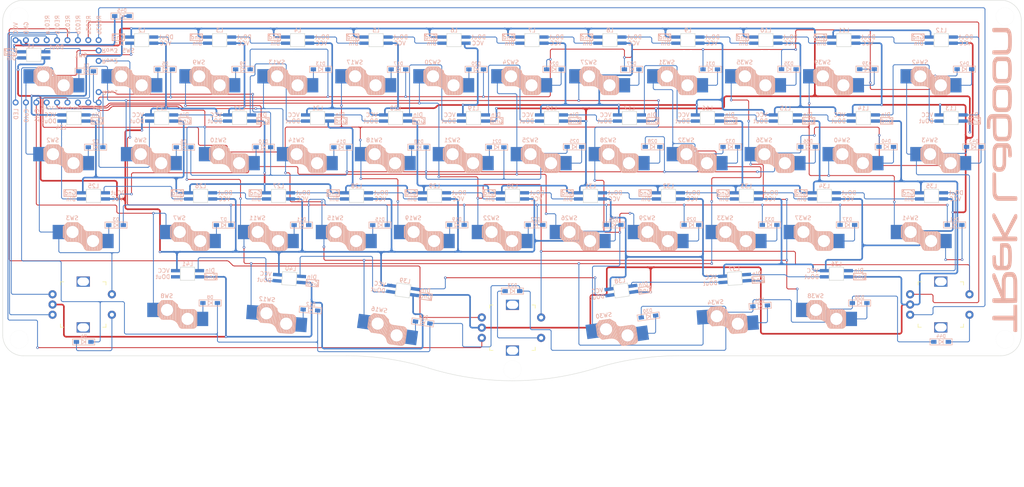
<source format=kicad_pcb>
(kicad_pcb (version 20240108) (generator "pcbnew") (generator_version "8.0")
  (layers (0 "F.Cu" signal) (31 "B.Cu" signal) (34 "B.Paste" user) (35 "F.Paste" user) (36 "B.SilkS" user "B.Silkscreen") (37 "F.SilkS" user "F.Silkscreen") (38 "B.Mask" user) (39 "F.Mask" user) (44 "Edge.Cuts" user))
  (net 0 "")
  (net 1 "Row0")
  (net 2 "Net-(D1-A)")
  (net 3 "Row1")
  (net 4 "Net-(D2-A)")
  (net 5 "Row2")
  (net 6 "Net-(D3-A)")
  (net 7 "Row3")
  (net 8 "Net-(D4-A)")
  (net 9 "Net-(D5-A)")
  (net 10 "Net-(D6-A)")
  (net 11 "Net-(D7-A)")
  (net 12 "Net-(D8-A)")
  (net 13 "Net-(D9-A)")
  (net 14 "Net-(D10-A)")
  (net 15 "Net-(D11-A)")
  (net 16 "Net-(D12-A)")
  (net 17 "Net-(D13-A)")
  (net 18 "Net-(D14-A)")
  (net 19 "Net-(D15-A)")
  (net 20 "Net-(D16-A)")
  (net 21 "Net-(D17-A)")
  (net 22 "Net-(D18-A)")
  (net 23 "Net-(D19-A)")
  (net 24 "Net-(D20-A)")
  (net 25 "Net-(D21-A)")
  (net 26 "Net-(D22-A)")
  (net 27 "Net-(D23-A)")
  (net 28 "Net-(D24-K)")
  (net 29 "Net-(D25-K)")
  (net 30 "Net-(D26-K)")
  (net 31 "Net-(D27-K)")
  (net 32 "Net-(D28-K)")
  (net 33 "Net-(D29-K)")
  (net 34 "Net-(D30-K)")
  (net 35 "Net-(D31-K)")
  (net 36 "Net-(D32-K)")
  (net 37 "Net-(D33-K)")
  (net 38 "Net-(D34-K)")
  (net 39 "Net-(D35-K)")
  (net 40 "Net-(D36-K)")
  (net 41 "Net-(D37-K)")
  (net 42 "Net-(D38-K)")
  (net 43 "Net-(D39-K)")
  (net 44 "Net-(D40-K)")
  (net 45 "Net-(D41-K)")
  (net 46 "Net-(D42-K)")
  (net 47 "Net-(D43-K)")
  (net 48 "Net-(D44-K)")
  (net 49 "LEDVCC")
  (net 50 "VCC")
  (net 51 "Net-(L1-DOUT)")
  (net 52 "GND")
  (net 53 "LED")
  (net 54 "Net-(L2-DOUT)")
  (net 55 "Net-(L3-DOUT)")
  (net 56 "Net-(L4-DOUT)")
  (net 57 "Net-(L5-DOUT)")
  (net 58 "Net-(L6-DOUT)")
  (net 59 "Net-(L7-DOUT)")
  (net 60 "Net-(L8-DOUT)")
  (net 61 "Net-(L10-DIN)")
  (net 62 "Net-(L10-DOUT)")
  (net 63 "Net-(L11-DOUT)")
  (net 64 "Net-(L12-DOUT)")
  (net 65 "Net-(L13-DOUT)")
  (net 66 "Net-(L14-DOUT)")
  (net 67 "Net-(L15-DOUT)")
  (net 68 "Net-(L16-DOUT)")
  (net 69 "Net-(L17-DOUT)")
  (net 70 "Net-(L18-DOUT)")
  (net 71 "Net-(L19-DOUT)")
  (net 72 "Net-(L20-DOUT)")
  (net 73 "Net-(L21-DOUT)")
  (net 74 "Net-(L22-DOUT)")
  (net 75 "Net-(L23-DOUT)")
  (net 76 "Net-(L24-DOUT)")
  (net 77 "Net-(L25-DOUT)")
  (net 78 "Net-(L26-DOUT)")
  (net 79 "Net-(L27-DOUT)")
  (net 80 "Net-(L28-DOUT)")
  (net 81 "Net-(L29-DOUT)")
  (net 82 "Net-(L30-DOUT)")
  (net 83 "Net-(L31-DOUT)")
  (net 84 "Net-(L32-DOUT)")
  (net 85 "Net-(L33-DOUT)")
  (net 86 "Net-(L34-DOUT)")
  (net 87 "Net-(L35-DOUT)")
  (net 88 "Net-(L36-DOUT)")
  (net 89 "Net-(L37-DOUT)")
  (net 90 "Net-(L38-DOUT)")
  (net 91 "Net-(L39-DOUT)")
  (net 92 "Net-(L40-DOUT)")
  (net 94 "Col0")
  (net 95 "RE01a")
  (net 96 "RE01b")
  (net 97 "Col1")
  (net 98 "Col2")
  (net 99 "Col3")
  (net 100 "Col4")
  (net 101 "Col5")
  (net 102 "RE02a")
  (net 103 "RE02b")
  (net 104 "RE03a")
  (net 105 "RE03b")
  (footprint "kbd_SW:Lofree_Hotswap_1u" (layer "F.Cu") (at 203.785436 46.625033)
    (property "Reference" "SW36")
    (property "Value" "SW_PUSH" (hide yes))
  )
  (footprint "kbd_SW:Lofree_Hotswap_1u" (layer "F.Cu") (at 79.960436 65.675033)
    (property "Reference" "SW11")
    (property "Value" "SW_PUSH" (hide yes))
  )
  (footprint "kbd_Parts:Diode_SMD" (layer "F.Cu") (at 147.347936 29.575033 180)
    (property "Reference" "D24")
    (property "Value" "D" (hide yes))
  )
  (footprint "kbd_Parts:LED_SK6812MINI-E_BL" (layer "F.Cu") (at 161.035436 22.431233)
    (property "Reference" "L8")
    (property "Value" "SK6812MINI")
    (fp_line (start -1.75 -1.6) (end 1.75 -1.6) (stroke (width 0.12)) (layer "Edge.Cuts"))
    (fp_line (start -1.75 1.6) (end -1.75 -1.6) (stroke (width 0.12)) (layer "Edge.Cuts"))
    (fp_line (start 1.75 -1.6) (end 1.75 1.6) (stroke (width 0.12)) (layer "Edge.Cuts"))
    (fp_line (start 1.75 1.6) (end -1.75 1.6) (stroke (width 0.12)) (layer "Edge.Cuts"))
  )
  (footprint "kbd_SW:Lofree_Hotswap_1u" (layer "F.Cu") (at 218.072936 27.575033)
    (property "Reference" "SW39")
    (property "Value" "SW_PUSH" (hide yes))
  )
  (footprint "kbd_SW:Lofree_Hotswap_1u" (layer "F.Cu") (at 29.954236 46.625033)
    (property "Reference" "SW2")
    (property "Value" "SW_PUSH" (hide yes))
  )
  (footprint "kbd_Hole:m2_Spacer_Hole_EdgeCuts" (layer "F.Cu") (at 16.66875 16.66875)
    (property "Reference" "J2")
    (property "Value" "Conn_01x01")
    (fp_circle (center 0 0) (end 2.2 0) (stroke (width 0.01)) (fill none) (layer "Edge.Cuts"))
  )
  (footprint "kbd_Parts:Diode_SMD" (layer "F.Cu") (at 35.347936 48.625033 180)
    (property "Reference" "D2")
    (property "Value" "D" (hide yes))
  )
  (footprint "kbd_Parts:Diode_SMD" (layer "F.Cu") (at 40.347936 67.675033 180)
    (property "Reference" "D3")
    (property "Value" "D" (hide yes))
  )
  (footprint "kbd_Parts:Diode_SMD" (layer "F.Cu") (at 228.547936 48.537533 180)
    (property "Reference" "D40")
    (property "Value" "D" (hide yes))
  )
  (footprint "kbd_Parts:Diode_SMD" (layer "F.Cu") (at 56.847936 48.625033 180)
    (property "Reference" "D6")
    (property "Value" "D" (hide yes))
  )
  (footprint "kbd_Parts:LED_SK6812MINI-E_BL" (layer "F.Cu") (at 163.824436 83.679733 -172)
    (property "Reference" "L38")
    (property "Value" "SK6812MINI")
    (fp_line (start 1.75 1.6) (end -1.75 1.6) (stroke (width 0.12)) (layer "Edge.Cuts"))
    (fp_line (start 1.75 -1.6) (end 1.75 1.6) (stroke (width 0.12)) (layer "Edge.Cuts"))
    (fp_line (start -1.75 1.6) (end -1.75 -1.6) (stroke (width 0.12)) (layer "Edge.Cuts"))
    (fp_line (start -1.75 -1.6) (end 1.75 -1.6) (stroke (width 0.12)) (layer "Edge.Cuts"))
  )
  (footprint "kbd_SW:Lofree_Hotswap_1u" (layer "F.Cu") (at 179.972936 27.575033)
    (property "Reference" "SW31")
    (property "Value" "SW_PUSH" (hide yes))
  )
  (footprint "kbd_Parts:LED_SK6812MINI-E_BL" (layer "F.Cu") (at 213.422936 60.531233)
    (property "Reference" "L34")
    (property "Value" "SK6812MINI")
    (fp_line (start -1.75 -1.6) (end 1.75 -1.6) (stroke (width 0.12)) (layer "Edge.Cuts"))
    (fp_line (start -1.75 1.6) (end -1.75 -1.6) (stroke (width 0.12)) (layer "Edge.Cuts"))
    (fp_line (start 1.75 -1.6) (end 1.75 1.6) (stroke (width 0.12)) (layer "Edge.Cuts"))
    (fp_line (start 1.75 1.6) (end -1.75 1.6) (stroke (width 0.12)) (layer "Edge.Cuts"))
  )
  (footprint "kbd_Parts:Diode_SMD" (layer "F.Cu") (at 204.747936 29.537533 180)
    (property "Reference" "D35")
    (property "Value" "D" (hide yes))
  )
  (footprint "kbd_Parts:Diode_SMD" (layer "F.Cu") (at 223.847936 29.537533 180)
    (property "Reference" "D39")
    (property "Value" "D" (hide yes))
  )
  (footprint "kbd_Parts:LED_SK6812MINI-E_BL" (layer "F.Cu") (at 137.222936 60.531233)
    (property "Reference" "L30")
    (property "Value" "SK6812MINI")
    (fp_line (start -1.75 -1.6) (end 1.75 -1.6) (stroke (width 0.12)) (layer "Edge.Cuts"))
    (fp_line (start -1.75 1.6) (end -1.75 -1.6) (stroke (width 0.12)) (layer "Edge.Cuts"))
    (fp_line (start 1.75 -1.6) (end 1.75 1.6) (stroke (width 0.12)) (layer "Edge.Cuts"))
    (fp_line (start 1.75 1.6) (end -1.75 1.6) (stroke (width 0.12)) (layer "Edge.Cuts"))
  )
  (footprint "kbd_Parts:Diode_SMD" (layer "F.Cu") (at 241.947936 96.237533 180)
    (property "Reference" "D44")
    (property "Value" "D" (hide yes))
  )
  (footprint "kbd_SW:Lofree_Hotswap_1u" (layer "F.Cu") (at 51.385436 46.625033)
    (property "Reference" "SW6")
    (property "Value" "SW_PUSH" (hide yes))
  )
  (footprint "kbd_Parts:LED_SK6812MINI-E_BL" (layer "F.Cu") (at 180.085436 22.431233)
    (property "Reference" "L9")
    (property "Value" "SK6812MINI")
    (fp_line (start -1.75 -1.6) (end 1.75 -1.6) (stroke (width 0.12)) (layer "Edge.Cuts"))
    (fp_line (start -1.75 1.6) (end -1.75 -1.6) (stroke (width 0.12)) (layer "Edge.Cuts"))
    (fp_line (start 1.75 -1.6) (end 1.75 1.6) (stroke (width 0.12)) (layer "Edge.Cuts"))
    (fp_line (start 1.75 1.6) (end -1.75 1.6) (stroke (width 0.12)) (layer "Edge.Cuts"))
  )
  (footprint "kbd_Parts:LED_SK6812MINI-E_BL" (layer "F.Cu") (at 103.885436 22.431233)
    (property "Reference" "L5")
    (property "Value" "SK6812MINI")
    (fp_line (start -1.75 -1.6) (end 1.75 -1.6) (stroke (width 0.12)) (layer "Edge.Cuts"))
    (fp_line (start -1.75 1.6) (end -1.75 -1.6) (stroke (width 0.12)) (layer "Edge.Cuts"))
    (fp_line (start 1.75 -1.6) (end 1.75 1.6) (stroke (width 0.12)) (layer "Edge.Cuts"))
    (fp_line (start 1.75 1.6) (end -1.75 1.6) (stroke (width 0.12)) (layer "Edge.Cuts"))
  )
  (footprint "kbd_Parts:LED_SK6812MINI-E_BL" (layer "F.Cu") (at 118.172936 60.531233)
    (property "Reference" "L29")
    (property "Value" "SK6812MINI")
    (fp_line (start -1.75 -1.6) (end 1.75 -1.6) (stroke (width 0.12)) (layer "Edge.Cuts"))
    (fp_line (start -1.75 1.6) (end -1.75 -1.6) (stroke (width 0.12)) (layer "Edge.Cuts"))
    (fp_line (start 1.75 -1.6) (end 1.75 1.6) (stroke (width 0.12)) (layer "Edge.Cuts"))
    (fp_line (start 1.75 1.6) (end -1.75 1.6) (stroke (width 0.12)) (layer "Edge.Cuts"))
  )
  (footprint "kbd_Parts:LED_SK6812MINI-E_BL" (layer "F.Cu") (at 184.847936 41.481233 180)
    (property "Reference" "L16")
    (property "Value" "SK6812MINI")
    (fp_line (start 1.75 1.6) (end -1.75 1.6) (stroke (width 0.12)) (layer "Edge.Cuts"))
    (fp_line (start 1.75 -1.6) (end 1.75 1.6) (stroke (width 0.12)) (layer "Edge.Cuts"))
    (fp_line (start -1.75 1.6) (end -1.75 -1.6) (stroke (width 0.12)) (layer "Edge.Cuts"))
    (fp_line (start -1.75 -1.6) (end 1.75 -1.6) (stroke (width 0.12)) (layer "Edge.Cuts"))
  )
  (footprint "kbd_Parts:Diode_SMD" (layer "F.Cu") (at 245.247936 67.637533 180)
    (property "Reference" "D41")
    (property "Value" "D" (hide yes))
  )
  (footprint "kbd_Parts:Diode_SMD" (layer "F.Cu") (at 104.847936 67.675033 180)
    (property "Reference" "D15")
    (property "Value" "D" (hide yes))
  )
  (footprint "kbd_SW:Lofree_Hotswap_1u" (layer "F.Cu") (at 156.160436 65.675033)
    (property "Reference" "SW26")
    (property "Value" "SW_PUSH" (hide yes))
  )
  (footprint "kbd_Parts:LED_SK6812MINI-E_BL" (layer "F.Cu") (at 156.272936 60.531233)
    (property "Reference" "L31")
    (property "Value" "SK6812MINI")
    (fp_line (start -1.75 -1.6) (end 1.75 -1.6) (stroke (width 0.12)) (layer "Edge.Cuts"))
    (fp_line (start -1.75 1.6) (end -1.75 -1.6) (stroke (width 0.12)) (layer "Edge.Cuts"))
    (fp_line (start 1.75 -1.6) (end 1.75 1.6) (stroke (width 0.12)) (layer "Edge.Cuts"))
    (fp_line (start 1.75 1.6) (end -1.75 1.6) (stroke (width 0.12)) (layer "Edge.Cuts"))
  )
  (footprint "kbd_Parts:Diode_SMD" (layer "F.Cu") (at 33.047936 30.037533 180)
    (property "Reference" "D1")
    (property "Value" "D" (hide yes))
  )
  (footprint "kbd_SW:Lofree_Hotswap_1u" (layer "F.Cu") (at 222.835436 46.625033)
    (property "Reference" "SW40")
    (property "Value" "SW_PUSH" (hide yes))
  )
  (footprint "kbd_SW:Lofree_Hotswap_1u" (layer "F.Cu") (at 199.022936 27.575033)
    (property "Reference" "SW35")
    (property "Value" "SW_PUSH" (hide yes))
  )
  (footprint "kbd_Parts:Diode_SMD" (layer "F.Cu") (at 76.347936 48.625033 180)
    (property "Reference" "D10")
    (property "Value" "D" (hide yes))
  )
  (footprint "kbd_Parts:LED_SK6812MINI-E_BL" (layer "F.Cu") (at 30.066736 41.481233 180)
    (property "Reference" "L24")
    (property "Value" "SK6812MINI")
    (fp_line (start 1.75 1.6) (end -1.75 1.6) (stroke (width 0.12)) (layer "Edge.Cuts"))
    (fp_line (start 1.75 -1.6) (end 1.75 1.6) (stroke (width 0.12)) (layer "Edge.Cuts"))
    (fp_line (start -1.75 1.6) (end -1.75 -1.6) (stroke (width 0.12)) (layer "Edge.Cuts"))
    (fp_line (start -1.75 -1.6) (end 1.75 -1.6) (stroke (width 0.12)) (layer "Edge.Cuts"))
  )
  (footprint "kbd_Parts:Diode_SMD" (layer "F.Cu") (at 219.047936 67.637533 180)
    (property "Reference" "D37")
    (property "Value" "D" (hide yes))
  )
  (footprint "kbd_Parts:LED_SK6812MINI-E_BL" (layer "F.Cu") (at 89.597936 41.481233 180)
    (property "Reference" "L21")
    (property "Value" "SK6812MINI")
    (fp_line (start 1.75 1.6) (end -1.75 1.6) (stroke (width 0.12)) (layer "Edge.Cuts"))
    (fp_line (start 1.75 -1.6) (end 1.75 1.6) (stroke (width 0.12)) (layer "Edge.Cuts"))
    (fp_line (start -1.75 1.6) (end -1.75 -1.6) (stroke (width 0.12)) (layer "Edge.Cuts"))
    (fp_line (start -1.75 -1.6) (end 1.75 -1.6) (stroke (width 0.12)) (layer "Edge.Cuts"))
  )
  (footprint "kbd_SW:Lofree_Hotswap_1u" (layer "F.Cu") (at 118.060436 65.675033)
    (property "Reference" "SW19")
    (property "Value" "SW_PUSH" (hide yes))
  )
  (footprint "kbd_SW:Lofree_Hotswap_1u" (layer "F.Cu") (at 244.266736 46.625033)
    (property "Reference" "SW43")
    (property "Value" "SW_PUSH" (hide yes))
  )
  (footprint "kbd_Parts:Diode_SMD" (layer "F.Cu") (at 180.947936 67.637533 180)
    (property "Reference" "D29")
    (property "Value" "D" (hide yes))
  )
  (footprint "kbd_SW:Lofree_Hotswap_1u" (layer "F.Cu") (at 164.527736 88.800633 8)
    (property "Reference" "SW30")
    (property "Value" "SW_PUSH" (hide yes))
  )
  (footprint "kbd_Parts:Diode_SMD" (layer "F.Cu") (at 52.347936 29.575033 180)
    (property "Reference" "D5")
    (property "Value" "D" (hide yes))
  )
  (footprint "kbd_SW:Lofree_Hotswap_1u" (layer "F.Cu") (at 160.922936 27.575033)
    (property "Reference" "SW27")
    (property "Value" "SW_PUSH" (hide yes))
  )
  (footprint "kbd_Parts:LED_SK6812MINI-E_BL" (layer "F.Cu") (at 51.497936 41.481233 180)
    (property "Reference" "L23")
    (property "Value" "SK6812MINI")
    (fp_line (start 1.75 1.6) (end -1.75 1.6) (stroke (width 0.12)) (layer "Edge.Cuts"))
    (fp_line (start 1.75 -1.6) (end 1.75 1.6) (stroke (width 0.12)) (layer "Edge.Cuts"))
    (fp_line (start -1.75 1.6) (end -1.75 -1.6) (stroke (width 0.12)) (layer "Edge.Cuts"))
    (fp_line (start -1.75 -1.6) (end 1.75 -1.6) (stroke (width 0.12)) (layer "Edge.Cuts"))
  )
  (footprint "kbd_SW:Lofree_Hotswap_1u" (layer "F.Cu") (at 146.635436 46.625033)
    (property "Reference" "SW25")
    (property "Value" "SW_PUSH" (hide yes))
  )
  (footprint "kbd_Parts:Diode_SMD" (layer "F.Cu") (at 152.347936 48.537533 180)
    (property "Reference" "D25")
    (property "Value" "D" (hide yes))
  )
  (footprint "kbd_SW:Lofree_Hotswap_1u" (layer "F.Cu") (at 70.435436 46.625033)
    (property "Reference" "SW10")
    (property "Value" "SW_PUSH" (hide yes))
  )
  (footprint "kbd_SW:Lofree_Hotswap_1u" (layer "F.Cu") (at 184.735436 46.625033)
    (property "Reference" "SW32")
    (property "Value" "SW_PUSH" (hide yes))
  )
  (footprint "kbd_SW:Lofree_Hotswap_1u" (layer "F.Cu") (at 191.879236 85.918933 4)
    (property "Reference" "SW34")
    (property "Value" "SW_PUSH" (hide yes))
  )
  (footprint "kbd_Parts:Diode_SMD" (layer "F.Cu") (at 87.847936 88.437533 176)
    (property "Reference" "D12")
    (property "Value" "D" (hide yes))
  )
  (footprint "kbd_SW:Lofree_Hotswap_1u" (layer "F.Cu") (at 34.716736 65.675033)
    (property "Reference" "SW3")
    (property "Value" "SW_PUSH" (hide yes))
  )
  (footprint "kbd_Parts:Diode_SMD" (layer "F.Cu") (at 170.447936 90.037533 -172)
    (property "Reference" "D30")
    (property "Value" "D" (hide yes))
  )
  (footprint "kbd_Parts:RotaryEncoder_EC12E" (layer "F.Cu") (at 137.222985 92.770414)
    (property "Reference" "SW23")
    (property "Value" "RotaryEncoder_Switch" (hide yes))
  )
  (footprint "kbd_SW:Lofree_Hotswap_1u" (layer "F.Cu") (at 82.341736 85.905833 -4)
    (property "Reference" "SW12")
    (property "Value" "SW_PUSH" (hide yes))
  )
  (footprint "kbd_Parts:Diode_SMD" (layer "F.Cu") (at 66.647936 67.675033 180)
    (property "Reference" "D7")
    (property "Value" "D" (hide yes))
  )
  (footprint "kbd_Parts:LED_SK6812MINI-E_BL" (layer "F.Cu") (at 199.135436 22.431233)
    (property "Reference" "L10")
    (property "Value" "SK6812MINI")
    (fp_line (start -1.75 -1.6) (end 1.75 -1.6) (stroke (width 0.12)) (layer "Edge.Cuts"))
    (fp_line (start -1.75 1.6) (end -1.75 -1.6) (stroke (width 0.12)) (layer "Edge.Cuts"))
    (fp_line (start 1.75 -1.6) (end 1.75 1.6) (stroke (width 0.12)) (layer "Edge.Cuts"))
    (fp_line (start 1.75 1.6) (end -1.75 1.6) (stroke (width 0.12)) (layer "Edge.Cuts"))
  )
  (footprint "kbd_Parts:Diode_SMD" (layer "F.Cu") (at 128.347936 29.575033 180)
    (property "Reference" "D20")
    (property "Value" "D" (hide yes))
  )
  (footprint "kbd_Parts:LED_SK6812MINI-E_BL" (layer "F.Cu") (at 82.687236 80.770133 176)
    (property "Reference" "L40")
    (property "Value" "SK6812MINI")
    (fp_line (start 1.75 -1.6) (end 1.75 1.6) (stroke (width 0.12)) (layer "Edge.Cuts"))
    (fp_line (start 1.75 1.6) (end -1.75 1.6) (stroke (width 0.12)) (layer "Edge.Cuts"))
    (fp_line (start -1.75 -1.6) (end 1.75 -1.6) (stroke (width 0.12)) (layer "Edge.Cuts"))
    (fp_line (start -1.75 1.6) (end -1.75 -1.6) (stroke (width 0.12)) (layer "Edge.Cuts"))
  )
  (footprint "kbd_Parts:Diode_SMD" (layer "F.Cu") (at 123.647936 67.637533 180)
    (property "Reference" "D19")
    (property "Value" "D" (hide yes))
  )
  (footprint "kbd_SW:Lofree_Hotswap_1u" (layer "F.Cu") (at 137.110436 65.675033)
    (property "Reference" "SW22")
    (property "Value" "SW_PUSH" (hide yes))
  )
  (footprint "kbd_Parts:LED_SK6812MINI-E_BL" (layer "F.Cu") (at 84.722936 22.431233)
    (property "Reference" "L4")
    (property "Value" "SK6812MINI")
    (fp_line (start -1.75 -1.6) (end 1.75 -1.6) (stroke (width 0.12)) (layer "Edge.Cuts"))
    (fp_line (start -1.75 1.6) (end -1.75 -1.6) (stroke (width 0.12)) (layer "Edge.Cuts"))
    (fp_line (start 1.75 -1.6) (end 1.75 1.6) (stroke (width 0.12)) (layer "Edge.Cuts"))
    (fp_line (start 1.75 1.6) (end -1.75 1.6) (stroke (width 0.12)) (layer "Edge.Cuts"))
  )
  (footprint "kbd_Parts:Diode_SMD" (layer "F.Cu") (at 115.276136 91.487533 172)
    (property "Reference" "D16")
    (property "Value" "D" (hide yes))
  )
  (footprint "kbd_Parts:LED_SK6812MINI-E_BL" (layer "F.Cu") (at 146.747936 41.481233 180)
    (property "Reference" "L18")
    (property "Value" "SK6812MINI")
    (fp_line (start 1.75 1.6) (end -1.75 1.6) (stroke (width 0.12)) (layer "Edge.Cuts"))
    (fp_line (start 1.75 -1.6) (end 1.75 1.6) (stroke (width 0.12)) (layer "Edge.Cuts"))
    (fp_line (start -1.75 1.6) (end -1.75 -1.6) (stroke (width 0.12)) (layer "Edge.Cuts"))
    (fp_line (start -1.75 -1.6) (end 1.75 -1.6) (stroke (width 0.12)) (layer "Edge.Cuts"))
  )
  (footprint "kbd_SW:Lofree_Hotswap_1u" (layer "F.Cu") (at 57.824736 84.725033)
    (property "Reference" "SW8")
    (property "Value" "SW_PUSH" (hide yes))
  )
  (footprint "kbd_Hole:m2_Spacer_Hole_EdgeCuts" (layer "F.Cu") (at 16.66875 95.631249)
    (property "Reference" "J4")
    (property "Value" "Conn_01x01")
    (fp_circle (center 0 0) (end 2.2 0) (stroke (width 0.01)) (fill none) (layer "Edge.Cuts"))
  )
  (footprint "kbd_Parts:Diode_SMD" (layer "F.Cu") (at 85.647936 67.675033 180)
    (property "Reference" "D11")
    (property "Value" "D" (hide yes))
  )
  (footprint "kbd_Parts:Diode_SMD" (layer "F.Cu") (at 133.347936 48.625033 180)
    (property "Reference" "D21")
    (property "Value" "D" (hide yes))
  )
  (footprint "kbd_Parts:Diode_SMD" (layer "F.Cu") (at 222.047936 86.737533 180)
    (property "Reference" "D38")
    (property "Value" "D" (hide yes))
  )
  (footprint "kbd_SW:Lofree_Hotswap_1u" (layer "F.Cu") (at 89.485436 46.625033)
    (property "Reference" "SW14")
    (property "Value" "SW_PUSH" (hide yes))
  )
  (footprint "kbd_Parts:LED_SK6812MINI-E_BL" (layer "F.Cu") (at 46.622936 22.431233)
    (property "Reference" "L2")
    (property "Value" "SK6812MINI")
    (fp_line (start -1.75 -1.6) (end 1.75 -1.6) (stroke (width 0.12)) (layer "Edge.Cuts"))
    (fp_line (start -1.75 1.6) (end -1.75 -1.6) (stroke (width 0.12)) (layer "Edge.Cuts"))
    (fp_line (start 1.75 -1.6) (end 1.75 1.6) (stroke (width 0.12)) (layer "Edge.Cuts"))
    (fp_line (start 1.75 1.6) (end -1.75 1.6) (stroke (width 0.12)) (layer "Edge.Cuts"))
  )
  (footprint "kbd_SW:Lofree_Hotswap_1u" (layer "F.Cu") (at 99.010436 65.675033)
    (property "Reference" "SW15")
    (property "Value" "SW_PUSH" (hide yes))
  )
  (footprint "kbd_Parts:Diode_SMD" (layer "F.Cu") (at 249.947936 48.537533 180)
    (property "Reference" "D43")
    (property "Value" "D" (hide yes))
  )
  (footprint "kbd_SW:Lofree_Hotswap_1u" (layer "F.Cu") (at 122.822936 27.575033)
    (property "Reference" "SW20")
    (property "Value" "SW_PUSH" (hide yes))
  )
  (footprint "kbd_Parts:Diode_SMD" (layer "F.Cu") (at 109.347936 29.575033 180)
    (property "Reference" "D17")
    (property "Value" "D" (hide yes))
  )
  (footprint "kbd_Parts:LED_SK6812MINI-E_BL" (layer "F.Cu") (at 244.379236 41.481233 180)
    (property "Reference" "L13")
    (property "Value" "SK6812MINI")
    (fp_line (start 1.75 1.6) (end -1.75 1.6) (stroke (width 0.12)) (layer "Edge.Cuts"))
    (fp_line (start 1.75 -1.6) (end 1.75 1.6) (stroke (width 0.12)) (layer "Edge.Cuts"))
    (fp_line (start -1.75 1.6) (end -1.75 -1.6) (stroke (width 0.12)) (layer "Edge.Cuts"))
    (fp_line (start -1.75 -1.6) (end 1.75 -1.6) (stroke (width 0.12)) (layer "Edge.Cuts"))
  )
  (footprint "kbd_Parts:Diode_SMD" (layer "F.Cu") (at 114.347936 48.625033 180)
    (property "Reference" "D18")
    (property "Value" "D" (hide yes))
  )
  (footprint "kbd_Parts:Diode_SMD" (layer "F.Cu") (at 185.547936 29.575033 180)
    (property "Reference" "D31")
    (property "Value" "D" (hide yes))
  )
  (footprint "kbd_Parts:LED_SK6812MINI-E_BL" (layer "F.Cu") (at 222.947936 41.481233 180)
    (property "Reference" "L14")
    (property "Value" "SK6812MINI")
    (fp_line (start 1.75 1.6) (end -1.75 1.6) (stroke (width 0.12)) (layer "Edge.Cuts"))
    (fp_line (start 1.75 -1.6) (end 1.75 1.6) (stroke (width 0.12)) (layer "Edge.Cuts"))
    (fp_line (start -1.75 1.6) (end -1.75 -1.6) (stroke (width 0.12)) (layer "Edge.Cuts"))
    (fp_line (start -1.75 -1.6) (end 1.75 -1.6) (stroke (width 0.12)) (layer "Edge.Cuts"))
  )
  (footprint "kbd_SW:Lofree_Hotswap_1u" (layer "F.Cu") (at 141.872936 27.575033)
    (property "Reference" "SW24")
    (property "Value" "SW_PUSH" (hide yes))
  )
  (footprint "kbd_Parts:LED_SK6812MINI-E_BL" (layer "F.Cu") (at 34.829236 60.531233)
    (property "Reference" "L25")
    (property "Value" "SK6812MINI")
    (fp_line (start -1.75 -1.6) (end 1.75 -1.6) (stroke (width 0.12)) (layer "Edge.Cuts"))
    (fp_line (start -1.75 1.6) (end -1.75 -1.6) (stroke (width 0.12)) (layer "Edge.Cuts"))
    (fp_line (start 1.75 -1.6) (end 1.75 1.6) (stroke (width 0.12)) (layer "Edge.Cuts"))
    (fp_line (start 1.75 1.6) (end -1.75 1.6) (stroke (width 0.12)) (layer "Edge.Cuts"))
  )
  (footprint "kbd_Parts:Diode_SMD" (layer "F.Cu") (at 63.347936 86.725033 180)
    (property "Reference" "D8")
    (property "Value" "D" (hide yes))
  )
  (footprint "kbd_Parts:LED_SK6812MINI-E_BL" (layer "F.Cu") (at 241.997936 22.431233)
    (property "Reference" "L12")
    (property "Value" "SK6812MINI")
    (fp_line (start -1.75 -1.6) (end 1.75 -1.6) (stroke (width 0.12)) (layer "Edge.Cuts"))
    (fp_line (start -1.75 1.6) (end -1.75 -1.6) (stroke (width 0.12)) (layer "Edge.Cuts"))
    (fp_line (start 1.75 -1.6) (end 1.75 1.6) (stroke (width 0.12)) (layer "Edge.Cuts"))
    (fp_line (start 1.75 1.6) (end -1.75 1.6) (stroke (width 0.12)) (layer "Edge.Cuts"))
  )
  (footprint "kbd_SW:Lofree_Hotswap_1u" (layer "F.Cu") (at 60.910436 65.675033)
    (property "Reference" "SW7")
    (property "Value" "SW_PUSH" (hide yes))
  )
  (footprint "kbd_Parts:LED_SK6812MINI-E_BL" (layer "F.Cu") (at 141.985436 22.431233)
    (property "Reference" "L7")
    (property "Value" "SK6812MINI")
    (fp_line (start -1.75 -1.6) (end 1.75 -1.6) (stroke (width 0.12)) (layer "Edge.Cuts"))
    (fp_line (start -1.75 1.6) (end -1.75 -1.6) (stroke (width 0.12)) (layer "Edge.Cuts"))
    (fp_line (start 1.75 -1.6) (end 1.75 1.6) (stroke (width 0.12)) (layer "Edge.Cuts"))
    (fp_line (start 1.75 1.6) (end -1.75 1.6) (stroke (width 0.12)) (layer "Edge.Cuts"))
  )
  (footprint "kbd_Parts:LED_SK6812MINI-E_BL" (layer "F.Cu") (at 175.322936 60.531233)
    (property "Reference" "L32")
    (property "Value" "SK6812MINI")
    (fp_line (start -1.75 -1.6) (end 1.75 -1.6) (stroke (width 0.12)) (layer "Edge.Cuts"))
    (fp_line (start -1.75 1.6) (end -1.75 -1.6) (stroke (width 0.12)) (layer "Edge.Cuts"))
    (fp_line (start 1.75 -1.6) (end 1.75 1.6) (stroke (width 0.12)) (layer "Edge.Cuts"))
    (fp_line (start 1.75 1.6) (end -1.75 1.6) (stroke (width 0.12)) (layer "Edge.Cuts"))
  )
  (footprint "kbd_SW:Lofree_Hotswap_1u" (layer "F.Cu") (at 27.572936 27.575033)
    (property "Reference" "SW1")
    (property "Value" "SW_PUSH" (hide yes))
  )
  (footprint "kbd_Parts:LED_SK6812MINI-E_BL" (layer "F.Cu") (at 216.365536 79.581233 180)
    (property "Reference" "L36")
    (property "Value" "SK6812MINI")
    (fp_line (start 1.75 1.6) (end -1.75 1.6) (stroke (width 0.12)) (layer "Edge.Cuts"))
    (fp_line (start 1.75 -1.6) (end 1.75 1.6) (stroke (width 0.12)) (layer "Edge.Cuts"))
    (fp_line (start -1.75 1.6) (end -1.75 -1.6) (stroke (width 0.12)) (layer "Edge.Cuts"))
    (fp_line (start -1.75 -1.6) (end 1.75 -1.6) (stroke (width 0.12)) (layer "Edge.Cuts"))
  )
  (footprint "kbd_Parts:RotaryEncoder_EC12E" (layer "F.Cu") (at 241.885436 87.106233)
    (property "Reference" "SW44")
    (property "Value" "RotaryEncoder_Switch")
  )
  (footprint "kbd_Parts:Diode_SMD" (layer "F.Cu") (at 41.800036 16.549533 180)
    (property "Reference" "D45")
    (property "Value" "D" (hide yes))
  )
  (footprint "kbd_Parts:LED_SK6812MINI-E_BL" (layer "F.Cu") (at 20.247936 26.037533)
    (property "Reference" "L1")
    (property "Value" "SK6812MINI")
    (fp_line (start -1.75 -1.6) (end 1.75 -1.6) (stroke (width 0.12)) (layer "Edge.Cuts"))
    (fp_line (start -1.75 1.6) (end -1.75 -1.6) (stroke (width 0.12)) (layer "Edge.Cuts"))
    (fp_line (start 1.75 -1.6) (end 1.75 1.6) (stroke (width 0.12)) (layer "Edge.Cuts"))
    (fp_line (start 1.75 1.6) (end -1.75 1.6) (stroke (width 0.12)) (layer "Edge.Cuts"))
  )
  (footprint "kbd_SW:Lofree_Hotswap_1u" (layer "F.Cu") (at 46.622936 27.575033)
    (property "Reference" "SW5")
    (property "Value" "SW_PUSH" (hide yes))
  )
  (footprint "kbd_Parts:LED_SK6812MINI-E_BL" (layer "F.Cu") (at 80.072936 60.531233)
    (property "Reference" "L27")
    (property "Value" "SK6812MINI")
    (fp_line (start -1.75 -1.6) (end 1.75 -1.6) (stroke (width 0.12)) (layer "Edge.Cuts"))
    (fp_line (start -1.75 1.6) (end -1.75 -1.6) (stroke (width 0.12)) (layer "Edge.Cuts"))
    (fp_line (start 1.75 -1.6) (end 1.75 1.6) (stroke (width 0.12)) (layer "Edge.Cuts"))
    (fp_line (start 1.75 1.6) (end -1.75 1.6) (stroke (width 0.12)) (layer "Edge.Cuts"))
  )
  (footprint "kbd_Parts:Diode_SMD" (layer "F.Cu") (at 166.347936 29.575033 180)
    (property "Reference" "D27")
    (property "Value" "D" (hide yes))
  )
  (footprint "kbd_SW:Lofree_Hotswap_1u" (layer "F.Cu") (at 241.885436 27.575033)
    (property "Reference" "SW42")
    (property "Value" "SW_PUSH" (hide yes))
  )
  (footprint "kbd_SW:Lofree_Hotswap_1u" (layer "F.Cu") (at 127.585436 46.625033)
    (property "Reference" "SW21")
    (property "Value" "SW_PUSH" (hide yes))
  )
  (footprint "kbd_Parts:Diode_SMD" (layer "F.Cu") (at 247.647936 29.537533 180)
    (property "Reference" "D42")
    (property "Value" "D" (hide yes))
  )
  (footprint "kbd_SW:Lofree_Hotswap_1u" (layer "F.Cu") (at 65.672936 27.575033)
    (property "Reference" "SW9")
    (property "Value" "SW_PUSH" (hide yes))
  )
  (footprint "kbd_Parts:Diode_SMD" (layer "F.Cu") (at 161.947936 67.637533 180)
    (property "Reference" "D26")
    (property "Value" "D" (hide yes))
  )
  (footprint "kbd_SW:Lofree_Hotswap_1u" (layer "F.Cu") (at 165.685436 46.625033)
    (property "Reference" "SW28")
    (property "Value" "SW_PUSH" (hide yes))
  )
  (footprint "kbd_Parts:Diode_SMD" (layer "F.Cu") (at 200.047936 67.637533 180)
    (property "Reference" "D33")
    (property "Value" "D" (hide yes))
  )
  (footprint "kbd_Parts:Diode_SMD" (layer "F.Cu") (at 90.347936 29.575033 180)
    (property "Reference" "D13")
    (property "Value" "D" (hide yes))
  )
  (footprint "kbd_Hole:m2_Spacer_Hole_EdgeCuts" (layer "F.Cu") (at 137.222985 102.985806)
    (property "Reference" "J4")
    (property "Value" "Conn_01x01")
    (fp_circle (center 0 0) (end 2.2 0) (stroke (width 0.01)) (fill none) (layer "Edge.Cuts"))
  )
  (footprint "kbd_Parts:LED_SK6812MINI-E_BL" (layer "F.Cu") (at 99.122936 60.531233)
    (property "Reference" "L28")
    (property "Value" "SK6812MINI")
    (fp_line (start -1.75 -1.6) (end 1.75 -1.6) (stroke (width 0.12)) (layer "Edge.Cuts"))
    (fp_line (start -1.75 1.6) (end -1.75 -1.6) (stroke (width 0.12)) (layer "Edge.Cuts"))
    (fp_line (start 1.75 -1.6) (end 1.75 1.6) (stroke (width 0.12)) (layer "Edge.Cuts"))
    (fp_line (start 1.75 1.6) (end -1.75 1.6) (stroke (width 0.12)) (layer "Edge.Cuts"))
  )
  (footprint "kbd_Parts:LED_SK6812MINI-E_BL" (layer "F.Cu") (at 110.469636 83.654433 172)
    (property "Reference" "L39")
    (property "Value" "SK6812MINI")
    (fp_line (start 1.75 -1.6) (end 1.75 1.6) (stroke (width 0.12)) (layer "Edge.Cuts"))
    (fp_line (start 1.75 1.6) (end -1.75 1.6) (stroke (width 0.12)) (layer "Edge.Cuts"))
    (fp_line (start -1.75 -1.6) (end 1.75 -1.6) (stroke (width 0.12)) (layer "Edge.Cuts"))
    (fp_line (start -1.75 1.6) (end -1.75 -1.6) (stroke (width 0.12)) (layer "Edge.Cuts"))
  )
  (footprint "kbd_Hole:m2_Spacer_Hole_EdgeCuts" (layer "F.Cu") (at 257.560945 95.631249)
    (property "Reference" "J7")
    (property "Value" "Conn_01x01")
    (fp_circle (center 0 0) (end 2.2 0) (stroke (width 0.01)) (fill none) (layer "Edge.Cuts"))
  )
  (footprint "kbd_Parts:Diode_SMD" (layer "F.Cu") (at 71.347936 29.575033 180)
    (property "Reference" "D9")
    (property "Value" "D" (hide yes))
  )
  (footprint "kbd_Parts:Diode_SMD" (layer "F.Cu") (at 32.447936 96.250033 180)
    (property "Reference" "D4")
    (property "Value" "D" (hide yes))
  )
  (footprint "kbd_Parts:LED_SK6812MINI-E_BL" (layer "F.Cu") (at 57.824736 79.581233 180)
    (property "Reference" "L41")
    (property "Value" "SK6812MINI")
    (fp_line (start 1.75 1.6) (end -1.75 1.6) (stroke (width 0.12)) (layer "Edge.Cuts"))
    (fp_line (start 1.75 -1.6) (end 1.75 1.6) (stroke (width 0.12)) (layer "Edge.Cuts"))
    (fp_line (start -1.75 1.6) (end -1.75 -1.6) (stroke (width 0.12)) (layer "Edge.Cuts"))
    (fp_line (start -1.75 -1.6) (end 1.75 -1.6) (stroke (width 0.12)) (layer "Edge.Cuts"))
  )
  (footprint "kbd_Parts:LED_SK6812MINI-E_BL" (layer "F.Cu") (at 122.935436 22.431233)
    (property "Reference" "L6")
    (property "Value" "SK6812MINI")
    (fp_line (start -1.75 -1.6) (end 1.75 -1.6) (stroke (width 0.12)) (layer "Edge.Cuts"))
    (fp_line (start -1.75 1.6) (end -1.75 -1.6) (stroke (width 0.12)) (layer "Edge.Cuts"))
    (fp_line (start 1.75 -1.6) (end 1.75 1.6) (stroke (width 0.12)) (layer "Edge.Cuts"))
    (fp_line (start 1.75 1.6) (end -1.75 1.6) (stroke (width 0.12)) (layer "Edge.Cuts"))
  )
  (footprint "kbd_SW:Lofree_Hotswap_1u" (layer "F.Cu") (at 194.260436 65.675033)
    (property "Reference" "SW33")
    (property "Value" "SW_PUSH" (hide yes))
  )
  (footprint "kbd_SW:Lofree_Hotswap_1u" (layer "F.Cu") (at 213.310436 65.675033)
    (property "Reference" "SW37")
    (property "Value" "SW_PUSH" (hide yes))
  )
  (footprint "kbd_Parts:LED_SK6812MINI-E_BL" (layer "F.Cu") (at 127.697936 41.481233 180)
    (property "Reference" "L19")
    (property "Value" "SK6812MINI")
    (fp_line (start 1.75 1.6) (end -1.75 1.6) (stroke (width 0.12)) (layer "Edge.Cuts"))
    (fp_line (start 1.75 -1.6) (end 1.75 1.6) (stroke (width 0.12)) (layer "Edge.Cuts"))
    (fp_line (start -1.75 1.6) (end -1.75 -1.6) (stroke (width 0.12)) (layer "Edge.Cuts"))
    (fp_line (start -1.75 -1.6) (end 1.75 -1.6) (stroke (width 0.12)) (layer "Edge.Cuts"))
  )
  (footprint "kbd_Parts:RotaryEncoder_EC12E" (layer "F.Cu") (at 32.335436 87.106233)
    (property "Reference" "SW4")
    (property "Value" "RotaryEncoder_Switch")
  )
  (footprint "kbd_Parts:LED_SK6812MINI-E_BL" (layer "F.Cu") (at 108.647936 41.481233 180)
    (property "Reference" "L20")
    (property "Value" "SK6812MINI")
    (fp_line (start 1.75 1.6) (end -1.75 1.6) (stroke (width 0.12)) (layer "Edge.Cuts"))
    (fp_line (start 1.75 -1.6) (end 1.75 1.6) (stroke (width 0.12)) (layer "Edge.Cuts"))
    (fp_line (start -1.75 1.6) (end -1.75 -1.6) (stroke (width 0.12)) (layer "Edge.Cuts"))
    (fp_line (start -1.75 -1.6) (end 1.75 -1.6) (stroke (width 0.12)) (layer "Edge.Cuts"))
  )
  (footprint "kbd_Parts:LED_SK6812MINI-E_BL" (layer "F.Cu") (at 61.022936 60.531233)
    (property "Reference" "L26")
    (property "Value" "SK6812MINI")
    (fp_line (start -1.75 -1.6) (end 1.75 -1.6) (stroke (width 0.12)) (layer "Edge.Cuts"))
    (fp_line (start -1.75 1.6) (end -1.75 -1.6) (stroke (width 0.12)) (layer "Edge.Cuts"))
    (fp_line (start 1.75 -1.6) (end 1.75 1.6) (stroke (width 0.12)) (layer "Edge.Cuts"))
    (fp_line (start 1.75 1.6) (end -1.75 1.6) (stroke (width 0.12)) (layer "Edge.Cuts"))
  )
  (footprint "kbd_Parts:LED_SK6812MINI-E_BL" (layer "F.Cu") (at 203.897936 41.481233 180)
    (property "Reference" "L15")
    (property "Value" "SK6812MINI")
    (fp_line (start 1.75 1.6) (end -1.75 1.6) (stroke (width 0.12)) (layer "Edge.Cuts"))
    (fp_line (start 1.75 -1.6) (end 1.75 1.6) (stroke (width 0.12)) (layer "Edge.Cuts"))
    (fp_line (start -1.75 1.6) (end -1.75 -1.6) (stroke (width 0.12)) (layer "Edge.Cuts"))
    (fp_line (start -1.75 -1.6) (end 1.75 -1.6) (stroke (width 0.12)) (layer "Edge.Cuts"))
  )
  (footprint "kbd_Hole:m2_Spacer_Hole_EdgeCuts" (layer "F.Cu") (at 257.554244 16.66875)
    (property "Reference" "J5")
    (property "Value" "Conn_01x01")
    (fp_circle (center 0 0) (end 2.2 0) (stroke (width 0.01)) (fill none) (layer "Edge.Cuts"))
  )
  (footprint "kbd_SW:Lofree_Hotswap_1u" (layer "F.Cu") (at 239.504236 65.675033)
    (property "Reference" "SW41")
    (property "Value" "SW_PUSH" (hide yes))
  )
  (footprint "kbd_SW:Lofree_Hotswap_1u" (layer "F.Cu") (at 175.210436 65.675033)
    (property "Reference" "SW29")
    (property "Value" "SW_PUSH" (hide yes))
  )
  (footprint "kbd_Parts:LED_SK6812MINI-E_BL" (layer "F.Cu") (at 194.372936 60.531233)
    (property "Reference" "L33")
    (property "Value" "SK6812MINI")
    (fp_line (start -1.75 -1.6) (end 1.75 -1.6) (stroke (width 0.12)) (layer "Edge.Cuts"))
    (fp_line (start -1.75 1.6) (end -1.75 -1.6) (stroke (width 0.12)) (layer "Edge.Cuts"))
    (fp_line (start 1.75 -1.6) (end 1.75 1.6) (stroke (width 0.12)) (layer "Edge.Cuts"))
    (fp_line (start 1.75 1.6) (end -1.75 1.6) (stroke (width 0.12)) (layer "Edge.Cuts"))
  )
  (footprint "kbd_Parts:LED_SK6812MINI-E_BL" (layer "F.Cu") (at 191.535736 80.731733 -176)
    (property "Reference" "L37")
    (property "Value" "SK6812MINI")
    (fp_line (start 1.75 1.6) (end -1.75 1.6) (stroke (width 0.12)) (layer "Edge.Cuts"))
    (fp_line (start 1.75 -1.6) (end 1.75 1.6) (stroke (width 0.12)) (layer "Edge.Cuts"))
    (fp_line (start -1.75 1.6) (end -1.75 -1.6) (stroke (width 0.12)) (layer "Edge.Cuts"))
    (fp_line (start -1.75 -1.6) (end 1.75 -1.6) (stroke (width 0.12)) (layer "Edge.Cuts"))
  )
  (footprint "kbd_SW:Lofree_Hotswap_1u" (layer "F.Cu") (at 109.739336 88.797333 -8)
    (property "Reference" "SW16")
    (property "Value" "SW_PUSH" (hide yes))
  )
  (footprint "kbd_SW:Lofree_Hotswap_1u" (layer "F.Cu") (at 108.535436 46.625033)
    (property "Reference" "SW18")
    (property "Value" "SW_PUSH" (hide yes))
  )
  (footprint "kbd_Parts:Diode_SMD" (layer "F.Cu") (at 171.447936 48.537533 180)
    (property "Reference" "D28")
    (property "Value" "D" (hide yes))
  )
  (footprint "kbd_Parts:Diode_SMD" (layer "F.Cu") (at 95.347936 48.625033 180)
    (property "Reference" "D14")
    (property "Value" "D" (hide yes))
  )
  (footprint "kbd_Parts:LED_SK6812MINI-E_BL" (layer "F.Cu") (at 70.547936 41.481233 180)
    (property "Reference" "L22")
    (property "Value" "SK6812MINI")
    (fp_line (start 1.75 1.6) (end -1.75 1.6) (stroke (width 0.12)) (layer "Edge.Cuts"))
    (fp_line (start 1.75 -1.6) (end 1.75 1.6) (stroke (width 0.12)) (layer "Edge.Cuts"))
    (fp_line (start -1.75 1.6) (end -1.75 -1.6) (stroke (width 0.12)) (layer "Edge.Cuts"))
    (fp_line (start -1.75 -1.6) (end 1.75 -1.6) (stroke (width 0.12)) (layer "Edge.Cuts"))
  )
  (footprint "kbd_SW:Lofree_Hotswap_1u" (layer "F.Cu") (at 103.772936 27.575033)
    (property "Reference" "SW17")
    (property "Value" "SW_PUSH" (hide yes))
  )
  (footprint "kbd_Parts:LED_SK6812MINI-E_BL" (layer "F.Cu") (at 165.797936 41.481233 180)
    (property "Reference" "L17")
    (property "Value" "SK6812MINI")
    (fp_line (start 1.75 1.6) (end -1.75 1.6) (stroke (width 0.12)) (layer "Edge.Cuts"))
    (fp_line (start 1.75 -1.6) (end 1.75 1.6) (stroke (width 0.12)) (layer "Edge.Cuts"))
    (fp_line (start -1.75 1.6) (end -1.75 -1.6) (stroke (width 0.12)) (layer "Edge.Cuts"))
    (fp_line (start -1.75 -1.6) (end 1.75 -1.6) (stroke (width 0.12)) (layer "Edge.Cuts"))
  )
  (footprint "kbd_SW:Lofree_Hotswap_1u" (layer "F.Cu") (at 84.722936 27.575033)
    (property "Reference" "SW13")
    (property "Value" "SW_PUSH" (hide yes))
  )
  (footprint "kbd_Parts:Diode_SMD" (layer "F.Cu") (at 137.204635 83.82 180)
    (property "Reference" "D23")
    (property "Value" "D" (hide yes))
  )
  (footprint "kbd_Parts:Diode_SMD" (layer "F.Cu") (at 142.847936 67.637533 180)
    (property "Reference" "D22")
    (property "Value" "D" (hide yes))
  )
  (footprint "kbd_Parts:LED_SK6812MINI-E_BL" (layer "F.Cu") (at 218.185436 22.431233)
    (property "Reference" "L11")
    (property "Value" "SK6812MINI")
    (fp_line (start -1.75 -1.6) (end 1.75 -1.6) (stroke (width 0.12)) (layer "Edge.Cuts"))
    (fp_line (start -1.75 1.6) (end -1.75 -1.6) (stroke (width 0.12)) (layer "Edge.Cuts"))
    (fp_line (start 1.75 -1.6) (end 1.75 1.6) (stroke (width 0.12)) (layer "Edge.Cuts"))
    (fp_line (start 1.75 1.6) (end -1.75 1.6) (stroke (width 0.12)) (layer "Edge.Cuts"))
  )
  (footprint "kbd_Parts:Diode_SMD" (layer "F.Cu") (at 197.747936 87.437533 -176)
    (property "Reference" "D34")
    (property "Value" "D" (hide yes))
  )
  (footprint "kbd_Parts:LED_SK6812MINI-E_BL" (layer "F.Cu") (at 239.616736 60.531233)
    (property "Reference" "L35")
    (property "Value" "SK6812MINI")
    (fp_line (start -1.75 -1.6) (end 1.75 -1.6) (stroke (width 0.12)) (layer "Edge.Cuts"))
    (fp_line (start -1.75 1.6) (end -1.75 -1.6) (stroke (width 0.12)) (layer "Edge.Cuts"))
    (fp_line (start 1.75 -1.6) (end 1.75 1.6) (stroke (width 0.12)) (layer "Edge.Cuts"))
    (fp_line (start 1.75 1.6) (end -1.75 1.6) (stroke (width 0.12)) (layer "Edge.Cuts"))
  )
  (footprint "RP2040:rp2040-zero(pattern only)" (layer "F.Cu") (at 24.808236 30.064333 90)
    (property "Reference" "U2" (hide yes))
    (property "Value" "rp2040-zero" (hide yes))
  )
  (footprint "kbd_Parts:Diode_SMD" (layer "F.Cu") (at 209.447936 48.537533 180)
    (property "Reference" "D36")
    (property "Value" "D" (hide yes))
  )
  (footprint "kbd_SW:Lofree_Hotswap_1u" (layer "F.Cu") (at 216.365536 84.725033)
    (property "Reference" "SW38")
    (property "Value" "SW_PUSH" (hide yes))
  )
  (footprint "kbd_Parts:LED_SK6812MINI-E_BL" (layer "F.Cu") (at 65.672936 22.431233)
    (property "Reference" "L3")
    (property "Value" "SK6812MINI")
    (fp_line (start -1.75 -1.6) (end 1.75 -1.6) (stroke (width 0.12)) (layer "Edge.Cuts"))
    (fp_line (start -1.75 1.6) (end -1.75 -1.6) (stroke (width 0.12)) (layer "Edge.Cuts"))
    (fp_line (start 1.75 -1.6) (end 1.75 1.6) (stroke (width 0.12)) (layer "Edge.Cuts"))
    (fp_line (start 1.75 1.6) (end -1.75 1.6) (stroke (width 0.12)) (layer "Edge.Cuts"))
  )
  (footprint "kbd_Parts:Diode_SMD" (layer "F.Cu") (at 190.447936 48.537533 180)
    (property "Reference" "D32")
    (property "Value" "D" (hide yes))
  )
  (footprint "LOGO" (layer "B.Cu") (at 256.829642 55.212295 90)
    (property "Reference" "G000" (hide yes))
    (property "Value" "LOGO" (hide yes))
  )
  (gr_arc (start 17.673377 99.642387) (mid 14.136498 98.170571) (end 12.670572 94.631247) (stroke (width 0.1)) (layer "Edge.Cuts"))
  (gr_arc (start 12.66875 17.668716) (mid 14.145287 14.141954) (end 17.673445 12.66875) (stroke (width 0.1)) (layer "Edge.Cuts"))
  (gr_line (start 256.561045 12.66875) (end 17.673445 12.66875) (stroke (width 0.1)) (layer "Edge.Cuts"))
  (gr_line (start 261.554244 94.631249) (end 261.554244 17.668664) (stroke (width 0.1)) (layer "Edge.Cuts"))
  (gr_arc (start 261.554243 94.631249) (mid 260.095866 98.167656) (end 256.560952 99.62972) (stroke (width 0.1)) (layer "Edge.Cuts"))
  (gr_arc (start 137.192421 105.74807) (mid 126.835294 104.973741) (end 116.713516 102.645809) (stroke (width 0.1)) (layer "Edge.Cuts"))
  (gr_line (start 177.748897 99.631249) (end 256.560952 99.62972) (stroke (width 0.1)) (layer "Edge.Cuts"))
  (gr_line (start 17.673377 99.642388) (end 96.635945 99.642388) (stroke (width 0.1)) (layer "Edge.Cuts"))
  (gr_arc (start 96.635945 99.634328) (mid 106.787027 100.391386) (end 116.713516 102.645809) (stroke (width 0.1)) (layer "Edge.Cuts"))
  (gr_arc (start 157.671326 102.645809) (mid 147.549548 104.973744) (end 137.192421 105.74807) (stroke (width 0.1)) (layer "Edge.Cuts"))
  (gr_arc (start 157.671326 102.645809) (mid 167.597814 100.391379) (end 177.748897 99.634328) (stroke (width 0.1)) (layer "Edge.Cuts"))
  (gr_arc (start 256.561045 12.66875) (mid 260.097539 14.130196) (end 261.554244 17.668664) (stroke (width 0.1)) (layer "Edge.Cuts"))
  (gr_line (start 12.66472 17.668716) (end 12.66875 94.631248) (stroke (width 0.1)) (layer "Edge.Cuts"))
  (segment (start 146.473999 27.136557) (end 146.473979 25.064254) (width 0.2) (layer "F.Cu") (net 1))
  (segment (start 224.654901 20.335354) (end 224.654901 32.875033) (width 0.2) (layer "F.Cu") (net 1))
  (segment (start 146.473999 27.136557) (end 146.466336 27.14422) (width 0.2) (layer "F.Cu") (net 1))
  (segment (start 206.428445 24.727979) (end 206.42486 24.724394) (width 0.2) (layer "F.Cu") (net 1))
  (segment (start 53.705036 36.371433) (end 36.531959 36.371433) (width 0.2) (layer "F.Cu") (net 1))
  (segment (start 239.4118 31.618985) (end 239.4118 34.085772) (width 0.2) (layer "F.Cu") (net 1))
  (segment (start 206.42505 24.724584) (end 206.428445 24.727979) (width 0.2) (layer "F.Cu") (net 1))
  (segment (start 164.572936 26.662569) (end 164.571862 26.661495) (width 0.2) (layer "F.Cu") (net 1))
  (segment (start 183.780599 24.724584) (end 166.781837 24.724584) (width 0.2) (layer "F.Cu") (net 1))
  (segment (start 146.041736 36.268633) (end 130.121336 36.268633) (width 0.2) (layer "F.Cu") (net 1))
  (segment (start 92.122936 36.268633) (end 92.122936 36.371433) (width 0.2) (layer "F.Cu") (net 1))
  (segment (start 206.848629 19.911959) (end 224.231506 19.911959) (width 0.2) (layer "F.Cu") (net 1))
  (segment (start 224.654901 34.085446) (end 224.654901 32.875033) (width 0.2) (layer "F.Cu") (net 1))
  (segment (start 111.122936 36.268633) (end 92.122936 36.268633) (width 0.2) (layer "F.Cu") (net 1))
  (segment (start 240.523275 31.195033) (end 239.835791 31.195009) (width 0.2) (layer "F.Cu") (net 1))
  (segment (start 165.934907 26.661495) (end 164.571862 26.661495) (width 0.2) (layer "F.Cu") (net 1))
  (segment (start 36.108236 36.795156) (end 36.108236 37.684633) (width 0.2) (layer "F.Cu") (net 1))
  (segment (start 146.466336 27.14422) (end 146.466336 35.844033) (width 0.2) (layer "F.Cu") (net 1))
  (segment (start 183.780599 24.724584) (end 206.42505 24.724584) (width 0.2) (layer "F.Cu") (net 1))
  (segment (start 146.898011 24.640218) (end 164.148713 24.640218) (width 0.2) (layer "F.Cu") (net 1))
  (segment (start 111.122936 36.268633) (end 130.121336 36.268633) (width 0.2) (layer "F.Cu") (net 1))
  (segment (start 238.987748 34.509824) (end 225.079279 34.509824) (width 0.2) (layer "F.Cu") (net 1))
  (segment (start 92.122936 36.371433) (end 53.705036 36.371433) (width 0.2) (layer "F.Cu") (net 1))
  (segment (start 166.358603 25.147833) (end 166.358643 26.237744) (width 0.2) (layer "F.Cu") (net 1))
  (segment (start 164.571862 26.661495) (end 164.571832 25.063329) (width 0.2) (layer "F.Cu") (net 1))
  (segment (start 206.42486 24.724394) (end 206.42486 20.335728) (width 0.2) (layer "F.Cu") (net 1))
  (via (at 111.122936 36.268633) (size 0.6) (drill 0.3) (layers "F.Cu" "B.Cu") (net 1))
  (via (at 146.473999 27.136557) (size 0.6) (drill 0.3) (layers "F.Cu" "B.Cu") (net 1))
  (via (at 130.121336 36.268633) (size 0.6) (drill 0.3) (layers "F.Cu" "B.Cu") (net 1))
  (via (at 240.523275 31.195033) (size 0.6) (drill 0.3) (layers "F.Cu" "B.Cu") (net 1))
  (via (at 164.571862 26.661495) (size 0.6) (drill 0.3) (layers "F.Cu" "B.Cu") (net 1))
  (via (at 224.654901 32.875033) (size 0.6) (drill 0.3) (layers "F.Cu" "B.Cu") (net 1))
  (via (at 206.428445 24.727979) (size 0.6) (drill 0.3) (layers "F.Cu" "B.Cu") (net 1))
  (via (at 53.705036 36.371433) (size 0.6) (drill 0.3) (layers "F.Cu" "B.Cu") (net 1))
  (via (at 92.122936 36.268633) (size 0.6) (drill 0.3) (layers "F.Cu" "B.Cu") (net 1))
  (via (at 183.780599 24.724584) (size 0.6) (drill 0.3) (layers "F.Cu" "B.Cu") (net 1))
  (arc (start 166.358643 26.237744) (mid 166.234539 26.53738) (end 165.934907 26.661495) (width 0.2) (layer "F.Cu") (net 1))
  (arc (start 224.231506 19.911959) (mid 224.530891 20.035969) (end 224.654901 20.335354) (width 0.2) (layer "F.Cu") (net 1))
  (arc (start 36.531959 36.371433) (mid 36.232342 36.495539) (end 36.108236 36.795156) (width 0.2) (layer "F.Cu") (net 1))
  (arc (start 166.781837 24.724584) (mid 166.48256 24.848552) (end 166.358603 25.147833) (width 0.2) (layer "F.Cu") (net 1))
  (arc (start 146.898011 24.640218) (mid 146.598174 24.764416) (end 146.473979 25.064254) (width 0.2) (layer "F.Cu") (net 1))
  (arc (start 225.079279 34.509824) (mid 224.779198 34.385527) (end 224.654901 34.085446) (width 0.2) (layer "F.Cu") (net 1))
  (arc (start 239.835791 31.195009) (mid 239.535985 31.319183) (end 239.4118 31.618985) (width 0.2) (layer "F.Cu") (net 1))
  (arc (start 146.466336 35.844033) (mid 146.341974 36.144271) (end 146.041736 36.268633) (width 0.2) (layer "F.Cu") (net 1))
  (arc (start 239.4118 34.085772) (mid 239.287598 34.385622) (end 238.987748 34.509824) (width 0.2) (layer "F.Cu") (net 1))
  (arc (start 206.42486 20.335728) (mid 206.548979 20.036078) (end 206.848629 19.911959) (width 0.2) (layer "F.Cu") (net 1))
  (arc (start 164.148713 24.640218) (mid 164.4479 24.764144) (end 164.571832 25.063329) (width 0.2) (layer "F.Cu") (net 1))
  (segment (start 245.872936 30.770467) (end 245.872936 29.537533) (width 0.2) (layer "B.Cu") (net 1))
  (segment (start 164.572936 29.575033) (end 164.572936 26.662569) (width 0.2) (layer "B.Cu") (net 1))
  (segment (start 130.122936 29.575033) (end 130.122936 36.268633) (width 0.2) (layer "B.Cu") (net 1))
  (segment (start 54.122936 29.575033) (end 53.705036 29.575033) (width 0.2) (layer "B.Cu") (net 1))
  (segment (start 202.972936 25.152484) (end 202.972936 29.537533) (width 0.2) (layer "B.Cu") (net 1))
  (segment (start 92.122936 29.575033) (end 92.122936 36.268633) (width 0.2) (layer "B.Cu") (net 1))
  (segment (start 164.572936 26.662569) (end 164.571862 26.661495) (width 0.2) (layer "B.Cu") (net 1))
  (segment (start 111.122936 36.268633) (end 111.122936 29.575033) (width 0.2) (layer "B.Cu") (net 1))
  (segment (start 222.072936 29.537533) (end 224.224619 29.537533) (width 0.2) (layer "B.Cu") (net 1))
  (segment (start 92.122936 29.575033) (end 92.122936 25.065996) (width 0.2) (layer "B.Cu") (net 1))
  (segment (start 183.772936 24.732247) (end 183.772936 29.575033) (width 0.2) (layer "B.Cu") (net 1))
  (segment (start 73.122936 25.066281) (end 73.122936 29.575033) (width 0.2) (layer "B.Cu") (net 1))
  (segment (start 224.224619 29.537533) (end 224.224632 29.53752) (width 0.2) (layer "B.Cu") (net 1))
  (segment (start 224.648429 29.961285) (end 224.648429 32.868561) (width 0.2) (layer "B.Cu") (net 1))
  (segment (start 224.648429 32.868561) (end 224.654901 32.875033) (width 0.2) (layer "B.Cu") (net 1))
  (segment (start 146.473999 27.136557) (end 146.002539 27.136576) (width 0.2) (layer "B.Cu") (net 1))
  (segment (start 34.822936 30.037533) (end 34.822936 37.260908) (width 0.2) (layer "B.Cu") (net 1))
  (segment (start 145.572936 29.575033) (end 145.572936 27.566197) (width 0.2) (layer "B.Cu") (net 1))
  (segment (start 35.246661 37.684633) (end 36.108236 37.684633) (width 0.2) (layer "B.Cu") (net 1))
  (segment (start 130.122936 36.268633) (end 130.121336 36.268633) (width 0.2) (layer "B.Cu") (net 1))
  (segment (start 183.780599 24.724584) (end 183.772936 24.732247) (width 0.2) (layer "B.Cu") (net 1))
  (segment (start 53.705036 29.575033) (end 53.705036 36.371433) (width 0.2) (layer "B.Cu") (net 1))
  (segment (start 206.428445 24.727979) (end 203.397441 24.727979) (width 0.2) (layer "B.Cu") (net 1))
  (segment (start 91.699519 24.642579) (end 73.546638 24.642579) (width 0.2) (layer "B.Cu") (net 1))
  (segment (start 240.523275 31.195033) (end 245.44837 31.195033) (width 0.2) (layer "B.Cu") (net 1))
  (arc (start 145.572936 27.566197) (mid 145.698763 27.262415) (end 146.002539 27.136576) (width 0.2) (layer "B.Cu") (net 1))
  (arc (start 73.546638 24.642579) (mid 73.247035 24.766678) (end 73.122936 25.066281) (width 0.2) (layer "B.Cu") (net 1))
  (arc (start 224.224632 29.53752) (mid 224.5243 29.661627) (end 224.648429 29.961285) (width 0.2) (layer "B.Cu") (net 1))
  (arc (start 92.122936 25.065996) (mid 91.99892 24.766595) (end 91.699519 24.642579) (width 0.2) (layer "B.Cu") (net 1))
  (arc (start 34.822936 37.260908) (mid 34.947042 37.560527) (end 35.246661 37.684633) (width 0.2) (layer "B.Cu") (net 1))
  (arc (start 203.397441 24.727979) (mid 203.097271 24.852314) (end 202.972936 25.152484) (width 0.2) (layer "B.Cu") (net 1))
  (arc (start 245.44837 31.195033) (mid 245.748583 31.07068) (end 245.872936 30.770467) (width 0.2) (layer "B.Cu") (net 1))
  (segment (start 31.272936 33.475033) (end 31.122936 33.475033) (width 0.2) (layer "B.Cu") (net 2))
  (segment (start 31.272936 30.037533) (end 31.272936 33.475033) (width 0.2) (layer "B.Cu") (net 2))
  (segment (start 40.233378 35.373405) (end 40.290183 35.43021) (width 0.2) (layer "F.Cu") (net 3))
  (segment (start 226.848938 45.711294) (end 226.848938 52.678345) (width 0.2) (layer "F.Cu") (net 3))
  (segment (start 116.127268 54.634907) (end 116.125072 54.637103) (width 0.2) (layer "F.Cu") (net 3))
  (segment (start 226.409911 43.723192) (end 211.420906 43.723192) (width 0.2) (layer "F.Cu") (net 3))
  (segment (start 40.231365 35.373405) (end 40.233378 35.373405) (width 0.2) (layer "F.Cu") (net 3))
  (segment (start 241.773789 53.101633) (end 241.774753 53.100669) (width 0.2) (layer "F.Cu") (net 3))
  (segment (start 40.837848 35.657052) (end 73.745211 35.657052) (width 0.2) (layer "F.Cu") (net 3))
  (segment (start 227.272226 53.101633) (end 241.773789 53.101633) (width 0.2) (layer "F.Cu") (net 3))
  (segment (start 73.745211 35.657052) (end 73.747936 35.658181) (width 0.2) (layer "F.Cu") (net 3))
  (segment (start 174.351199 54.634907) (end 116.127268 54.634907) (width 0.2) (layer "F.Cu") (net 3))
  (segment (start 96.787174 54.637103) (end 96.786644 54.637633) (width 0.2) (layer "F.Cu") (net 3))
  (segment (start 36.108236 35.144667) (end 39.679175 35.144667) (width 0.2) (layer "F.Cu") (net 3))
  (segment (start 174.353163 54.632943) (end 197.067436 54.632943) (width 0.2) (layer "F.Cu") (net 3))
  (segment (start 226.833762 45.696118) (end 226.833762 44.147043) (width 0.2) (layer "F.Cu") (net 3))
  (segment (start 116.125072 54.637103) (end 96.787174 54.637103) (width 0.2) (layer "F.Cu") (net 3))
  (segment (start 40.286746 35.428787) (end 40.290183 35.43021) (width 0.2) (layer "F.Cu") (net 3))
  (segment (start 210.99579 44.148308) (end 210.99579 45.737533) (width 0.2) (layer "F.Cu") (net 3))
  (segment (start 174.351199 54.634907) (end 174.353163 54.632943) (width 0.2) (layer "F.Cu") (net 3))
  (via (at 73.747936 35.658181) (size 0.6) (drill 0.3) (layers "F.Cu" "B.Cu") (net 3))
  (via (at 226.848938 45.711294) (size 0.6) (drill 0.3) (layers "F.Cu" "B.Cu") (net 3))
  (via (at 174.351199 54.634907) (size 0.6) (drill 0.3) (layers "F.Cu" "B.Cu") (net 3))
  (via (at 241.774753 53.100669) (size 0.6) (drill 0.3) (layers "F.Cu" "B.Cu") (net 3))
  (via (at 116.125072 54.637103) (size 0.6) (drill 0.3) (layers "F.Cu" "B.Cu") (net 3))
  (via (at 197.067436 54.632943) (size 0.6) (drill 0.3) (layers "F.Cu" "B.Cu") (net 3))
  (via (at 210.99579 45.737533) (size 0.6) (drill 0.3) (layers "F.Cu" "B.Cu") (net 3))
  (via (at 96.786644 54.637633) (size 0.6) (drill 0.3) (layers "F.Cu" "B.Cu") (net 3))
  (arc (start 226.833762 44.147043) (mid 226.709619 43.847335) (end 226.409911 43.723192) (width 0.2) (layer "F.Cu") (net 3))
  (arc (start 40.290183 35.43021) (mid 40.541455 35.598098) (end 40.837848 35.657052) (width 0.2) (layer "F.Cu") (net 3))
  (arc (start 226.848938 52.678345) (mid 226.972916 52.977655) (end 227.272226 53.101633) (width 0.2) (layer "F.Cu") (net 3))
  (arc (start 211.420906 43.723192) (mid 211.120304 43.847706) (end 210.99579 44.148308) (width 0.2) (layer "F.Cu") (net 3))
  (arc (start 39.679175 35.144667) (mid 39.978021 35.204114) (end 40.231365 35.373405) (width 0.2) (layer "F.Cu") (net 3))
  (arc (start 226.848938 45.711294) (mid 226.838207 45.706849) (end 226.833762 45.696118) (width 0.2) (layer "F.Cu") (net 3))
  (segment (start 78.514299 55.490116) (end 96.363427 55.490116) (width 0.2) (layer "B.Cu") (net 3))
  (segment (start 135.519297 56.461537) (end 134.728246 56.461537) (width 0.2) (layer "B.Cu") (net 3))
  (segment (start 37.122936 48.625033) (end 37.160136 48.625033) (width 0.2) (layer "B.Cu") (net 3))
  (segment (start 188.672936 49.813399) (end 188.672936 48.537533) (width 0.2) (layer "B.Cu") (net 3))
  (segment (start 174.347936 46.461498) (end 174.347936 54.631644) (width 0.2) (layer "B.Cu") (net 3))
  (segment (start 116.123736 54.635767) (end 116.125072 54.637103) (width 0.2) (layer "B.Cu") (net 3))
  (segment (start 96.786644 54.637633) (end 96.786636 54.637625) (width 0.2) (layer "B.Cu") (net 3))
  (segment (start 210.99579 45.737533) (end 208.096554 45.737533) (width 0.2) (layer "B.Cu") (net 3))
  (segment (start 78.514299 55.490116) (end 77.731554 55.490116) (width 0.2) (layer "B.Cu") (net 3))
  (segment (start 182.971493 50.237533) (end 188.248802 50.237533) (width 0.2) (layer "B.Cu") (net 3))
  (segment (start 116.123736 56.037428) (end 116.123736 54.638439) (width 0.2) (layer "B.Cu") (net 3))
  (segment (start 174.351199 54.634907) (end 182.123389 54.634907) (width 0.2) (layer "B.Cu") (net 3))
  (segment (start 182.547936 54.21036) (end 182.547936 50.66109) (width 0.2) (layer "B.Cu") (net 3))
  (segment (start 116.122936 54.376933) (end 116.123736 54.376933) (width 0.2) (layer "B.Cu") (net 3))
  (segment (start 73.746036 35.662768) (end 73.747936 35.658181) (width 0.2) (layer "B.Cu") (net 3))
  (segment (start 37.160136 48.625033) (end 37.160136 35.568014) (width 0.2) (layer "B.Cu") (net 3))
  (segment (start 116.123736 54.376933) (end 116.123736 54.635767) (width 0.2) (layer "B.Cu") (net 3))
  (segment (start 241.766736 50.561004) (end 241.766736 53.092652) (width 0.2) (layer "B.Cu") (net 3))
  (segment (start 197.067436 54.632943) (end 200.86188 54.632943) (width 0.2) (layer "B.Cu") (net 3))
  (segment (start 58.622936 55.06661) (end 58.622936 48.625033) (width 0.2) (layer "B.Cu") (net 3))
  (segment (start 170.096396 46.037533) (end 173.923971 46.037533) (width 0.2) (layer "B.Cu") (net 3))
  (segment (start 116.123736 54.638439) (end 116.125072 54.637103) (width 0.2) (layer "B.Cu") (net 3))
  (segment (start 201.709742 50.037533) (end 207.249915 50.037533) (width 0.2) (layer "B.Cu") (net 3))
  (segment (start 174.347936 54.631644) (end 174.351199 54.634907) (width 0.2) (layer "B.Cu") (net 3))
  (segment (start 59.046442 55.490116) (end 77.731554 55.490116) (width 0.2) (layer "B.Cu") (net 3))
  (segment (start 247.749232 50.137533) (end 242.190207 50.137533) (width 0.2) (layer "B.Cu") (net 3))
  (segment (start 241.766736 53.092652) (end 241.774753 53.100669) (width 0.2) (layer "B.Cu") (net 3))
  (segment (start 144.135436 50.56098) (end 144.135436 56.037664) (width 0.2) (layer "B.Cu") (net 3))
  (segment (start 36.736755 35.144633) (end 36.108236 35.144633) (width 0.2) (layer "B.Cu") (net 3))
  (segment (start 201.285436 54.209387) (end 201.285436 50.461839) (width 0.2) (layer "B.Cu") (net 3))
  (segment (start 135.519301 56.461533) (end 135.519297 56.461537) (width 0.2) (layer "B.Cu") (net 3))
  (segment (start 77.699398 40.019333) (end 74.169216 40.019333) (width 0.2) (layer "B.Cu") (net 3))
  (segment (start 226.848938 45.711294) (end 226.848938 48.461531) (width 0.2) (layer "B.Cu") (net 3))
  (segment (start 96.786636 48.625033) (end 97.122936 48.625033) (width 0.2) (layer "B.Cu") (net 3))
  (segment (start 96.786644 54.637633) (end 96.786644 55.066899) (width 0.2) (layer "B.Cu") (net 3))
  (segment (start 150.572936 48.537533) (end 150.572936 49.71378) (width 0.2) (layer "B.Cu") (net 3))
  (segment (start 134.728242 56.461533) (end 116.547841 56.461533) (width 0.2) (layer "B.Cu") (net 3))
  (segment (start 134.728246 56.461537) (end 134.728242 56.461533) (width 0.2) (layer "B.Cu") (net 3))
  (segment (start 116.122936 54.634967) (end 116.125072 54.637103) (width 0.2) (layer "B.Cu") (net 3))
  (segment (start 248.172936 48.537533) (end 248.172936 49.713829) (width 0.2) (layer "B.Cu") (net 3))
  (segment (start 73.746036 39.596153) (end 73.746036 35.662768) (width 0.2) (layer "B.Cu") (net 3))
  (segment (start 143.711567 56.461533) (end 135.519301 56.461533) (width 0.2) (layer "B.Cu") (net 3))
  (segment (start 116.123736 56.037428) (end 116.123736 54.376933) (width 0.2) (layer "B.Cu") (net 3))
  (segment (start 207.672936 49.614512) (end 207.672936 48.537533) (width 0.2) (layer "B.Cu") (net 3))
  (segment (start 78.122936 48.625033) (end 78.122936 55.098734) (width 0.2) (layer "B.Cu") (net 3))
  (segment (start 169.672936 48.537533) (end 169.672936 46.460993) (width 0.2) (layer "B.Cu") (net 3))
  (segment (start 116.122936 48.625033) (end 116.122936 54.634967) (width 0.2) (layer "B.Cu") (net 3))
  (segment (start 96.786644 54.637633) (end 96.785256 54.639021) (width 0.2) (layer "B.Cu") (net 3))
  (segment (start 150.149183 50.137533) (end 144.558883 50.137533) (width 0.2) (layer "B.Cu") (net 3))
  (segment (start 174.351199 54.634907) (end 174.493336 54.49277) (width 0.2) (layer "B.Cu") (net 3))
  (segment (start 96.786636 54.637625) (end 96.786636 48.625033) (width 0.2) (layer "B.Cu") (net 3))
  (segment (start 135.122936 48.625033) (end 135.122936 56.065183) (width 0.2) (layer "B.Cu") (net 3))
  (segment (start 78.514299 55.490116) (end 78.514284 55.490101) (width 0.2) (layer "B.Cu") (net 3))
  (segment (start 207.672936 48.537533) (end 207.672936 46.161151) (width 0.2) (layer "B.Cu") (net 3))
  (segment (start 135.122936 56.065183) (end 135.122936 56.066839) (width 0.2) (layer "B.Cu") (net 3))
  (segment (start 78.122936 48.625033) (end 78.122936 40.442871) (width 0.2) (layer "B.Cu") (net 3))
  (segment (start 96.786636 54.576933) (end 96.786636 54.637625) (width 0.2) (layer "B.Cu") (net 3))
  (arc (start 37.160136 35.568014) (mid 37.036131 35.268638) (end 36.736755 35.144633) (width 0.2) (layer "B.Cu") (net 3))
  (arc (start 182.547936 50.66109) (mid 182.671993 50.36159) (end 182.971493 50.237533) (width 0.2) (layer "B.Cu") (net 3))
  (arc (start 242.190207 50.137533) (mid 241.890768 50.261565) (end 241.766736 50.561004) (width 0.2) (layer "B.Cu") (net 3))
  (arc (start 135.122936 56.066839) (mid 135.007333 56.34593) (end 134.728242 56.461533) (width 0.2) (layer "B.Cu") (net 3))
  (arc (start 200.86188 54.632943) (mid 201.161379 54.508886) (end 201.285436 54.209387) (width 0.2) (layer "B.Cu") (net 3))
  (arc (start 78.122936 40.442871) (mid 77.998885 40.143384) (end 77.699398 40.019333) (width 0.2) (layer "B.Cu") (net 3))
  (arc (start 173.923971 46.037533) (mid 174.22376 46.161709) (end 174.347936 46.461498) (width 0.2) (layer "B.Cu") (net 3))
  (arc (start 144.558883 50.137533) (mid 144.259461 50.261558) (end 144.135436 50.56098) (width 0.2) (layer "B.Cu") (net 3))
  (arc (start 201.285436 50.461839) (mid 201.409712 50.161809) (end 201.709742 50.037533) (width 0.2) (layer "B.Cu") (net 3))
  (arc (start 226.848938 48.461531) (mid 226.826678 48.515273) (end 226.772936 48.537533) (width 0.2) (layer "B.Cu") (net 3))
  (arc (start 96.363427 55.490116) (mid 96.662687 55.366159) (end 96.786644 55.066899) (width 0.2) (layer "B.Cu") (net 3))
  (arc (start 208.096554 45.737533) (mid 207.797011 45.861608) (end 207.672936 46.161151) (width 0.2) (layer "B.Cu") (net 3))
  (arc (start 74.169216 40.019333) (mid 73.869983 39.895386) (end 73.746036 39.596153) (width 0.2) (layer "B.Cu") (net 3))
  (arc (start 248.172936 49.713829) (mid 248.048836 50.013433) (end 247.749232 50.137533) (width 0.2) (layer "B.Cu") (net 3))
  (arc (start 78.514284 55.490101) (mid 78.237558 55.375466) (end 78.122936 55.098734) (width 0.2) (layer "B.Cu") (net 3))
  (arc (start 207.249915 50.037533) (mid 207.549036 49.913633) (end 207.672936 49.614512) (width 0.2) (layer "B.Cu") (net 3))
  (arc (start 188.248802 50.237533) (mid 188.54871 50.113307) (end 188.672936 49.813399) (width 0.2) (layer "B.Cu") (net 3))
  (arc (start 78.122936 55.098734) (mid 78.008303 55.375483) (end 77.731554 55.490116) (width 0.2) (layer "B.Cu") (net 3))
  (arc (start 116.547841 56.461533) (mid 116.247953 56.337316) (end 116.123736 56.037428) (width 0.2) (layer "B.Cu") (net 3))
  (arc (start 169.672936 46.460993) (mid 169.796965 46.161562) (end 170.096396 46.037533) (width 0.2) (layer "B.Cu") (net 3))
  (arc (start 135.519297 56.461537) (mid 135.239028 56.34545) (end 135.122936 56.065183) (width 0.2) (layer "B.Cu") (net 3))
  (arc (start 150.572936 49.71378) (mid 150.448822 50.013419) (end 150.149183 50.137533) (width 0.2) (layer "B.Cu") (net 3))
  (arc (start 59.046442 55.490116) (mid 58.746978 55.366074) (end 58.622936 55.06661) (width 0.2) (layer "B.Cu") (net 3))
  (arc (start 144.135436 56.037664) (mid 144.011288 56.337385) (end 143.711567 56.461533) (width 0.2) (layer "B.Cu") (net 3))
  (arc (start 182.123389 54.634907) (mid 182.423589 54.51056) (end 182.547936 54.21036) (width 0.2) (layer "B.Cu") (net 3))
  (segment (start 33.572936 48.625033) (end 33.572936 52.525033) (width 0.2) (layer "B.Cu") (net 4))
  (segment (start 33.572936 52.525033) (end 33.504236 52.525033) (width 0.2) (layer "B.Cu") (net 4))
  (segment (start 125.424998 62.757735) (end 125.423677 62.759056) (width 0.2) (layer "F.Cu") (net 5))
  (segment (start 68.439022 62.759642) (end 68.433396 62.765268) (width 0.2) (layer "F.Cu") (net 5))
  (segment (start 43.556047 46.20092) (end 43.743413 46.200913) (width 0.2) (layer "F.Cu") (net 5))
  (segment (start 43.131545 62.339687) (end 43.131545 46.625438) (width 0.2) (layer "F.Cu") (net 5))
  (segment (start 160.173693 62.750197) (end 160.175624 62.748266) (width 0.2) (layer "F.Cu") (net 5))
  (segment (start 125.423677 62.759056) (end 87.425048 62.759056) (width 0.2) (layer "F.Cu") (net 5))
  (segment (start 198.282435 62.75033) (end 179.169538 62.75033) (width 0.2) (layer "F.Cu") (net 5))
  (segment (start 87.422556 62.759642) (end 68.439022 62.759642) (width 0.2) (layer "F.Cu") (net 5))
  (segment (start 243.477315 62.761285) (end 243.471216 62.755186) (width 0.2) (layer "F.Cu") (net 5))
  (segment (start 179.172936 62.742804) (end 179.167474 62.748266) (width 0.2) (layer "F.Cu") (net 5))
  (segment (start 143.273514 62.757735) (end 125.424998 62.757735) (width 0.2) (layer "F.Cu") (net 5))
  (segment (start 198.282435 62.75033) (end 217.275393 62.75033) (width 0.2) (layer "F.Cu") (net 5))
  (segment (start 68.433396 62.765268) (end 68.417107 62.748979) (width 0.2) (layer "F.Cu") (net 5))
  (segment (start 243.471216 62.755186) (end 217.280249 62.755186) (width 0.2) (layer "F.Cu") (net 5))
  (segment (start 87.425048 62.759056) (end 87.422556 62.761548) (width 0.2) (layer "F.Cu") (net 5))
  (segment (start 217.280249 62.755186) (end 217.280185 62.755122) (width 0.2) (layer "F.Cu") (net 5))
  (segment (start 217.275393 62.75033) (end 217.280185 62.755122) (width 0.2) (layer "F.Cu") (net 5))
  (segment (start 68.433396 62.765268) (end 43.557126 62.765268) (width 0.2) (layer "F.Cu") (net 5))
  (segment (start 217.266803 62.75033) (end 217.271659 62.755186) (width 0.2) (layer "F.Cu") (net 5))
  (segment (start 160.175624 62.748266) (end 179.167474 62.748266) (width 0.2) (layer "F.Cu") (net 5))
  (segment (start 179.169538 62.75033) (end 179.167474 62.748266) (width 0.2) (layer "F.Cu") (net 5))
  (segment (start 198.275943 62.581133) (end 198.272659 62.584417) (width 0.2) (layer "F.Cu") (net 5))
  (via (at 179.167474 62.748266) (size 0.6) (drill 0.3) (layers "F.Cu" "B.Cu") (net 5))
  (via (at 87.422556 62.759642) (size 0.6) (drill 0.3) (layers "F.Cu" "B.Cu") (net 5))
  (via (at 125.423677 62.759056) (size 0.6) (drill 0.3) (layers "F.Cu" "B.Cu") (net 5))
  (via (at 143.273514 62.757735) (size 0.6) (drill 0.3) (layers "F.Cu" "B.Cu") (net 5))
  (via (at 68.433396 62.765268) (size 0.6) (drill 0.3) (layers "F.Cu" "B.Cu") (net 5))
  (via (at 217.280185 62.755122) (size 0.6) (drill 0.3) (layers "F.Cu" "B.Cu") (net 5))
  (via (at 43.743413 46.200913) (size 0.6) (drill 0.3) (layers "F.Cu" "B.Cu") (net 5))
  (via (at 243.477315 62.761285) (size 0.6) (drill 0.3) (layers "F.Cu" "B.Cu") (net 5))
  (via (at 160.173693 62.750197) (size 0.6) (drill 0.3) (layers "F.Cu" "B.Cu") (net 5))
  (via (at 198.282435 62.75033) (size 0.6) (drill 0.3) (layers "F.Cu" "B.Cu") (net 5))
  (arc (start 43.557126 62.765268) (mid 43.256195 62.640618) (end 43.131545 62.339687) (width 0.2) (layer "F.Cu") (net 5))
  (arc (start 43.131545 46.625438) (mid 43.255878 46.325264) (end 43.556047 46.20092) (width 0.2) (layer "F.Cu") (net 5))
  (segment (start 68.433396 62.765268) (end 42.546475 62.765268) (width 0.2) (layer "B.Cu") (net 5))
  (segment (start 143.275574 62.759517) (end 143.275574 67.21463) (width 0.2) (layer "B.Cu") (net 5))
  (segment (start 143.284894 62.750197) (end 160.173693 62.750197) (width 0.2) (layer "B.Cu") (net 5))
  (segment (start 143.280295 62.754796) (end 143.284894 62.750197) (width 0.2) (layer "B.Cu") (net 5))
  (segment (start 179.172936 62.753728) (end 179.167474 62.748266) (width 0.2) (layer "B.Cu") (net 5))
  (segment (start 243.472936 62.765664) (end 243.477315 62.761285) (width 0.2) (layer "B.Cu") (net 5))
  (segment (start 198.272936 67.637533) (end 198.272936 62.584694) (width 0.2) (layer "B.Cu") (net 5))
  (segment (start 91.413357 61.790669) (end 91.413357 62.331332) (width 0.2) (layer "B.Cu") (net 5))
  (segment (start 179.172936 67.637533) (end 179.172936 62.753728) (width 0.2) (layer "B.Cu") (net 5))
  (segment (start 243.472936 67.637533) (end 243.472936 62.765664) (width 0.2) (layer "B.Cu") (net 5))
  (segment (start 68.422936 67.675033) (end 68.422936 63.008522) (width 0.2) (layer "B.Cu") (net 5))
  (segment (start 143.698477 67.637533) (end 144.622936 67.637533) (width 0.2) (layer "B.Cu") (net 5))
  (segment (start 160.163436 62.760454) (end 160.163436 67.628033) (width 0.2) (layer "B.Cu") (net 5))
  (segment (start 217.272936 67.637533) (end 217.272936 62.762371) (width 0.2) (layer "B.Cu") (net 5))
  (segment (start 217.272936 62.756463) (end 217.271659 62.755186) (width 0.2) (layer "B.Cu") (net 5))
  (segment (start 43.729026 46.186526) (end 43.729026 27.948223) (width 0.2) (layer "B.Cu") (net 5))
  (segment (start 43.743413 46.200913) (end 43.729026 46.186526) (width 0.2) (layer "B.Cu") (net 5))
  (segment (start 198.272936 62.584694) (end 198.272659 62.584417) (width 0.2) (layer "B.Cu") (net 5))
  (segment (start 106.622936 63.178629) (end 106.622936 67.675033) (width 0.2) (layer "B.Cu") (net 5))
  (segment (start 87.422936 67.675033) (end 87.422936 61.789964) (width 0.2) (layer "B.Cu") (net 5))
  (segment (start 87.846067 61.366833) (end 90.989521 61.366833) (width 0.2) (layer "B.Cu") (net 5))
  (segment (start 91.83728 62.755255) (end 106.199562 62.755255) (width 0.2) (layer "B.Cu") (net 5))
  (segment (start 143.280295 62.754796) (end 143.275574 62.759517) (width 0.2) (layer "B.Cu") (net 5))
  (segment (start 42.122936 63.188807) (end 42.122936 67.675033) (width 0.2) (layer "B.Cu") (net 5))
  (segment (start 217.272936 62.762371) (end 217.280185 62.755122) (width 0.2) (layer "B.Cu") (net 5))
  (segment (start 160.163436 67.628033) (end 160.172936 67.637533) (width 0.2) (layer "B.Cu") (net 5))
  (segment (start 160.173693 62.750197) (end 160.163436 62.760454) (width 0.2) (layer "B.Cu") (net 5))
  (segment (start 125.422936 62.575033) (end 125.422936 67.637533) (width 0.2) (layer "B.Cu") (net 5))
  (segment (start 43.305436 27.524633) (end 36.108236 27.524633) (width 0.2) (layer "B.Cu") (net 5))
  (arc (start 106.199562 62.755255) (mid 106.498933 62.879258) (end 106.622936 63.178629) (width 0.2) (layer "B.Cu") (net 5))
  (arc (start 143.275574 67.21463) (mid 143.399439 67.513668) (end 143.698477 67.637533) (width 0.2) (layer "B.Cu") (net 5))
  (arc (start 87.422936 61.789964) (mid 87.546868 61.490765) (end 87.846067 61.366833) (width 0.2) (layer "B.Cu") (net 5))
  (arc (start 43.729026 46.2153) (mid 43.73324 46.205127) (end 43.743413 46.200913) (width 0.2) (layer "B.Cu") (net 5))
  (arc (start 91.413357 62.331332) (mid 91.537521 62.631091) (end 91.83728 62.755255) (width 0.2) (layer "B.Cu") (net 5))
  (arc (start 42.546475 62.765268) (mid 42.246988 62.88932) (end 42.122936 63.188807) (width 0.2) (layer "B.Cu") (net 5))
  (arc (start 43.729026 27.948223) (mid 43.604959 27.6487) (end 43.305436 27.524633) (width 0.2) (layer "B.Cu") (net 5))
  (arc (start 90.989521 61.366833) (mid 91.289218 61.490972) (end 91.413357 61.790669) (width 0.2) (layer "B.Cu") (net 5))
  (segment (start 38.572936 71.575033) (end 38.266736 71.575033) (width 0.2) (layer "B.Cu") (net 6))
  (segment (start 38.572936 67.675033) (end 38.572936 71.575033) (width 0.2) (layer "B.Cu") (net 6))
  (segment (start 30.764436 30.619016) (end 30.764436 25.408173) (width 0.2) (layer "F.Cu") (net 7))
  (segment (start 31.187976 24.984633) (end 36.108236 24.984633) (width 0.2) (layer "F.Cu") (net 7))
  (segment (start 24.877573 31.042633) (end 30.340819 31.042633) (width 0.2) (layer "F.Cu") (net 7))
  (segment (start 24.869115 31.034175) (end 24.877573 31.042633) (width 0.2) (layer "F.Cu") (net 7))
  (via (at 24.869115 31.034175) (size 0.6) (drill 0.3) (layers "F.Cu" "B.Cu") (net 7))
  (arc (start 30.340819 31.042633) (mid 30.640361 30.918558) (end 30.764436 30.619016) (width 0.2) (layer "F.Cu") (net 7))
  (arc (start 30.764436 25.408173) (mid 30.888488 25.108685) (end 31.187976 24.984633) (width 0.2) (layer "F.Cu") (net 7))
  (segment (start 213.865536 91.013319) (end 213.865536 88.633813) (width 0.2) (layer "B.Cu") (net 7))
  (segment (start 24.869115 31.034175) (end 24.869115 29.604953) (width 0.2) (layer "B.Cu") (net 7))
  (segment (start 138.979635 83.82) (end 138.979635 82.907378) (width 0.2) (layer "B.Cu") (net 7))
  (segment (start 36.876674 86.394907) (end 36.87668 86.394901) (width 0.2) (layer "B.Cu") (net 7))
  (segment (start 189.347934 87.970567) (end 189.347936 87.970565) (width 0.2) (layer "B.Cu") (net 7))
  (segment (start 189.347934 89.36574) (end 189.347936 89.365742) (width 0.2) (layer "B.Cu") (net 7))
  (segment (start 220.272936 85.461415) (end 220.272936 86.737533) (width 0.2) (layer "B.Cu") (net 7))
  (segment (start 27.375906 86.394901) (end 36.084941 86.394901) (width 0.2) (layer "B.Cu") (net 7))
  (segment (start 36.87668 86.394901) (end 41.971602 86.394901) (width 0.2) (layer "B.Cu") (net 7))
  (segment (start 65.122936 86.725033) (end 65.122936 93.944273) (width 0.2) (layer "B.Cu") (net 7))
  (segment (start 89.618636 95.904189) (end 89.618637 95.90419) (width 0.2) (layer "B.Cu") (net 7))
  (segment (start 89.221296 96.301533) (end 65.546402 96.301533) (width 0.2) (layer "B.Cu") (net 7))
  (segment (start 168.690236 87.970403) (end 168.690236 90.284533) (width 0.2) (layer "B.Cu") (net 7))
  (segment (start 141.565715 84.243977) (end 141.565715 92.835502) (width 0.2) (layer "B.Cu") (net 7))
  (segment (start 17.699942 76.463433) (end 26.528101 76.463433) (width 0.2) (layer "B.Cu") (net 7))
  (segment (start 34.222936 96.250033) (end 36.061535 96.250033) (width 0.2) (layer "B.Cu") (net 7))
  (segment (start 188.924134 87.546763) (end 169.113876 87.546763) (width 0.2) (layer "B.Cu") (net 7))
  (segment (start 195.97726 87.561351) (end 195.97726 86.361042) (width 0.2) (layer "B.Cu") (net 7))
  (segment (start 125.46588 97.464965) (end 131.560775 97.464965) (width 0.2) (layer "B.Cu") (net 7))
  (segment (start 196.400769 85.937533) (end 204.923706 85.937533) (width 0.2) (layer "B.Cu") (net 7))
  (segment (start 42.819049 94.336833) (end 64.722852 94.336833) (width 0.2) (layer "B.Cu") (net 7))
  (segment (start 89.618636 88.561333) (end 89.618636 95.904189) (width 0.2) (layer "B.Cu") (net 7))
  (segment (start 117.033862 91.734565) (end 124.618702 91.734565) (width 0.2) (layer "B.Cu") (net 7))
  (segment (start 125.042186 92.158049) (end 125.042186 97.041271) (width 0.2) (layer "B.Cu") (net 7))
  (segment (start 231.312736 95.813679) (end 231.312736 85.461534) (width 0.2) (layer "B.Cu") (net 7))
  (segment (start 65.122936 93.944273) (end 65.122936 94.736917) (width 0.2) (layer "B.Cu") (net 7))
  (segment (start 220.272936 87.785903) (end 220.272936 86.737533) (width 0.2) (layer "B.Cu") (net 7))
  (segment (start 36.876674 86.394907) (end 36.084947 86.394907) (width 0.2) (layer "B.Cu") (net 7))
  (segment (start 89.618636 96.698563) (end 89.618636 98.225716) (width 0.2) (layer "B.Cu") (net 7))
  (segment (start 36.084947 86.394907) (end 36.084941 86.394901) (width 0.2) (layer "B.Cu") (net 7))
  (segment (start 195.977236 87.561375) (end 195.97726 87.561351) (width 0.2) (layer "B.Cu") (net 7))
  (segment (start 141.989779 93.259566) (end 146.250559 93.259566) (width 0.2) (layer "B.Cu") (net 7))
  (segment (start 65.122936 93.944273) (end 65.122943 93.94428) (width 0.2) (layer "B.Cu") (net 7))
  (segment (start 205.771224 91.437533) (end 213.441322 91.437533) (width 0.2) (layer "B.Cu") (net 7))
  (segment (start 189.347934 88.586303) (end 189.347934 89.36574) (width 0.2) (layer "B.Cu") (net 7))
  (segment (start 138.979635 83.82) (end 141.141773 83.820029) (width 0.2) (layer "B.Cu") (net 7))
  (segment (start 131.984226 97.041514) (end 131.984226 82.907158) (width 0.2) (layer "B.Cu") (net 7))
  (segment (start 189.347936 97.889259) (end 189.347936 89.365742) (width 0.2) (layer "B.Cu") (net 7))
  (segment (start 132.408171 82.483213) (end 138.55547 82.483213) (width 0.2) (layer "B.Cu") (net 7))
  (segment (start 195.977236 88.555088) (end 195.977236 87.561375) (width 0.2) (layer "B.Cu") (net 7))
  (segment (start 189.739861 88.978233) (end 195.554091 88.978233) (width 0.2) (layer "B.Cu") (net 7))
  (segment (start 205.347936 86.361763) (end 205.347936 91.014245) (width 0.2) (layer "B.Cu") (net 7))
  (segment (start 26.95195 76.887282) (end 26.95195 85.970945) (width 0.2) (layer "B.Cu") (net 7))
  (segment (start 230.888735 85.037533) (end 220.696818 85.037533) (width 0.2) (layer "B.Cu") (net 7))
  (segment (start 147.098494 98.314333) (end 188.922862 98.314333) (width 0.2) (layer "B.Cu") (net 7))
  (segment (start 17.276336 29.60553) (end 17.276336 76.039827) (width 0.2) (layer "B.Cu") (net 7))
  (segment (start 42.395436 86.818735) (end 42.395436 93.91322) (width 0.2) (layer "B.Cu") (net 7))
  (segment (start 189.739861 88.978233) (end 189.735445 88.978233) (width 0.2) (layer "B.Cu") (net 7))
  (segment (start 146.674415 93.683422) (end 146.674415 97.890254) (width 0.2) (layer "B.Cu") (net 7))
  (segment (start 189.347934 88.586303) (end 189.347934 87.970567) (width 0.2) (layer "B.Cu") (net 7))
  (segment (start 89.618636 95.904189) (end 89.618636 96.698563) (width 0.2) (layer "B.Cu") (net 7))
  (segment (start 117.033862 91.734565) (end 117.033862 98.225677) (width 0.2) (layer "B.Cu") (net 7))
  (segment (start 214.289759 88.20959) (end 219.849249 88.20959) (width 0.2) (layer "B.Cu") (net 7))
  (segment (start 24.445595 29.181433) (end 17.700433 29.181433) (width 0.2) (layer "B.Cu") (net 7))
  (segment (start 240.172936 96.237533) (end 231.73659 96.237533) (width 0.2) (layer "B.Cu") (net 7))
  (segment (start 90.042453 98.649533) (end 116.610006 98.649533) (width 0.2) (layer "B.Cu") (net 7))
  (segment (start 65.122936 95.878067) (end 65.122936 94.736917) (width 0.2) (layer "B.Cu") (net 7))
  (segment (start 36.485262 95.826306) (end 36.485262 86.795222) (width 0.2) (layer "B.Cu") (net 7))
  (arc (start 42.395436 93.91322) (mid 42.519509 94.21276) (end 42.819049 94.336833) (width 0.2) (layer "B.Cu") (net 7))
  (arc (start 36.876674 86.394907) (mid 36.599903 86.509556) (end 36.485262 86.78633) (width 0.2) (layer "B.Cu") (net 7))
  (arc (start 195.554091 88.978233) (mid 195.8533 88.854297) (end 195.977236 88.555088) (width 0.2) (layer "B.Cu") (net 7))
  (arc (start 117.033862 98.225677) (mid 116.909717 98.525388) (end 116.610006 98.649533) (width 0.2) (layer "B.Cu") (net 7))
  (arc (start 131.984226 82.907158) (mid 132.108397 82.607384) (end 132.408171 82.483213) (width 0.2) (layer "B.Cu") (net 7))
  (arc (start 36.485262 86.795222) (mid 36.368011 86.512152) (end 36.084941 86.394901) (width 0.2) (layer "B.Cu") (net 7))
  (arc (start 89.618636 98.225716) (mid 89.742769 98.5254) (end 90.042453 98.649533) (width 0.2) (layer "B.Cu") (net 7))
  (arc (start 141.565715 92.835502) (mid 141.68992 93.135361) (end 141.989779 93.259566) (width 0.2) (layer "B.Cu") (net 7))
  (arc (start 189.347936 87.970565) (mid 189.223807 87.670892) (end 188.924134 87.546763) (width 0.2) (layer "B.Cu") (net 7))
  (arc (start 65.546402 96.301533) (mid 65.246966 96.177503) (end 65.122936 95.878067) (width 0.2) (layer "B.Cu") (net 7))
  (arc (start 195.97726 86.361042) (mid 196.101303 86.061576) (end 196.400769 85.937533) (width 0.2) (layer "B.Cu") (net 7))
  (arc (start 204.923706 85.937533) (mid 205.223682 86.061787) (end 205.347936 86.361763) (width 0.2) (layer "B.Cu") (net 7))
  (arc (start 146.250559 93.259566) (mid 146.55027 93.383711) (end 146.674415 93.683422) (width 0.2) (layer "B.Cu") (net 7))
  (arc (start 141.141773 83.820029) (mid 141.441546 83.944203) (end 141.565715 84.243977) (width 0.2) (layer "B.Cu") (net 7))
  (arc (start 24.869115 29.604953) (mid 24.745069 29.305479) (end 24.445595 29.181433) (width 0.2) (layer "B.Cu") (net 7))
  (arc (start 89.221606 96.301533) (mid 89.502349 96.41782) (end 89.618636 96.698563) (width 0.2) (layer "B.Cu") (net 7))
  (arc (start 131.560775 97.464965) (mid 131.8602 97.340939) (end 131.984226 97.041514) (width 0.2) (layer "B.Cu") (net 7))
  (arc (start 26.95195 85.970945) (mid 27.076124 86.270727) (end 27.375906 86.394901) (width 0.2) (layer "B.Cu") (net 7))
  (arc (start 146.674415 97.890254) (mid 146.798625 98.190123) (end 147.098494 98.314333) (width 0.2) (layer "B.Cu") (net 7))
  (arc (start 189.739861 88.978233) (mid 189.462726 88.863439) (end 189.347934 88.586303) (width 0.2) (layer "B.Cu") (net 7))
  (arc (start 189.735445 88.978233) (mid 189.461435 89.091732) (end 189.347936 89.365742) (width 0.2) (layer "B.Cu") (net 7))
  (arc (start 205.347936 91.014245) (mid 205.471914 91.313555) (end 205.771224 91.437533) (width 0.2) (layer "B.Cu") (net 7))
  (arc (start 17.700433 29.181433) (mid 17.400551 29.305648) (end 17.276336 29.60553) (width 0.2) (layer "B.Cu") (net 7))
  (arc (start 219.849249 88.20959) (mid 220.148841 88.085495) (end 220.272936 87.785903) (width 0.2) (layer "B.Cu") (net 7))
  (arc (start 231.312736 85.461534) (mid 231.188549 85.16172) (end 230.888735 85.037533) (width 0.2) (layer "B.Cu") (net 7))
  (arc (start 188.922862 98.314333) (mid 189.223435 98.189832) (end 189.347936 97.889259) (width 0.2) (layer "B.Cu") (net 7))
  (arc (start 36.061535 96.250033) (mid 36.361155 96.125926) (end 36.485262 95.826306) (width 0.2) (layer "B.Cu") (net 7))
  (arc (start 220.696818 85.037533) (mid 220.397088 85.161685) (end 220.272936 85.461415) (width 0.2) (layer "B.Cu") (net 7))
  (arc (start 213.441322 91.437533) (mid 213.741287 91.313284) (end 213.865536 91.013319) (width 0.2) (layer "B.Cu") (net 7))
  (arc (start 169.113876 87.546763) (mid 168.814317 87.670844) (end 168.690236 87.970403) (width 0.2) (layer "B.Cu") (net 7))
  (arc (start 231.73659 96.237533) (mid 231.43688 96.113389) (end 231.312736 95.813679) (width 0.2) (layer "B.Cu") (net 7))
  (arc (start 17.276336 76.039827) (mid 17.400407 76.339362) (end 17.699942 76.463433) (width 0.2) (layer "B.Cu") (net 7))
  (arc (start 213.865536 88.633813) (mid 213.989788 88.333842) (end 214.289759 88.20959) (width 0.2) (layer "B.Cu") (net 7))
  (arc (start 138.55547 82.483213) (mid 138.8554 82.607448) (end 138.979635 82.907378) (width 0.2) (layer "B.Cu") (net 7))
  (arc (start 65.122943 93.94428) (mid 65.007975 94.221856) (end 64.730402 94.336833) (width 0.2) (layer "B.Cu") (net 7))
  (arc (start 124.618702 91.734565) (mid 124.91815 91.858601) (end 125.042186 92.158049) (width 0.2) (layer "B.Cu") (net 7))
  (arc (start 26.528101 76.463433) (mid 26.827808 76.587575) (end 26.95195 76.887282) (width 0.2) (layer "B.Cu") (net 7))
  (arc (start 41.971602 86.394901) (mid 42.271298 86.519039) (end 42.395436 86.818735) (width 0.2) (layer "B.Cu") (net 7))
  (arc (start 64.722852 94.336833) (mid 65.005754 94.454015) (end 65.122936 94.736917) (width 0.2) (layer "B.Cu") (net 7))
  (arc (start 89.618637 95.90419) (mid 89.502259 96.185154) (end 89.221296 96.301533) (width 0.2) (layer "B.Cu") (net 7))
  (arc (start 125.042186 97.041271) (mid 125.166283 97.340868) (end 125.46588 97.464965) (width 0.2) (layer "B.Cu") (net 7))
  (segment (start 30.672936 96.250033) (end 30.672936 97.979325) (width 0.2) (layer "B.Cu") (net 8))
  (segment (start 31.096389 98.402778) (end 38.912096 98.402778) (width 0.2) (layer "B.Cu") (net 8))
  (segment (start 39.335436 97.979438) (end 39.335436 89.606233) (width 0.2) (layer "B.Cu") (net 8))
  (arc (start 38.912096 98.402778) (mid 39.211443 98.278785) (end 39.335436 97.979438) (width 0.2) (layer "B.Cu") (net 8))
  (arc (start 30.672936 97.979325) (mid 30.796963 98.278751) (end 31.096389 98.402778) (width 0.2) (layer "B.Cu") (net 8))
  (segment (start 50.572936 29.575033) (end 50.572936 33.475033) (width 0.2) (layer "B.Cu") (net 9))
  (segment (start 50.572936 33.475033) (end 50.172936 33.475033) (width 0.2) (layer "B.Cu") (net 9))
  (segment (start 55.072936 48.625033) (end 55.072936 52.525033) (width 0.2) (layer "B.Cu") (net 10))
  (segment (start 55.072936 52.525033) (end 54.935436 52.525033) (width 0.2) (layer "B.Cu") (net 10))
  (segment (start 64.872936 67.675033) (end 64.872936 71.575033) (width 0.2) (layer "B.Cu") (net 11))
  (segment (start 64.872936 71.575033) (end 64.460436 71.575033) (width 0.2) (layer "B.Cu") (net 11))
  (segment (start 61.572936 90.625033) (end 61.374736 90.625033) (width 0.2) (layer "B.Cu") (net 12))
  (segment (start 61.572936 86.725033) (end 61.572936 90.625033) (width 0.2) (layer "B.Cu") (net 12))
  (segment (start 69.572936 29.575033) (end 69.572936 33.475033) (width 0.2) (layer "B.Cu") (net 13))
  (segment (start 69.572936 33.475033) (end 69.222936 33.475033) (width 0.2) (layer "B.Cu") (net 13))
  (segment (start 74.572936 48.625033) (end 74.572936 52.525033) (width 0.2) (layer "B.Cu") (net 14))
  (segment (start 74.572936 52.525033) (end 73.985436 52.525033) (width 0.2) (layer "B.Cu") (net 14))
  (segment (start 83.872936 71.575033) (end 83.510436 71.575033) (width 0.2) (layer "B.Cu") (net 15))
  (segment (start 83.872936 67.675033) (end 83.872936 71.575033) (width 0.2) (layer "B.Cu") (net 15))
  (segment (start 85.471536 92.039133) (end 86.077236 92.039133) (width 0.2) (layer "B.Cu") (net 16))
  (segment (start 86.077236 92.039133) (end 86.077236 88.313733) (width 0.2) (layer "B.Cu") (net 16))
  (segment (start 88.572936 29.575033) (end 88.572936 33.475033) (width 0.2) (layer "B.Cu") (net 17))
  (segment (start 88.572936 33.475033) (end 88.272936 33.475033) (width 0.2) (layer "B.Cu") (net 17))
  (segment (start 93.572936 52.525033) (end 93.035436 52.525033) (width 0.2) (layer "B.Cu") (net 18))
  (segment (start 93.572936 48.625033) (end 93.572936 52.525033) (width 0.2) (layer "B.Cu") (net 18))
  (segment (start 103.072936 71.575033) (end 102.560436 71.575033) (width 0.2) (layer "B.Cu") (net 19))
  (segment (start 103.072936 67.675033) (end 103.072936 71.575033) (width 0.2) (layer "B.Cu") (net 19))
  (segment (start 113.518436 95.133933) (end 113.518436 91.240533) (width 0.2) (layer "B.Cu") (net 20))
  (segment (start 112.433636 95.133933) (end 113.518436 95.133933) (width 0.2) (layer "B.Cu") (net 20))
  (segment (start 107.572936 33.475033) (end 107.322936 33.475033) (width 0.2) (layer "B.Cu") (net 21))
  (segment (start 107.572936 29.575033) (end 107.572936 33.475033) (width 0.2) (layer "B.Cu") (net 21))
  (segment (start 112.572936 52.525033) (end 112.085436 52.525033) (width 0.2) (layer "B.Cu") (net 22))
  (segment (start 112.572936 48.625033) (end 112.572936 52.525033) (width 0.2) (layer "B.Cu") (net 22))
  (segment (start 121.872936 71.575033) (end 121.610436 71.575033) (width 0.2) (layer "B.Cu") (net 23))
  (segment (start 121.872936 67.637533) (end 121.872936 71.575033) (width 0.2) (layer "B.Cu") (net 23))
  (segment (start 126.572936 33.475033) (end 126.372936 33.475033) (width 0.2) (layer "B.Cu") (net 24))
  (segment (start 126.572936 29.575033) (end 126.572936 33.475033) (width 0.2) (layer "B.Cu") (net 24))
  (segment (start 131.572936 48.625033) (end 131.572936 52.525033) (width 0.2) (layer "B.Cu") (net 25))
  (segment (start 131.572936 52.525033) (end 131.135436 52.525033) (width 0.2) (layer "B.Cu") (net 25))
  (segment (start 141.072936 67.637533) (end 141.072936 71.575033) (width 0.2) (layer "B.Cu") (net 26))
  (segment (start 141.072936 71.575033) (end 140.660436 71.575033) (width 0.2) (layer "B.Cu") (net 26))
  (segment (start 144.21952 95.763662) (end 144.222985 95.760197) (width 0.2) (layer "B.Cu") (net 27))
  (segment (start 135.429635 83.82) (end 133.990757 83.819973) (width 0.2) (layer "B.Cu") (net 27))
  (segment (start 144.222985 95.270414) (end 133.990522 95.270414) (width 0.2) (layer "B.Cu") (net 27))
  (segment (start 133.567047 94.846939) (end 133.567047 84.243675) (width 0.2) (layer "B.Cu") (net 27))
  (arc (start 133.567047 84.243675) (mid 133.691149 83.94407) (end 133.990757 83.819973) (width 0.2) (layer "B.Cu") (net 27))
  (arc (start 133.990522 95.270414) (mid 133.69108 95.146381) (end 133.567047 94.846939) (width 0.2) (layer "B.Cu") (net 27))
  (segment (start 149.122936 33.05124) (end 149.122936 29.575033) (width 0.2) (layer "B.Cu") (net 28))
  (segment (start 145.422936 33.475033) (end 148.699143 33.475033) (width 0.2) (layer "B.Cu") (net 28))
  (arc (start 148.699143 33.475033) (mid 148.99881 33.350907) (end 149.122936 33.05124) (width 0.2) (layer "B.Cu") (net 28))
  (segment (start 153.699442 52.525033) (end 150.185436 52.525033) (width 0.2) (layer "B.Cu") (net 29))
  (segment (start 154.122936 48.537533) (end 154.122936 52.101539) (width 0.2) (layer "B.Cu") (net 29))
  (arc (start 154.122936 52.101539) (mid 153.998897 52.400994) (end 153.699442 52.525033) (width 0.2) (layer "B.Cu") (net 29))
  (segment (start 161.923651 71.575033) (end 159.710436 71.575033) (width 0.2) (layer "B.Cu") (net 30))
  (segment (start 163.722936 67.637533) (end 162.771162 67.637533) (width 0.2) (layer "B.Cu") (net 30))
  (segment (start 162.347936 68.060759) (end 162.347936 71.150748) (width 0.2) (layer "B.Cu") (net 30))
  (arc (start 162.347936 71.150748) (mid 162.223666 71.450763) (end 161.923651 71.575033) (width 0.2) (layer "B.Cu") (net 30))
  (arc (start 162.771162 67.637533) (mid 162.471896 67.761493) (end 162.347936 68.060759) (width 0.2) (layer "B.Cu") (net 30))
  (segment (start 164.472936 33.475033) (end 167.699737 33.475033) (width 0.2) (layer "B.Cu") (net 31))
  (segment (start 168.122936 33.051834) (end 168.122936 29.575033) (width 0.2) (layer "B.Cu") (net 31))
  (arc (start 167.699737 33.475033) (mid 167.998984 33.351081) (end 168.122936 33.051834) (width 0.2) (layer "B.Cu") (net 31))
  (segment (start 173.222936 52.102804) (end 173.222936 48.537533) (width 0.2) (layer "B.Cu") (net 32))
  (segment (start 169.235436 52.525033) (end 172.800707 52.525033) (width 0.2) (layer "B.Cu") (net 32))
  (arc (start 172.800707 52.525033) (mid 173.099268 52.401365) (end 173.222936 52.102804) (width 0.2) (layer "B.Cu") (net 32))
  (segment (start 178.760436 71.575033) (end 182.299535 71.575033) (width 0.2) (layer "B.Cu") (net 33))
  (segment (start 182.722936 71.151632) (end 182.722936 67.637533) (width 0.2) (layer "B.Cu") (net 33))
  (arc (start 182.299535 71.575033) (mid 182.598925 71.451022) (end 182.722936 71.151632) (width 0.2) (layer "B.Cu") (net 33))
  (segment (start 172.205636 89.790533) (end 172.205636 93.724394) (width 0.2) (layer "B.Cu") (net 34))
  (segment (start 171.780897 94.149133) (end 168.864336 94.149133) (width 0.2) (layer "B.Cu") (net 34))
  (arc (start 172.205636 93.724394) (mid 172.081233 94.02473) (end 171.780897 94.149133) (width 0.2) (layer "B.Cu") (net 34))
  (segment (start 187.322936 33.051691) (end 187.322936 29.575033) (width 0.2) (layer "B.Cu") (net 35))
  (segment (start 183.522936 33.475033) (end 186.899594 33.475033) (width 0.2) (layer "B.Cu") (net 35))
  (arc (start 186.899594 33.475033) (mid 187.198942 33.351039) (end 187.322936 33.051691) (width 0.2) (layer "B.Cu") (net 35))
  (segment (start 192.222936 48.537533) (end 192.222936 52.101812) (width 0.2) (layer "B.Cu") (net 36))
  (segment (start 191.799715 52.525033) (end 188.285436 52.525033) (width 0.2) (layer "B.Cu") (net 36))
  (arc (start 192.222936 52.101812) (mid 192.098977 52.401074) (end 191.799715 52.525033) (width 0.2) (layer "B.Cu") (net 36))
  (segment (start 201.822936 71.151336) (end 201.822936 67.637533) (width 0.2) (layer "B.Cu") (net 37))
  (segment (start 197.810436 71.575033) (end 201.399239 71.575033) (width 0.2) (layer "B.Cu") (net 37))
  (arc (start 201.399239 71.575033) (mid 201.698838 71.450935) (end 201.822936 71.151336) (width 0.2) (layer "B.Cu") (net 37))
  (segment (start 199.518636 91.133662) (end 199.518636 87.313733) (width 0.2) (layer "B.Cu") (net 38))
  (segment (start 195.832136 91.556933) (end 199.095365 91.556933) (width 0.2) (layer "B.Cu") (net 38))
  (arc (start 199.095365 91.556933) (mid 199.394663 91.43296) (end 199.518636 91.133662) (width 0.2) (layer "B.Cu") (net 38))
  (segment (start 202.572936 33.475033) (end 206.099135 33.475033) (width 0.2) (layer "B.Cu") (net 39))
  (segment (start 206.522936 33.051232) (end 206.522936 29.537533) (width 0.2) (layer "B.Cu") (net 39))
  (arc (start 206.099135 33.475033) (mid 206.398808 33.350905) (end 206.522936 33.051232) (width 0.2) (layer "B.Cu") (net 39))
  (segment (start 207.335436 52.525033) (end 210.79904 52.525033) (width 0.2) (layer "B.Cu") (net 40))
  (segment (start 211.222936 52.101137) (end 211.222936 48.537533) (width 0.2) (layer "B.Cu") (net 40))
  (arc (start 210.79904 52.525033) (mid 211.09878 52.400877) (end 211.222936 52.101137) (width 0.2) (layer "B.Cu") (net 40))
  (segment (start 216.860436 71.575033) (end 220.398682 71.575033) (width 0.2) (layer "B.Cu") (net 41))
  (segment (start 220.822936 71.150779) (end 220.822936 67.637533) (width 0.2) (layer "B.Cu") (net 41))
  (arc (start 220.398682 71.575033) (mid 220.698675 71.450772) (end 220.822936 71.150779) (width 0.2) (layer "B.Cu") (net 41))
  (segment (start 223.822936 90.201686) (end 223.822936 86.737533) (width 0.2) (layer "B.Cu") (net 42))
  (segment (start 219.915536 90.625033) (end 223.399589 90.625033) (width 0.2) (layer "B.Cu") (net 42))
  (arc (start 223.399589 90.625033) (mid 223.698941 90.501038) (end 223.822936 90.201686) (width 0.2) (layer "B.Cu") (net 42))
  (segment (start 225.199976 33.475033) (end 221.622936 33.475033) (width 0.2) (layer "B.Cu") (net 43))
  (segment (start 225.622936 29.537533) (end 225.622936 33.052073) (width 0.2) (layer "B.Cu") (net 43))
  (arc (start 225.622936 33.052073) (mid 225.499054 33.351151) (end 225.199976 33.475033) (width 0.2) (layer "B.Cu") (net 43))
  (segment (start 226.385436 52.525033) (end 229.89915 52.525033) (width 0.2) (layer "B.Cu") (net 44))
  (segment (start 230.322936 52.101247) (end 230.322936 48.537533) (width 0.2) (layer "B.Cu") (net 44))
  (arc (start 229.89915 52.525033) (mid 230.198812 52.400909) (end 230.322936 52.101247) (width 0.2) (layer "B.Cu") (net 44))
  (segment (start 243.066941 76.131845) (end 247.08016 76.131845) (width 0.2) (layer "F.Cu") (net 45))
  (via (at 243.066941 76.131845) (size 0.6) (drill 0.3) (layers "F.Cu" "B.Cu") (net 45))
  (via (at 247.08016 76.131845) (size 0.6) (drill 0.3) (layers "F.Cu" "B.Cu") (net 45))
  (segment (start 247.08016 76.131845) (end 247.08016 67.694757) (width 0.2) (layer "B.Cu") (net 45))
  (segment (start 243.066941 76.131845) (end 243.054236 76.11914) (width 0.2) (layer "B.Cu") (net 45))
  (segment (start 243.054236 76.11914) (end 243.054236 71.575033) (width 0.2) (layer "B.Cu") (net 45))
  (arc (start 247.08016 67.694757) (mid 247.063399 67.654294) (end 247.022936 67.637533) (width 0.2) (layer "B.Cu") (net 45))
  (segment (start 249.422936 33.050817) (end 249.422936 29.537533) (width 0.2) (layer "B.Cu") (net 46))
  (segment (start 245.435436 33.475033) (end 248.99872 33.475033) (width 0.2) (layer "B.Cu") (net 46))
  (arc (start 248.99872 33.475033) (mid 249.298686 33.350783) (end 249.422936 33.050817) (width 0.2) (layer "B.Cu") (net 46))
  (segment (start 251.722936 48.537533) (end 251.722936 52.101355) (width 0.2) (layer "B.Cu") (net 47))
  (segment (start 251.299258 52.525033) (end 247.816736 52.525033) (width 0.2) (layer "B.Cu") (net 47))
  (arc (start 251.722936 52.101355) (mid 251.598844 52.400941) (end 251.299258 52.525033) (width 0.2) (layer "B.Cu") (net 47))
  (segment (start 248.885436 95.813497) (end 248.885436 89.606233) (width 0.2) (layer "B.Cu") (net 48))
  (segment (start 243.722936 96.237533) (end 248.4614 96.237533) (width 0.2) (layer "B.Cu") (net 48))
  (arc (start 248.4614 96.237533) (mid 248.761239 96.113336) (end 248.885436 95.813497) (width 0.2) (layer "B.Cu") (net 48))
  (segment (start 42.620142 62.073698) (end 42.620136 62.073704) (width 0.4) (layer "F.Cu") (net 49))
  (segment (start 21.932336 56.271796) (end 21.932336 36.64202) (width 0.4) (layer "F.Cu") (net 49))
  (segment (start 247.958736 47.11346) (end 247.958736 45.557088) (width 0.4) (layer "F.Cu") (net 49))
  (segment (start 244.820377 64.550781) (end 247.395113 64.550747) (width 0.4) (layer "F.Cu") (net 49))
  (segment (start 125.097936 38.296333) (end 163.19623 38.296333) (width 0.4) (layer "F.Cu") (net 49))
  (segment (start 51.088736 64.355745) (end 51.088727 64.355736) (width 0.4) (layer "F.Cu") (net 49))
  (segment (start 40.571036 61.286998) (end 41.830209 61.286998) (width 0.4) (layer "F.Cu") (net 49))
  (segment (start 163.19623 38.296333) (end 163.201553 38.301656) (width 0.4) (layer "F.Cu") (net 49))
  (segment (start 21.370149 36.079833) (end 19.716336 36.079833) (width 0.4) (layer "F.Cu") (net 49))
  (segment (start 46.668836 44.478833) (end 43.183491 44.478833) (width 0.4) (layer "F.Cu") (net 49))
  (segment (start 227.440098 38.254503) (end 241.711117 38.254503) (width 0.4) (layer "F.Cu") (net 49))
  (segment (start 118.577434 38.788426) (end 118.582608 38.786283) (width 0.4) (layer "F.Cu") (net 49))
  (segment (start 42.620136 45.042188) (end 42.620136 60.497046) (width 0.4) (layer "F.Cu") (net 49))
  (segment (start 50.524519 63.791536) (end 43.181034 63.791536) (width 0.4) (layer "F.Cu") (net 49))
  (segment (start 248.737247 46.335577) (end 249.118382 46.335577) (width 0.4) (layer "F.Cu") (net 49))
  (segment (start 41.830209 61.286998) (end 41.83343 61.286998) (width 0.4) (layer "F.Cu") (net 49))
  (segment (start 42.620142 60.497052) (end 42.620142 62.073698) (width 0.4) (layer "F.Cu") (net 49))
  (segment (start 163.201553 38.301656) (end 163.206876 38.296333) (width 0.4) (layer "F.Cu") (net 49))
  (segment (start 19.716336 36.079833) (end 16.972289 36.07983) (width 0.4) (layer "F.Cu") (net 49))
  (segment (start 249.117266 23.140233) (end 248.316036 23.140233) (width 0.4) (layer "F.Cu") (net 49))
  (segment (start 119.486426 38.299309) (end 125.103401 38.299309) (width 0.4) (layer "F.Cu") (net 49))
  (segment (start 40.571036 61.286998) (end 40.571036 57.396647) (width 0.4) (layer "F.Cu") (net 49))
  (segment (start 227.439646 38.254955) (end 227.440098 38.254503) (width 0.4) (layer "F.Cu") (net 49))
  (segment (start 249.681036 45.772923) (end 249.681036 23.704003) (width 0.4) (layer "F.Cu") (net 49))
  (segment (start 40.007722 56.833333) (end 22.493873 56.833333) (width 0.4) (layer "F.Cu") (net 49))
  (segment (start 247.958736 38.81755) (end 247.958736 45.557088) (width 0.4) (layer "F.Cu") (net 49))
  (segment (start 42.620136 60.497046) (end 42.620142 60.497052) (width 0.4) (layer "F.Cu") (net 49))
  (segment (start 42.620136 63.230638) (end 42.620136 62.073704) (width 0.4) (layer "F.Cu") (net 49))
  (segment (start 16.408236 35.515776) (end 16.408236 29.663347) (width 0.4) (layer "F.Cu") (net 49))
  (segment (start 163.206876 38.296333) (end 182.246969 38.296333) (width 0.4) (layer "F.Cu") (net 49))
  (segment (start 182.246969 38.296333) (end 182.247936 38.295366) (width 0.4) (layer "F.Cu") (net 49))
  (segment (start 118.582608 38.786283) (end 118.774835 38.594056) (width 0.4) (layer "F.Cu") (net 49))
  (segment (start 248.737247 46.335577) (end 248.736619 46.335577) (width 0.4) (layer "F.Cu") (net 49))
  (segment (start 51.099751 74.215565) (end 51.088736 74.20455) (width 0.4) (layer "F.Cu") (net 49))
  (segment (start 247.958736 45.557088) (end 247.958745 45.557097) (width 0.4) (layer "F.Cu") (net 49))
  (segment (start 241.711117 38.254503) (end 247.395689 38.254503) (width 0.4) (layer "F.Cu") (net 49))
  (segment (start 51.088736 74.20455) (end 51.088736 64.355745) (width 0.4) (layer "F.Cu") (net 49))
  (segment (start 247.958736 47.11346) (end 247.958736 63.987117) (width 0.4) (layer "F.Cu") (net 49))
  (segment (start 109.244995 39.081233) (end 117.870519 39.081233) (width 0.4) (layer "F.Cu") (net 49))
  (via (at 51.099751 74.215565) (size 0.6) (drill 0.3) (layers "F.Cu" "B.Cu") (net 49))
  (via (at 16.408236 29.663347) (size 0.6) (drill 0.3) (layers "F.Cu" "B.Cu") (net 49))
  (via (at 241.711117 38.254503) (size 0.6) (drill 0.3) (layers "F.Cu" "B.Cu") (net 49))
  (via (at 163.201553 38.301656) (size 0.6) (drill 0.3) (layers "F.Cu" "B.Cu") (net 49))
  (via (at 125.103401 38.299309) (size 0.6) (drill 0.3) (layers "F.Cu" "B.Cu") (net 49))
  (via (at 19.716336 36.079833) (size 0.6) (drill 0.3) (layers "F.Cu" "B.Cu") (net 49))
  (via (at 109.244995 39.081233) (size 0.6) (drill 0.3) (layers "F.Cu" "B.Cu") (net 49))
  (via (at 227.439646 38.254955) (size 0.6) (drill 0.3) (layers "F.Cu" "B.Cu") (net 49))
  (via (at 182.247936 38.295366) (size 0.6) (drill 0.3) (layers "F.Cu" "B.Cu") (net 49))
  (via (at 46.668836 44.478833) (size 0.6) (drill 0.3) (layers "F.Cu" "B.Cu") (net 49))
  (via (at 248.316036 23.140233) (size 0.6) (drill 0.3) (layers "F.Cu" "B.Cu") (net 49))
  (via (at 40.571036 61.286998) (size 0.6) (drill 0.3) (layers "F.Cu" "B.Cu") (net 49))
  (via (at 244.820377 64.550781) (size 0.6) (drill 0.3) (layers "F.Cu" "B.Cu") (net 49))
  (arc (start 247.958745 45.557097) (mid 248.186771 46.107567) (end 248.737247 46.335577) (width 0.4) (layer "F.Cu") (net 49))
  (arc (start 21.932336 36.64202) (mid 21.767675 36.244494) (end 21.370149 36.079833) (width 0.4) (layer "F.Cu") (net 49))
  (arc (start 249.681036 23.704003) (mid 249.515912 23.305357) (end 249.117266 23.140233) (width 0.4) (layer "F.Cu") (net 49))
  (arc (start 43.181034 63.791536) (mid 42.784419 63.627253) (end 42.620136 63.230638) (width 0.4) (layer "F.Cu") (net 49))
  (arc (start 247.958736 63.987117) (mid 247.793655 64.385661) (end 247.395113 64.550747) (width 0.4) (layer "F.Cu") (net 49))
  (arc (start 117.870519 39.081233) (mid 118.253097 39.005135) (end 118.577434 38.788426) (width 0.4) (layer "F.Cu") (net 49))
  (arc (start 249.118382 46.335577) (mid 249.516238 46.170779) (end 249.681036 45.772923) (width 0.4) (layer "F.Cu") (net 49))
  (arc (start 247.395689 38.254503) (mid 247.793823 38.419416) (end 247.958736 38.81755) (width 0.4) (layer "F.Cu") (net 49))
  (arc (start 42.620142 60.497052) (mid 42.388781 61.055627) (end 41.830209 61.286998) (width 0.4) (layer "F.Cu") (net 49))
  (arc (start 248.736619 46.335577) (mid 248.186573 46.563414) (end 247.958736 47.11346) (width 0.4) (layer "F.Cu") (net 49))
  (arc (start 51.088727 64.355736) (mid 50.923471 63.956786) (end 50.524519 63.791536) (width 0.4) (layer "F.Cu") (net 49))
  (arc (start 43.183491 44.478833) (mid 42.785139 44.643836) (end 42.620136 45.042188) (width 0.4) (layer "F.Cu") (net 49))
  (arc (start 22.493873 56.833333) (mid 22.096806 56.668863) (end 21.932336 56.271796) (width 0.4) (layer "F.Cu") (net 49))
  (arc (start 41.83343 61.286998) (mid 42.389715 61.517419) (end 42.620136 62.073704) (width 0.4) (layer "F.Cu") (net 49))
  (arc (start 118.774835 38.594056) (mid 119.101316 38.375911) (end 119.486426 38.299309) (width 0.4) (layer "F.Cu") (net 49))
  (arc (start 16.972289 36.07983) (mid 16.573443 35.914622) (end 16.408236 35.515776) (width 0.4) (layer "F.Cu") (net 49))
  (arc (start 40.571036 57.396647) (mid 40.406045 56.998324) (end 40.007722 56.833333) (width 0.4) (layer "F.Cu") (net 49))
  (segment (start 33.609784 26.281721) (end 41.205689 26.281721) (width 0.4) (layer "B.Cu") (net 49))
  (segment (start 244.820377 64.550781) (end 244.820377 61.843895) (width 0.4) (layer "B.Cu") (net 49))
  (segment (start 241.711117 38.254503) (end 241.779236 38.322622) (width 0.4) (layer "B.Cu") (net 49))
  (segment (start 92.391691 39.153143) (end 87.560661 39.153143) (width 0.4) (layer "B.Cu") (net 49))
  (segment (start 153.660436 69.818685) (end 153.660436 70.964291) (width 0.4) (layer "B.Cu") (net 49))
  (segment (start 102.51483 40.170798) (end 102.51483 39.714796) (width 0.4) (layer "B.Cu") (net 49))
  (segment (start 68.509732 39.158733) (end 71.180195 39.158733) (width 0.4) (layer "B.Cu") (net 49))
  (segment (start 158.422936 37.452404) (end 158.422936 31.587961) (width 0.4) (layer "B.Cu") (net 49))
  (segment (start 182.247936 38.295366) (end 182.247936 40.731233) (width 0.4) (layer "B.Cu") (net 49))
  (segment (start 163.197936 38.305273) (end 163.197936 40.731233) (width 0.4) (layer "B.Cu") (net 49))
  (segment (start 101.953177 39.153143) (end 93.962116 39.153143) (width 0.4) (layer "B.Cu") (net 49))
  (segment (start 19.716336 36.079833) (end 19.716336 40.168375) (width 0.4) (layer "B.Cu") (net 49))
  (segment (start 80.145936 79.840633) (end 80.145936 75.006456) (width 0.4) (layer "B.Cu") (net 49))
  (segment (start 177.922936 61.281233) (end 183.212582 61.281233) (width 0.4) (layer "B.Cu") (net 49))
  (segment (start 52.547936 38.368836) (end 52.547936 23.74326) (width 0.4) (layer "B.Cu") (net 49))
  (segment (start 49.460477 39.158733) (end 49.460471 39.158727) (width 0.4) (layer "B.Cu") (net 49))
  (segment (start 164.894336 74.670308) (end 164.894336 66.416145) (width 0.4) (layer "B.Cu") (net 49))
  (segment (start 244.820377 64.550781) (end 244.820377 68.563394) (width 0.4) (layer "B.Cu") (net 49))
  (segment (start 52.547936 38.368836) (end 52.547936 38.372214) (width 0.4) (layer "B.Cu") (net 49))
  (segment (start 108.461514 74.215565) (end 108.461511 74.215568) (width 0.4) (layer "B.Cu") (net 49))
  (segment (start 164.894333 74.670311) (end 164.894333 76.23753) (width 0.4) (layer "B.Cu") (net 49))
  (segment (start 86.596241 74.215578) (end 85.041953 74.215578) (width 0.4) (layer "B.Cu") (net 49))
  (segment (start 71.174614 23.181233) (end 68.272936 23.181233) (width 0.4) (layer "B.Cu") (net 49))
  (segment (start 107.999319 82.549882) (end 105.91472 82.549882) (width 0.4) (layer "B.Cu") (net 49))
  (segment (start 164.894333 74.670311) (end 164.894336 74.670308) (width 0.4) (layer "B.Cu") (net 49))
  (segment (start 183.774836 74.672755) (end 183.774841 74.67276) (width 0.4) (layer "B.Cu") (net 49))
  (segment (start 157.691245 38.301656) (end 150.950791 38.301656) (width 0.4) (layer "B.Cu") (net 49))
  (segment (start 227.437136 38.252445) (end 227.437136 23.744196) (width 0.4) (layer "B.Cu") (net 49))
  (segment (start 227.439646 38.254955) (end 227.437136 38.252445) (width 0.4) (layer "B.Cu") (net 49))
  (segment (start 63.622936 61.281233) (end 69.042242 61.281233) (width 0.4) (layer "B.Cu") (net 49))
  (segment (start 92.391699 39.153151) (end 92.391691 39.153143) (width 0.4) (layer "B.Cu") (net 49))
  (segment (start 206.792787 38.827696) (end 201.949573 38.827696) (width 0.4) (layer "B.Cu") (net 49))
  (segment (start 222.687736 73.432128) (end 222.687736 71.849657) (width 0.4) (layer "B.Cu") (net 49))
  (segment (start 165.884281 23.181233) (end 163.635436 23.181233) (width 0.4) (layer "B.Cu") (net 49))
  (segment (start 201.735436 23.181233) (end 207.012952 23.181233) (width 0.4) (layer "B.Cu") (net 49))
  (segment (start 109.248936 39.077292) (end 109.248936 23.744525) (width 0.4) (layer "B.Cu") (net 49))
  (segment (start 128.170719 38.299309) (end 125.103401 38.299309) (width 0.4) (layer "B.Cu") (net 49))
  (segment (start 202.966736 61.843692) (end 202.966736 76.50058) (width 0.4) (layer "B.Cu") (net 49))
  (segment (start 158.872936 61.281233) (end 160.662476 61.281233) (width 0.4) (layer "B.Cu") (net 49))
  (segment (start 236.441533 72.637533) (end 223.482331 72.637533) (width 0.4) (layer "B.Cu") (net 49))
  (segment (start 216.022936 61.281233) (end 222.124521 61.281233) (width 0.4) (layer "B.Cu") (net 49))
  (segment (start 80.936352 74.215565) (end 80.936338 74.215551) (width 0.4) (layer "B.Cu") (net 49))
  (segment (start 215.520749 38.827696) (end 208.35908 38.827696) (width 0.4) (layer "B.Cu") (net 49))
  (segment (start 220.347936 40.731233) (end 216.7143 40.731233) (width 0.4) (layer "B.Cu") (net 49))
  (segment (start 237.004236 69.686793) (end 237.004236 72.07483) (width 0.4) (layer "B.Cu") (net 49))
  (segment (start 93.962108 39.153151) (end 92.391699 39.153151) (width 0.4) (layer "B.Cu") (net 49))
  (segment (start 201.297936 40.731233) (end 199.117298 40.731233) (width 0.4) (layer "B.Cu") (net 49))
  (segment (start 203.779309 77.28761) (end 203.779317 77.287602) (width 0.4) (layer "B.Cu") (net 49))
  (segment (start 16.969637 28.369646) (end 22.284152 28.369646) (width 0.4) (layer "B.Cu") (net 49))
  (segment (start 202.966736 76.50058) (end 202.966736 76.475021) (width 0.4) (layer "B.Cu") (net 49))
  (segment (start 109.244995 39.081233) (end 106.609359 39.081233) (width 0.4) (layer "B.Cu") (net 49))
  (segment (start 201.297936 39.479333) (end 201.297936 40.731233) (width 0.4) (layer "B.Cu") (net 49))
  (segment (start 163.201553 38.301656) (end 163.197936 38.305273) (width 0.4) (layer "B.Cu") (net 49))
  (segment (start 55.224736 75.003683) (end 55.224736 75.003074) (width 0.4) (layer "B.Cu") (net 49))
  (segment (start 160.660996 69.255733) (end 154.223388 69.255733) (width 0.4) (layer "B.Cu") (net 49))
  (segment (start 222.687736 73.432128) (end 222.687736 75.610793) (width 0.4) (layer "B.Cu") (net 49))
  (segment (start 56.012917 74.215565) (end 54.437227 74.215565) (width 0.4) (layer "B.Cu") (net 49))
  (segment (start 244.597936 23.140233) (end 244.597936 23.181233) (width 0.4) (layer "B.Cu") (net 49))
  (segment (start 53.337882 39.158733) (end 53.337874 39.158741) (width 0.4) (layer "B.Cu") (net 49))
  (segment (start 162.017136 65.852933) (end 162.010989 65.852933) (width 0.4) (layer "B.Cu") (net 49))
  (segment (start 188.889736 80.164933) (end 188.889736 77.851291) (width 0.4) (layer "B.Cu") (net 49))
  (segment (start 158.985864 31.025033) (end 165.886711 31.025033) (width 0.4) (layer "B.Cu") (net 49))
  (segment (start 126.096656 24.424633) (end 128.171954 24.424633) (width 0.4) (layer "B.Cu") (net 49))
  (segment (start 128.734662 24.987341) (end 128.734662 37.735366) (width 0.4) (layer "B.Cu") (net 49))
  (segment (start 150.174836 23.744509) (end 150.174836 37.525663) (width 0.4) (layer "B.Cu") (net 49))
  (segment (start 120.772936 61.281233) (end 123.341572 61.281233) (width 0.4) (layer "B.Cu") (net 49))
  (segment (start 68.830897 74.215565) (end 68.830883 74.215551) (width 0.4) (layer "B.Cu") (net 49))
  (segment (start 82.672936 61.281233) (end 85.267041 61.281233) (width 0.4) (layer "B.Cu") (net 49))
  (segment (start 107.674836 73.428903) (end 107.674836 73.43322) (width 0.4) (layer "B.Cu") (net 49))
  (segment (start 241.711117 40.663114) (end 241.711117 38.254503) (width 0.4) (layer "B.Cu") (net 49))
  (segment (start 244.257715 61.281233) (end 242.216736 61.281233) (width 0.4) (layer "B.Cu") (net 49))
  (segment (start 101.722936 61.281233) (end 107.111908 61.281233) (width 0.4) (layer "B.Cu") (net 49))
  (segment (start 161.145336 83.298833) (end 161.145336 81.009304) (width 0.4) (layer "B.Cu") (net 49))
  (segment (start 211.231701 78.831233) (end 213.765536 78.831233) (width 0.4) (layer "B.Cu") (net 49))
  (segment (start 93.174836 23.743741) (end 93.174836 38.365899) (width 0.4) (layer "B.Cu") (net 49))
  (segment (start 226.874173 23.181233) (end 220.785436 23.181233) (width 0.4) (layer "B.Cu") (net 49))
  (segment (start 41.769136 25.718274) (end 41.769136 17.113151) (width 0.4) (layer "B.Cu") (net 49))
  (segment (start 49.460471 39.158727) (end 49.460465 39.158733) (width 0.4) (layer "B.Cu") (net 49))
  (segment (start 22.847936 27.805862) (end 22.847936 26.787533) (width 0.4) (layer "B.Cu") (net 49))
  (segment (start 64.894595 40.168377) (end 64.894573 39.722184) (width 0.4) (layer "B.Cu") (net 49))
  (segment (start 149.408975 38.301646) (end 149.408965 38.301656) (width 0.4) (layer "B.Cu") (net 49))
  (segment (start 188.547936 38.916201) (end 188.547936 36.219859) (width 0.4) (layer "B.Cu") (net 49))
  (segment (start 182.247936 38.295366) (end 182.247936 37.573448) (width 0.4) (layer "B.Cu") (net 49))
  (segment (start 164.331124 65.852933) (end 162.017136 65.852933) (width 0.4) (layer "B.Cu") (net 49))
  (segment (start 70.400716 74.215565) (end 68.830897 74.215565) (width 0.4) (layer "B.Cu") (net 49))
  (segment (start 142.007813 61.281233) (end 139.822936 61.281233) (width 0.4) (layer "B.Cu") (net 49))
  (segment (start 182.984874 75.462733) (end 182.991775 75.462733) (width 0.4) (layer "B.Cu") (net 49))
  (segment (start 55.224736 78.831233) (end 55.224736 75.003683) (width 0.4) (layer "B.Cu") (net 49))
  (segment (start 42.332754 16.549533) (end 43.575036 16.549533) (width 0.4) (layer "B.Cu") (net 49))
  (segment (start 123.151304 74.215568) (end 123.151301 74.215565) (width 0.4) (layer "B.Cu") (net 49))
  (segment (start 85.830434 61.844626) (end 85.830434 73.449796) (width 0.4) (layer "B.Cu") (net 49))
  (segment (start 33.046436 35.518408) (end 33.046436 26.845069) (width 0.4) (layer "B.Cu") (net 49))
  (segment (start 144.147936 38.866665) (end 144.147936 40.731233) (width 0.4) (layer "B.Cu") (net 49))
  (segment (start 164.894336 79.884981) (end 164.894336 76.237533) (width 0.4) (layer "B.Cu") (net 49))
  (segment (start 93.174836 38.365899) (end 93.174836 38.369998) (width 0.4) (layer "B.Cu") (net 49))
  (segment (start 227.439646 38.254955) (end 220.911941 38.254955) (width 0.4) (layer "B.Cu") (net 49))
  (segment (start 123.151301 74.215565) (end 108.461514 74.215565) (width 0.4) (layer "B.Cu") (net 49))
  (segment (start 67.947936 40.731233) (end 67.947936 39.720529) (width 0.4) (layer "B.Cu") (net 49))
  (segment (start 109.244995 39.081233) (end 109.248936 39.077292) (width 0.4) (layer "B.Cu") (net 49))
  (segment (start 189.453425 77.287602) (end 202.179665 77.287602) (width 0.4) (layer "B.Cu") (net 49))
  (segment (start 166.447936 30.463808) (end 166.447936 23.744903) (width 0.4) (layer "B.Cu") (net 49))
  (segment (start 183.774836 79.603184) (end 183.774836 76.245794) (width 0.4) (layer "B.Cu") (net 49))
  (segment (start 222.125996 76.172533) (end 214.330208 76.172533) (width 0.4) (layer "B.Cu") (net 49))
  (segment (start 93.962116 39.153143) (end 93.962108 39.153151) (width 0.4) (layer "B.Cu") (net 49))
  (segment (start 125.535436 23.181233) (end 125.535436 23.863413) (width 0.4) (layer "B.Cu") (net 49))
  (segment (start 149.408965 38.301656) (end 144.712945 38.301656) (width 0.4) (layer "B.Cu") (net 49))
  (segment (start 51.985909 23.181233) (end 49.222936 23.181233) (width 0.4) (layer "B.Cu") (net 49))
  (segment (start 222.687736 61.844448) (end 222.687736 71.849657) (width 0.4) (layer "B.Cu") (net 49))
  (segment (start 105.118958 74.991417) (end 105.118958 74.98922) (width 0.4) (layer "B.Cu") (net 49))
  (segment (start 144.585436 23.181233) (end 149.61156 23.181233) (width 0.4) (layer "B.Cu") (net 49))
  (segment (start 40.565271 61.281233) (end 37.429236 61.281233) (width 0.4) (layer "B.Cu") (net 49))
  (segment (start 188.547936 23.744227) (end 188.547936 36.219859) (width 0.4) (layer "B.Cu") (net 49))
  (segment (start 51.761417 39.158733) (end 49.460477 39.158733) (width 0.4) (layer "B.Cu") (net 49))
  (segment (start 143.357957 71.526933) (end 143.353711 71.526933) (width 0.4) (layer "B.Cu") (net 49))
  (segment (start 87.322936 23.181233) (end 92.612328 23.181233) (width 0.4) (layer "B.Cu") (net 49))
  (segment (start 79.355059 74.215551) (end 79.355045 74.215565) (width 0.4) (layer "B.Cu") (net 49))
  (segment (start 16.408236 29.663347) (end 16.408236 29.585442) (width 0.4) (layer "B.Cu") (net 49))
  (segment (start 69.604438 61.843429) (end 69.604438 73.419287) (width 0.4) (layer "B.Cu") (net 49))
  (segment (start 86.596254 74.215565) (end 86.596241 74.215578) (width 0.4) (layer "B.Cu") (net 49))
  (segment (start 85.04194 74.215565) (end 80.936352 74.215565) (width 0.4) (layer "B.Cu") (net 49))
  (segment (start 106.047936 39.642656) (end 106.047936 40.731233) (width 0.4) (layer "B.Cu") (net 49))
  (segment (start 19.716336 36.079833) (end 32.485011 36.079833) (width 0.4) (layer "B.Cu") (net 49))
  (segment (start 182.809446 37.011938) (end 187.751936 37.011938) (width 0.4) (layer "B.Cu") (net 49))
  (segment (start 105.118958 81.75412) (end 105.118958 74.991417) (width 0.4) (layer "B.Cu") (net 49))
  (segment (start 106.892491 74.215565) (end 105.894821 74.215565) (width 0.4) (layer "B.Cu") (net 49))
  (segment (start 216.149735 40.166653) (end 216.149753 39.4567) (width 0.4) (layer "B.Cu") (net 49))
  (segment (start 108.685644 23.181233) (end 106.485436 23.181233) (width 0.4) (layer "B.Cu") (net 49))
  (segment (start 124.678365 74.215568) (end 123.151304 74.215568) (width 0.4) (layer "B.Cu") (net 49))
  (segment (start 187.751936 37.011938) (end 187.755857 37.011938) (width 0.4) (layer "B.Cu") (net 49))
  (segment (start 159.272181 38.301656) (end 159.272178 38.301653) (width 0.4) (layer "B.Cu") (net 49))
  (segment (start 164.894333 76.23753) (end 164.894336 76.237533) (width 0.4) (layer "B.Cu") (net 49))
  (segment (start 159.272181 38.301656) (end 157.691245 38.301656) (width 0.4) (layer "B.Cu") (net 49))
  (segment (start 46.668836 41.294401) (end 46.668836 44.478833) (width 0.4) (layer "B.Cu") (net 49))
  (segment (start 40.571036 61.286998) (end 40.565271 61.281233) (width 0.4) (layer "B.Cu") (net 49))
  (segment (start 161.224836 65.060642) (end 161.224842 65.060648) (width 0.4) (layer "B.Cu") (net 49))
  (segment (start 51.761417 39.158733) (end 53.337882 39.158733) (width 0.4) (layer "B.Cu") (net 49))
  (segment (start 207.574836 38.043449) (end 207.574836 38.045647) (width 0.4) (layer "B.Cu") (net 49))
  (segment (start 80.936338 74.215551) (end 79.355059 74.215551) (width 0.4) (layer "B.Cu") (net 49))
  (segment (start 208.35908 38.827696) (end 208.359078 38.827694) (width 0.4) (layer "B.Cu") (net 49))
  (segment (start 210.666593 78.266121) (end 210.666602 77.850733) (width 0.4) (layer "B.Cu") (net 49))
  (segment (start 142.571636 72.309008) (end 142.571636 61.845056) (width 0.4) (layer "B.Cu") (net 49))
  (segment (start 124.678368 74.215565) (end 124.678365 74.215568) (width 0.4) (layer "B.Cu") (net 49))
  (segment (start 183.774836 74.672755) (end 183.774836 76.245794) (width 0.4) (layer "B.Cu") (net 49))
  (segment (start 202.179665 77.287602) (end 202.179673 77.28761) (width 0.4) (layer "B.Cu") (net 49))
  (segment (start 161.224836 65.060642) (end 161.224836 66.639086) (width 0.4) (layer "B.Cu") (net 49))
  (segment (start 20.279194 40.731233) (end 27.466736 40.731233) (width 0.4) (layer "B.Cu") (net 49))
  (segment (start 86.997936 39.715868) (end 86.997936 40.731233) (width 0.4) (layer "B.Cu") (net 49))
  (segment (start 104.345303 74.215565) (end 105.894821 74.215565) (width 0.4) (layer "B.Cu") (net 49))
  (segment (start 105.894821 74.215565) (end 105.894819 74.215563) (width 0.4) (layer "B.Cu") (net 49))
  (segment (start 125.103401 40.725768) (end 125.097936 40.731233) (width 0.4) (layer "B.Cu") (net 49))
  (segment (start 68.830869 74.215565) (end 56.012917 74.215565) (width 0.4) (layer "B.Cu") (net 49))
  (segment (start 142.571636 72.309008) (end 142.571636 73.653413) (width 0.4) (layer "B.Cu") (net 49))
  (segment (start 196.972936 61.281233) (end 202.404277 61.281233) (width 0.4) (layer "B.Cu") (net 49))
  (segment (start 67.947936 40.731233) (end 65.457477 40.731233) (width 0.4) (layer "B.Cu") (net 49))
  (segment (start 71.74161 38.597318) (end 71.74161 23.748229) (width 0.4) (layer "B.Cu") (net 49))
  (segment (start 48.897936 40.731233) (end 47.232004 40.731233) (width 0.4) (layer "B.Cu") (net 49))
  (segment (start 223.475612 72.637533) (end 223.482331 72.637533) (width 0.4) (layer "B.Cu") (net 49))
  (segment (start 64.331096 39.158733) (end 53.337882 39.158733) (width 0.4) (layer "B.Cu") (net 49))
  (segment (start 165.686753 75.462733) (end 165.669136 75.462733) (width 0.4) (layer "B.Cu") (net 49))
  (segment (start 150.950781 38.301646) (end 149.408975 38.301646) (width 0.4) (layer "B.Cu") (net 49))
  (segment (start 70.400716 74.215565) (end 79.355045 74.215565) (width 0.4) (layer "B.Cu") (net 49))
  (segment (start 150.174836 37.525663) (end 150.174836 37.535785) (width 0.4) (layer "B.Cu") (net 49))
  (segment (start 68.830883 74.215551) (end 68.830869 74.215565) (width 0.4) (layer "B.Cu") (net 49))
  (segment (start 104.345303 74.215565) (end 86.596254 74.215565) (width 0.4) (layer "B.Cu") (net 49))
  (segment (start 184.336579 80.164927) (end 188.889752 80.164927) (width 0.4) (layer "B.Cu") (net 49))
  (segment (start 166.447936 23.744903) (end 166.447939 23.7449) (width 0.4) (layer "B.Cu") (net 49))
  (segment (start 198.697929 40.311864) (end 198.697929 40.056395) (width 0.4) (layer "B.Cu") (net 49))
  (segment (start 198.120867 39.479333) (end 189.111068 39.479333) (width 0.4) (layer "B.Cu") (net 49))
  (segment (start 108.461514 74.215565) (end 106.892491 74.215565) (width 0.4) (layer "B.Cu") (net 49))
  (segment (start 48.897936 39.721262) (end 48.897936 40.731233) (width 0.4) (layer "B.Cu") (net 49))
  (segment (start 125.103401 38.299309) (end 125.103401 40.725768) (width 0.4) (layer "B.Cu") (net 49))
  (segment (start 161.224836 61.843593) (end 161.224836 65.060642) (width 0.4) (layer "B.Cu") (net 49))
  (segment (start 107.674836 61.844161) (end 107.674836 73.428903) (width 0.4) (layer "B.Cu") (net 49))
  (segment (start 56.012917 74.215565) (end 56.0129 74.215548) (width 0.4) (layer "B.Cu") (net 49))
  (segment (start 16.408236 29.585442) (end 16.408235 28.931049) (width 0.4) (layer "B.Cu") (net 49))
  (segment (start 207.574836 23.743117) (end 207.574836 38.043449) (width 0.4) (layer "B.Cu") (net 49))
  (segment (start 248.316036 23.140233) (end 244.597936 23.140233) (width 0.4) (layer "B.Cu") (net 49))
  (segment (start 150.950791 38.301656) (end 150.950781 38.301646) (width 0.4) (layer "B.Cu") (net 49))
  (segment (start 142.009484 74.215565) (end 124.678368 74.215565) (width 0.4) (layer "B.Cu") (net 49))
  (segment (start 203.779317 77.287602) (end 210.103483 77.287602) (width 0.4) (layer "B.Cu") (net 49))
  (segment (start 237.566051 69.125033) (end 237.566034 69.125016) (width 0.4) (layer "B.Cu") (net 49))
  (segment (start 161.706876 80.447764) (end 164.331553 80.447764) (width 0.4) (layer "B.Cu") (net 49))
  (segment (start 220.347936 38.81896) (end 220.347936 40.731233) (width 0.4) (layer "B.Cu") (net 49))
  (segment (start 182.984874 75.462733) (end 165.686753 75.462733) (width 0.4) (layer "B.Cu") (net 49))
  (segment (start 106.047936 40.731233) (end 103.075265 40.731233) (width 0.4) (layer "B.Cu") (net 49))
  (segment (start 161.224836 66.639086) (end 161.224836 68.691893) (width 0.4) (layer "B.Cu") (net 49))
  (segment (start 202.179673 77.28761) (end 203.779309 77.28761) (width 0.4) (layer "B.Cu") (net 49))
  (segment (start 51.099751 74.215565) (end 54.437227 74.215565) (width 0.4) (layer "B.Cu") (net 49))
  (segment (start 213.765536 76.737205) (end 213.765536 78.831233) (width 0.4) (layer "B.Cu") (net 49))
  (segment (start 182.685436 23.181233) (end 187.984942 23.181233) (width 0.4) (layer "B.Cu") (net 49))
  (segment (start 183.774836 61.843487) (end 183.774836 74.672755) (width 0.4) (layer "B.Cu") (net 49))
  (segment (start 153.097794 71.526933) (end 143.357957 71.526933) (width 0.4) (layer "B.Cu") (net 49))
  (segment (start 85.041953 74.215578) (end 85.04194 74.215565) (width 0.4) (layer "B.Cu") (net 49))
  (segment (start 208.35908 38.827696) (end 206.792787 38.827696) (width 0.4) (layer "B.Cu") (net 49))
  (segment (start 123.904741 61.844402) (end 123.904741 73.441953) (width 0.4) (layer "B.Cu") (net 49))
  (segment (start 163.201553 38.301656) (end 159.272181 38.301656) (width 0.4) (layer "B.Cu") (net 49))
  (segment (start 244.258738 69.125033) (end 237.566051 69.125033) (width 0.4) (layer "B.Cu") (net 49))
  (arc (start 216.7143 40.731233) (mid 216.315087 40.56587) (end 216.149735 40.166653) (width 0.4) (layer "B.Cu") (net 49))
  (arc (start 124.678365 74.215568) (mid 124.131331 73.988985) (end 123.904741 73.441953) (width 0.4) (layer "B.Cu") (net 49))
  (arc (start 159.272178 38.301653) (mid 158.671673 38.052911) (end 158.422936 37.452404) (width 0.4) (layer "B.Cu") (net 49))
  (arc (start 182.247936 37.573448) (mid 182.412398 37.1764) (end 182.809446 37.011938) (width 0.4) (layer "B.Cu") (net 49))
  (arc (start 202.404277 61.281233) (mid 202.801996 61.445973) (end 202.966736 61.843692) (width 0.4) (layer "B.Cu") (net 49))
  (arc (start 109.248936 23.744525) (mid 109.083952 23.346217) (end 108.685644 23.181233) (width 0.4) (layer "B.Cu") (net 49))
  (arc (start 161.145336 81.009304) (mid 161.309807 80.612235) (end 161.706876 80.447764) (width 0.4) (layer "B.Cu") (net 49))
  (arc (start 210.103483 77.287602) (mid 210.501673 77.45254) (end 210.666602 77.850733) (width 0.4) (layer "B.Cu") (net 49))
  (arc (start 183.774841 74.67276) (mid 183.543467 75.231355) (end 182.984874 75.462733) (width 0.4) (layer "B.Cu") (net 49))
  (arc (start 64.894573 39.722184) (mid 64.729525 39.323762) (end 64.331096 39.158733) (width 0.4) (layer "B.Cu") (net 49))
  (arc (start 158.422936 37.569965) (mid 158.208629 38.087349) (end 157.691245 38.301656) (width 0.4) (layer "B.Cu") (net 49))
  (arc (start 92.612328 23.181233) (mid 93.010081 23.345988) (end 93.174836 23.743741) (width 0.4) (layer "B.Cu") (net 49))
  (arc (start 201.949573 38.827696) (mid 201.488796 39.018556) (end 201.297936 39.479333) (width 0.4) (layer "B.Cu") (net 49))
  (arc (start 150.174836 37.535785) (mid 149.950518 38.077338) (end 149.408965 38.301656) (width 0.4) (layer "B.Cu") (net 49))
  (arc (start 80.145936 75.006456) (mid 79.914289 74.447212) (end 79.355045 74.215565) (width 0.4) (layer "B.Cu") (net 49))
  (arc (start 182.991775 75.462733) (mid 183.545483 75.692086) (end 183.774836 76.245794) (width 0.4) (layer "B.Cu") (net 49))
  (arc (start 216.149753 39.4567) (mid 215.965522 39.011927) (end 215.520749 38.827696) (width 0.4) (layer "B.Cu") (net 49))
  (arc (start 125.535436 23.863413) (mid 125.699814 24.260255) (end 126.096656 24.424633) (width 0.4) (layer "B.Cu") (net 49))
  (arc (start 241.779236 40.731233) (mid 241.731069 40.711281) (end 241.711117 40.663114) (width 0.4) (layer "B.Cu") (net 49))
  (arc (start 154.223388 69.255733) (mid 153.825321 69.420618) (end 153.660436 69.818685) (width 0.4) (layer "B.Cu") (net 49))
  (arc (start 144.712945 38.301656) (mid 144.313423 38.467143) (end 144.147936 38.866665) (width 0.4) (layer "B.Cu") (net 49))
  (arc (start 105.118958 74.98922) (mid 104.89236 74.442163) (end 104.345303 74.215565) (width 0.4) (layer "B.Cu") (net 49))
  (arc (start 85.830434 73.427071) (mid 85.599489 73.98462) (end 85.04194 74.215565) (width 0.4) (layer "B.Cu") (net 49))
  (arc (start 165.669136 75.462733) (mid 165.12127 75.689667) (end 164.894336 76.237533) (width 0.4) (layer "B.Cu") (net 49))
  (arc (start 123.904741 73.462125) (mid 123.684064 73.994888) (end 123.151301 74.215565) (width 0.4) (layer "B.Cu") (net 49))
  (arc (start 55.224736 75.003074) (mid 54.99408 74.446221) (end 54.437227 74.215565) (width 0.4) (layer "B.Cu") (net 49))
  (arc (start 142.571636 73.653413) (mid 142.406985 74.050914) (end 142.009484 74.215565) (width 0.4) (layer "B.Cu") (net 49))
  (arc (start 150.950781 38.301646) (mid 150.402103 38.074352) (end 150.174836 37.525663) (width 0.4) (layer "B.Cu") (net 49))
  (arc (start 208.359078 38.827694) (mid 207.804535 38.597993) (end 207.574836 38.043449) (width 0.4) (layer "B.Cu") (net 49))
  (arc (start 142.571636 61.845056) (mid 142.406496 61.446373) (end 142.007813 61.281233) (width 0.4) (layer "B.Cu") (net 49))
  (arc (start 222.687736 71.849657) (mid 222.9185 72.406769) (end 223.475612 72.637533) (width 0.4) (layer "B.Cu") (net 49))
  (arc (start 102.51483 39.714796) (mid 102.350326 39.317647) (end 101.953177 39.153143) (width 0.4) (layer "B.Cu") (net 49))
  (arc (start 202.179673 77.28761) (mid 202.736209 77.057106) (end 202.966736 76.50058) (width 0.4) (layer "B.Cu") (net 49))
  (arc (start 189.111068 39.479333) (mid 188.712874 39.314395) (end 188.547936 38.916201) (width 0.4) (layer "B.Cu") (net 49))
  (arc (start 161.224842 65.060648) (mid 161.456902 65.620879) (end 162.017136 65.852933) (width 0.4) (layer "B.Cu") (net 49))
  (arc (start 108.461511 74.215568) (mid 107.905248 73.985163) (end 107.674836 73.428903) (width 0.4) (layer "B.Cu") (net 49))
  (arc (start 71.180195 39.158733) (mid 71.577175 38.994298) (end 71.74161 38.597318) (width 0.4) (layer "B.Cu") (net 49))
  (arc (start 52.547936 38.372214) (mid 52.31757 38.928367) (end 51.761417 39.158733) (width 0.4) (layer "B.Cu") (net 49))
  (arc (start 227.437136 23.744196) (mid 227.272248 23.346121) (end 226.874173 23.181233) (width 0.4) (layer "B.Cu") (net 49))
  (arc (start 56.0129 74.215548) (mid 55.455586 74.446377) (end 55.224736 75.003683) (width 0.4) (layer "B.Cu") (net 49))
  (arc (start 164.894336 66.416145) (mid 164.729375 66.017894) (end 164.331124 65.852933) (width 0.4) (layer "B.Cu") (net 49))
  (arc (start 65.457477 40.731233) (mid 65.059469 40.566377) (end 64.894595 40.168377) (width 0.4) (layer "B.Cu") (net 49))
  (arc (start 105.894819 74.215563) (mid 105.346203 74.442803) (end 105.118958 74.991417) (width 0.4) (layer "B.Cu") (net 49))
  (arc (start 85.830434 73.449796) (mid 86.054735 73.991294) (end 86.596241 74.215578) (width 0.4) (layer "B.Cu") (net 49))
  (arc (start 220.911941 38.254955) (mid 220.513129 38.420148) (end 220.347936 38.81896) (width 0.4) (layer "B.Cu") (net 49))
  (arc (start 16.408235 28.931049) (mid 16.572665 28.534077) (end 16.969637 28.369646) (width 0.4) (layer "B.Cu") (net 49))
  (arc (start 199.117298 40.731233) (mid 198.820759 40.608403) (end 198.697929 40.311864) (width 0.4) (layer "B.Cu") (net 49))
  (arc (start 237.566034 69.125016) (mid 237.168784 69.289549) (end 237.004236 69.686793) (width 0.4) (layer "B.Cu") (net 49))
  (arc (start 93.962108 39.153151) (mid 93.405424 38.922577) (end 93.174836 38.365899) (width 0.4) (layer "B.Cu") (net 49))
  (arc (start 85.267041 61.281233) (mid 85.66542 61.446247) (end 85.830434 61.844626) (width 0.4) (layer "B.Cu") (net 49))
  (arc (start 107.111908 61.281233) (mid 107.509958 61.446111) (end 107.674836 61.844161) (width 0.4) (layer "B.Cu") (net 49))
  (arc (start 160.662476 61.281233) (mid 161.060125 61.445944) (end 161.224836 61.843593) (width 0.4) (layer "B.Cu") (net 49))
  (arc (start 162.010989 65.852933) (mid 161.455095 66.083192) (end 161.224836 66.639086) (width 0.4) (layer "B.Cu") (net 49))
  (arc (start 165.886711 31.025033) (mid 166.283557 30.860654) (end 166.447936 30.463808) (width 0.4) (layer "B.Cu") (net 49))
  (arc (start 80.936338 74.215551) (mid 80.377441 74.447038) (end 80.145936 75.005927) (width 0.4) (layer "B.Cu") (net 49))
  (arc (start 187.751936 37.011938) (mid 188.314813 37.245098) (end 188.547941 37.807988) (width 0.4) (layer "B.Cu") (net 49))
  (arc (start 71.74161 23.748229) (mid 71.575541 23.347302) (end 71.174614 23.181233) (width 0.4) (layer "B.Cu") (net 49))
  (arc (start 166.447939 23.7449) (mid 166.28285 23.346328) (end 165.884281 23.181233) (width 0.4) (layer "B.Cu") (net 49))
  (arc (start 103.075265 40.731233) (mid 102.678978 40.567085) (end 102.51483 40.170798) (width 0.4) (layer "B.Cu") (net 49))
  (arc (start 128.734662 37.735366) (mid 128.569487 38.134134) (end 128.170719 38.299309) (width 0.4) (layer "B.Cu") (net 49))
  (arc (start 105.91472 82.549882) (mid 105.352031 82.316809) (end 105.118958 81.75412) (width 0.4) (layer "B.Cu") (net 49))
  (arc (start 53.337874 39.158741) (mid 52.779305 38.927395) (end 52.547936 38.368836) (width 0.4) (layer "B.Cu") (net 49))
  (arc (start 187.755857 37.011938) (mid 188.315941 36.779943) (end 188.547936 36.219859) (width 0.4) (layer "B.Cu") (net 49))
  (arc (start 33.046436 26.845069) (mid 33.211437 26.446722) (end 33.609784 26.281721) (width 0.4) (layer "B.Cu") (net 49))
  (arc (start 207.012952 23.181233) (mid 207.410264 23.345805) (end 207.574836 23.743117) (width 0.4) (layer "B.Cu") (net 49))
  (arc (start 202.966736 76.475021) (mid 203.204735 77.049603) (end 203.779317 77.287602) (width 0.4) (layer "B.Cu") (net 49))
  (arc (start 69.604438 73.419287) (mid 69.837662 73.982341) (end 70.400716 74.215565) (width 0.4) (layer "B.Cu") (net 49))
  (arc (start 207.574836 38.045647) (mid 207.345779 38.598639) (end 206.792787 38.827696) (width 0.4) (layer "B.Cu") (net 49))
  (arc (start 128.171954 24.424633) (mid 128.569849 24.589446) (end 128.734662 24.987341) (width 0.4) (layer "B.Cu") (net 49))
  (arc (start 19.716336 40.168375) (mid 19.881193 40.566376) (end 20.279194 40.731233) (width 0.4) (layer "B.Cu") (net 49))
  (arc (start 143.353711 71.526933) (mid 142.8007 71.755997) (end 142.571636 72.309008) (width 0.4) (layer "B.Cu") (net 49))
  (arc (start 244.820377 68.563394) (mid 244.655877 68.960533) (end 244.258738 69.125033) (width 0.4) (layer "B.Cu") (net 49))
  (arc (start 87.560661 39.153143) (mid 87.162754 39.317961) (end 86.997936 39.715868) (width 0.4) (layer "B.Cu") (net 49))
  (arc (start 237.004236 72.07483) (mid 236.839424 72.472721) (end 236.441533 72.637533) (width 0.4) (layer "B.Cu") (net 49))
  (arc (start 164.331553 80.447764) (mid 164.729501 80.282929) (end 164.894336 79.884981) (width 0.4) (layer "B.Cu") (net 49))
  (arc (start 69.042242 61.281233) (mid 69.439775 61.445896) (end 69.604438 61.843429) (width 0.4) (layer "B.Cu") (net 49))
  (arc (start 67.947936 39.720529) (mid 68.112482 39.323279) (end 68.509732 39.158733) (width 0.4) (layer "B.Cu") (net 49))
  (arc (start 158.422936 31.587961) (mid 158.587814 31.189911) (end 158.985864 31.025033) (width 0.4) (layer "B.Cu") (net 49))
  (arc (start 49.460465 39.158733) (mid 49.062697 39.323494) (end 48.897936 39.721262) (width 0.4) (layer "B.Cu") (net 49))
  (arc (start 107.674836 73.43322) (mid 107.445692 73.986421) (end 106.892491 74.215565) (width 0.4) (layer "B.Cu") (net 49))
  (arc (start 32.485011 36.079833) (mid 32.881998 35.915395) (end 33.046436 35.518408) (width 0.4) (layer "B.Cu") (net 49))
  (arc (start 161.224836 68.691893) (mid 161.059691 69.090588) (end 160.660996 69.255733) (width 0.4) (layer "B.Cu") (net 49))
  (arc (start 47.232004 40.731233) (mid 46.833784 40.896181) (end 46.668836 41.294401) (width 0.4) (layer "B.Cu") (net 49))
  (arc (start 41.205689 26.281721) (mid 41.604106 26.116691) (end 41.769136 25.718274) (width 0.4) (layer "B.Cu") (net 49))
  (arc (start 183.212582 61.281233) (mid 183.610156 61.445913) (end 183.774836 61.843487) (width 0.4) (layer "B.Cu") (net 49))
  (arc (start 22.284152 28.369646) (mid 22.682807 28.204517) (end 22.847936 27.805862) (width 0.4) (layer "B.Cu") (net 49))
  (arc (start 123.341572 61.281233) (mid 123.739793 61.446181) (end 123.904741 61.844402) (width 0.4) (layer "B.Cu") (net 49))
  (arc (start 93.174836 38.369998) (mid 92.945458 38.923765) (end 92.391691 39.153143) (width 0.4) (layer "B.Cu") (net 49))
  (arc (start 210.666593 78.266121) (mid 210.832108 78.665715) (end 211.231701 78.831233) (width 0.4) (layer "B.Cu") (net 49))
  (arc (start 214.330208 76.172533) (mid 213.930925 76.337922) (end 213.765536 76.737205) (width 0.4) (layer "B.Cu") (net 49))
  (arc (start 68.830883 74.215551) (mid 69.377871 73.988958) (end 69.604438 73.44196) (width 0.4) (layer "B.Cu") (net 49))
  (arc (start 149.61156 23.181233) (mid 150.009856 23.346213) (end 150.174836 23.744509) (width 0.4) (layer "B.Cu") (net 49))
  (arc (start 244.820377 61.843895) (mid 244.655577 61.446033) (end 244.257715 61.281233) (width 0.4) (layer "B.Cu") (net 49))
  (arc (start 187.984942 23.181233) (mid 188.383039 23.34613) (end 188.547936 23.744227) (width 0.4) (layer "B.Cu") (net 49))
  (arc (start 41.769136 17.113151) (mid 41.934216 16.714613) (end 42.332754 16.549533) (width 0.4) (layer "B.Cu") (net 49))
  (arc (start 164.894333 74.670311) (mid 165.126427 75.230638) (end 165.686753 75.462733) (width 0.4) (layer "B.Cu") (net 49))
  (arc (start 223.482331 72.637533) (mid 222.920467 72.870264) (end 222.687736 73.432128) (width 0.4) (layer "B.Cu") (net 49))
  (arc (start 153.660436 70.964291) (mid 153.495642 71.362139) (end 153.097794 71.526933) (width 0.4) (layer "B.Cu") (net 49))
  (arc (start 188.889736 77.851291) (mid 189.054837 77.452703) (end 189.453425 77.287602) (width 0.4) (layer "B.Cu") (net 49))
  (arc (start 183.774836 79.603184) (mid 183.939367 80.000396) (end 184.336579 80.164927) (width 0.4) (layer "B.Cu") (net 49))
  (arc (start 107.674836 82.225399) (mid 107.769875 82.454843) (end 107.999319 82.549882) (width 0.4) (layer "B.Cu") (net 49))
  (arc (start 198.697929 40.056395) (mid 198.528911 39.648351) (end 198.120867 39.479333) (width 0.4) (layer "B.Cu") (net 49))
  (arc (start 222.687736 75.610793) (mid 222.523206 76.008003) (end 222.125996 76.172533) (width 0.4) (layer "B.Cu") (net 49))
  (arc (start 143.357957 71.526933) (mid 142.801955 71.296634) (end 142.571639 70.740638) (width 0.4) (layer "B.Cu") (net 49))
  (arc (start 52.547936 23.74326) (mid 52.383322 23.345847) (end 51.985909 23.181233) (width 0.4) (layer "B.Cu") (net 49))
  (arc (start 222.124521 61.281233) (mid 222.522774 61.446195) (end 222.687736 61.844448) (width 0.4) (layer "B.Cu") (net 49))
  (arc (start 106.609359 39.081233) (mid 106.212373 39.24567) (end 106.047936 39.642656) (width 0.4) (layer "B.Cu") (net 49))
  (segment (start 17.1155 23.00814) (end 17.1155 23.033303) (width 0.4) (layer "B.Cu") (net 50))
  (segment (start 40.025036 23.032567) (end 40.025036 16.549533) (width 0.4) (layer "B.Cu") (net 50))
  (segment (start 15.808236 22.444667) (end 16.552027 22.444667) (width 0.4) (layer "B.Cu") (net 50))
  (segment (start 17.67873 23.596533) (end 39.46107 23.596533) (width 0.4) (layer "B.Cu") (net 50))
  (arc (start 17.1155 23.033303) (mid 17.280466 23.431567) (end 17.67873 23.596533) (width 0.4) (layer "B.Cu") (net 50))
  (arc (start 16.552027 22.444667) (mid 16.950463 22.609704) (end 17.1155 23.00814) (width 0.4) (layer "B.Cu") (net 50))
  (arc (start 39.46107 23.596533) (mid 39.859854 23.431351) (end 40.025036 23.032567) (width 0.4) (layer "B.Cu") (net 50))
  (segment (start 31.602836 25.992233) (end 43.988683 25.992233) (width 0.2) (layer "F.Cu") (net 51))
  (via (at 44.024966 25.977204) (size 0.6) (drill 0.3) (layers "F.Cu" "B.Cu") (net 51))
  (via (at 31.602836 25.992233) (size 0.6) (drill 0.3) (layers "F.Cu" "B.Cu") (net 51))
  (arc (start 43.988683 25.992233) (mid 44.008319 25.988327) (end 44.024966 25.977204) (width 0.2) (layer "F.Cu") (net 51))
  (segment (start 22.847936 25.287533) (end 22.847936 24.910928) (width 0.2) (layer "B.Cu") (net 51))
  (segment (start 31.602836 24.909884) (end 31.602836 25.992233) (width 0.2) (layer "B.Cu") (net 51))
  (segment (start 23.272931 24.485933) (end 31.178885 24.485933) (width 0.2) (layer "B.Cu") (net 51))
  (segment (start 44.022936 25.972304) (end 44.024966 25.977204) (width 0.2) (layer "B.Cu") (net 51))
  (segment (start 44.022936 23.181233) (end 44.022936 25.972304) (width 0.2) (layer "B.Cu") (net 51))
  (arc (start 22.847936 24.910928) (mid 22.972414 24.610411) (end 23.272931 24.485933) (width 0.2) (layer "B.Cu") (net 51))
  (arc (start 31.178885 24.485933) (mid 31.478664 24.610105) (end 31.602836 24.909884) (width 0.2) (layer "B.Cu") (net 51))
  (segment (start 155.187006 42.253349) (end 155.187006 39.920213) (width 0.4) (layer "F.Cu") (net 52))
  (segment (start 231.760789 94.262891) (end 198.465272 94.262891) (width 0.4) (layer "F.Cu") (net 52))
  (segment (start 211.896261 36.171133) (end 210.318645 36.171133) (width 0.4) (layer "F.Cu") (net 52))
  (segment (start 197.904236 81.313037) (end 197.904236 78.560992) (width 0.4) (layer "F.Cu") (net 52))
  (segment (start 248.414799 36.171133) (end 211.896261 36.171133) (width 0.4) (layer "F.Cu") (net 52))
  (segment (start 41.313847 20.159456) (end 41.313847 23.167931) (width 0.4) (layer "F.Cu") (net 52))
  (segment (start 248.979036 44.937533) (end 248.979036 36.73537) (width 0.4) (layer "F.Cu") (net 52))
  (segment (start 17.672829 23.737528) (end 17.67283 23.737527) (width 0.4) (layer "F.Cu") (net 52))
  (segment (start 76.65884 57.647128) (end 76.65884 54.890116) (width 0.4) (layer "F.Cu") (net 52))
  (segment (start 160.828847 77.997968) (end 170.20193 77.997968) (width 0.4) (layer "F.Cu") (net 52))
  (segment (start 171.784831 77.997968) (end 170.20193 77.997968) (width 0.4) (layer "F.Cu") (net 52))
  (segment (start 40.744245 23.737533) (end 19.130084 23.737533) (width 0.4) (layer "F.Cu") (net 52))
  (segment (start 210.318645 36.171133) (end 189.510771 36.171133) (width 0.4) (layer "F.Cu") (net 52))
  (segment (start 27.606093 94.423365) (end 27.606093 87.667824) (width 0.4) (layer "F.Cu") (net 52))
  (segment (start 188.947936 36.733968) (end 188.947936 38.575815) (width 0.4) (layer "F.Cu") (net 52))
  (segment (start 156.254392 85.326334) (end 156.254392 92.208404) (width 0.4) (layer "F.Cu") (net 52))
  (segment (start 155.969652 39.13754) (end 155.969645 39.137533) (width 0.4) (layer "F.Cu") (net 52))
  (segment (start 172.30411 39.137533) (end 155.969659 39.137533) (width 0.4) (layer "F.Cu") (net 52))
  (segment (start 17.67283 23.737527) (end 19.130078 23.737527) (width 0.4) (layer "F.Cu") (net 52))
  (segment (start 197.904236 93.701855) (end 197.904236 81.313237) (width 0.4) (layer "F.Cu") (net 52))
  (segment (start 155.969659 39.137533) (end 155.969652 39.13754) (width 0.4) (layer "F.Cu") (net 52))
  (segment (start 155.692382 92.770414) (end 129.722985 92.770414) (width 0.4) (layer "F.Cu") (net 52))
  (segment (start 40.750785 23.730993) (end 40.744245 23.737533) (width 0.4) (layer "F.Cu") (net 52))
  (segment (start 18.328236 22.444667) (end 18.328236 22.517833) (width 0.2) (layer "F.Cu") (net 52))
  (segment (start 18.328236 22.513731) (end 18.328236 22.444667) (width 0.4) (layer "F.Cu") (net 52))
  (segment (start 19.130078 23.737527) (end 19.130084 23.737533) (width 0.4) (layer "F.Cu") (net 52))
  (segment (start 18.447936 23.055349) (end 18.447936 22.637533) (width 0.4) (layer "F.Cu") (net 52))
  (segment (start 27.044502 87.106233) (end 24.835436 87.106233) (width 0.4) (layer "F.Cu") (net 52))
  (segment (start 197.341212 77.997968) (end 171.784831 77.997968) (width 0.4) (layer "F.Cu") (net 52))
  (segment (start 211.102136 34.537533) (end 211.102136 35.387642) (width 0.4) (layer "F.Cu") (net 52))
  (segment (start 188.386218 39.137533) (end 172.30411 39.137533) (width 0.4) (layer "F.Cu") (net 52))
  (segment (start 197.904236 81.313237) (end 197.904136 81.313137) (width 0.4) (layer "F.Cu") (net 52))
  (segment (start 211.102136 21.699604) (end 211.102136 34.537533) (width 0.4) (layer "F.Cu") (net 52))
  (segment (start 155.187006 39.920213) (end 155.187006 39.912673) (width 0.4) (layer "F.Cu") (net 52))
  (segment (start 170.992455 84.060213) (end 170.992455 78.790345) (width 0.4) (layer "F.Cu") (net 52))
  (segment (start 211.102136 35.377008) (end 211.102136 34.537533) (width 0.4) (layer "F.Cu") (net 52))
  (segment (start 171.784831 77.997968) (end 171.78483 77.997969) (width 0.4) (layer "F.Cu") (net 52))
  (segment (start 133.289836 39.137533) (end 154.411866 39.137533) (width 0.4) (layer "F.Cu") (net 52))
  (segment (start 232.324705 87.669106) (end 232.324705 93.698975) (width 0.4) (layer "F.Cu") (net 52))
  (segment (start 170.992455 78.790345) (end 170.992455 78.788493) (width 0.4) (layer "F.Cu") (net 52))
  (segment (start 234.385436 87.106233) (end 232.887578 87.106233) (width 0.4) (layer "F.Cu") (net 52))
  (segment (start 18.328237 23.082115) (end 18.328236 22.513731) (width 0.4) (layer "F.Cu") (net 52))
  (segment (start 15.492137 23.737528) (end 17.672829 23.737528) (width 0.4) (layer "F.Cu") (net 52))
  (segment (start 19.130084 23.737533) (end 19.130074 23.737523) (width 0.4) (layer "F.Cu") (net 52))
  (segment (start 44.076224 19.594038) (end 41.879265 19.594038) (width 0.4) (layer "F.Cu") (net 52))
  (segment (start 156.814736 84.76599) (end 159.703328 84.76599) (width 0.4) (layer "F.Cu") (net 52))
  (segment (start 67.208932 94.986016) (end 28.168744 94.986016) (width 0.4) (layer "F.Cu") (net 52))
  (segment (start 197.904136 81.313137) (end 197.904236 81.313037) (width 0.4) (layer "F.Cu") (net 52))
  (segment (start 160.265663 84.203655) (end 160.265663 78.561152) (width 0.4) (layer "F.Cu") (net 52))
  (segment (start 155.969645 39.137533) (end 154.411866 39.137533) (width 0.4) (layer "F.Cu") (net 52))
  (via (at 211.102136 21.699604) (size 0.6) (drill 0.3) (layers "F.Cu" "B.Cu") (net 52))
  (via (at 67.208932 94.986016) (size 0.6) (drill 0.3) (layers "F.Cu" "B.Cu") (net 52))
  (via (at 76.65884 54.890116) (size 0.6) (drill 0.3) (layers "F.Cu" "B.Cu") (net 52))
  (via (at 76.65884 57.647128) (size 0.6) (drill 0.3) (layers "F.Cu" "B.Cu") (net 52))
  (via (at 15.47018 23.715571) (size 0.6) (drill 0.3) (layers "F.Cu" "B.Cu") (net 52))
  (via (at 133.289836 39.137533) (size 0.6) (drill 0.3) (layers "F.Cu" "B.Cu") (net 52))
  (via (at 155.187006 42.253349) (size 0.6) (drill 0.3) (layers "F.Cu" "B.Cu") (net 52))
  (via (at 172.30411 39.137533) (size 0.6) (drill 0.3) (layers "F.Cu" "B.Cu") (net 52))
  (via (at 44.076224 19.594038) (size 0.6) (drill 0.3) (layers "F.Cu" "B.Cu") (net 52))
  (via (at 170.992455 84.060213) (size 0.6) (drill 0.3) (layers "F.Cu" "B.Cu") (net 52))
  (via (at 197.904136 81.313137) (size 0.6) (drill 0.3) (layers "F.Cu" "B.Cu") (net 52))
  (via (at 248.979036 44.937533) (size 0.6) (drill 0.3) (layers "F.Cu" "B.Cu") (net 52))
  (arc (start 19.130074 23.737523) (mid 18.647727 23.537706) (end 18.447936 23.055349) (width 0.4) (layer "F.Cu") (net 52))
  (arc (start 198.465272 94.262891) (mid 198.06856 94.098567) (end 197.904236 93.701855) (width 0.4) (layer "F.Cu") (net 52))
  (arc (start 211.102136 35.387642) (mid 210.872657 35.941654) (end 210.318645 36.171133) (width 0.4) (layer "F.Cu") (net 52))
  (arc (start 41.879265 19.594038) (mid 41.479454 19.759645) (end 41.313847 20.159456) (width 0.4) (layer "F.Cu") (net 52))
  (arc (start 17.67283 23.737527) (mid 18.136274 23.54556) (end 18.328237 23.082115) (width 0.4) (layer "F.Cu") (net 52))
  (arc (start 188.947936 38.575815) (mid 188.783413 38.97301) (end 188.386218 39.137533) (width 0.4) (layer "F.Cu") (net 52))
  (arc (start 15.47018 23.715571) (mid 15.476611 23.731097) (end 15.492137 23.737528) (width 0.4) (layer "F.Cu") (net 52))
  (arc (start 27.606093 87.667824) (mid 27.441607 87.270719) (end 27.044502 87.106233) (width 0.4) (layer "F.Cu") (net 52))
  (arc (start 155.187006 39.912673) (mid 154.959973 39.364566) (end 154.411866 39.137533) (width 0.4) (layer "F.Cu") (net 52))
  (arc (start 155.969652 39.13754) (mid 155.416236 39.366789) (end 155.187006 39.920213) (width 0.4) (layer "F.Cu") (net 52))
  (arc (start 189.510771 36.171133) (mid 189.112787 36.335984) (end 188.947936 36.733968) (width 0.4) (layer "F.Cu") (net 52))
  (arc (start 28.168744 94.986016) (mid 27.77089 94.821219) (end 27.606093 94.423365) (width 0.4) (layer "F.Cu") (net 52))
  (arc (start 232.887578 87.106233) (mid 232.489567 87.271095) (end 232.324705 87.669106) (width 0.4) (layer "F.Cu") (net 52))
  (arc (start 41.313847 23.167931) (mid 41.14893 23.566076) (end 40.750785 23.730993) (width 0.4) (layer "F.Cu") (net 52))
  (arc (start 156.814736 84.76599) (mid 156.418513 84.930111) (end 156.254392 85.326334) (width 0.4) (layer "F.Cu") (net 52))
  (arc (start 171.78483 77.997969) (mid 171.224536 78.230051) (end 170.992455 78.790345) (width 0.4) (layer "F.Cu") (net 52))
  (arc (start 232.324705 93.698975) (mid 232.159538 94.097724) (end 231.760789 94.262891) (width 0.4) (layer "F.Cu") (net 52))
  (arc (start 156.254392 92.208404) (mid 156.089783 92.605805) (end 155.692382 92.770414) (width 0.4) (layer "F.Cu") (net 52))
  (arc (start 211.896261 36.171133) (mid 211.33473 35.938539) (end 211.102136 35.377008) (width 0.4) (layer "F.Cu") (net 52))
  (arc (start 170.992455 78.788493) (mid 170.760916 78.229507) (end 170.20193 77.997968) (width 0.4) (layer "F.Cu") (net 52))
  (arc (start 159.703328 84.76599) (mid 160.100959 84.601286) (end 160.265663 84.203655) (width 0.4) (layer "F.Cu") (net 52))
  (arc (start 18.328236 22.517833) (mid 18.363295 22.602474) (end 18.447936 22.637533) (width 0.2) (layer "F.Cu") (net 52))
  (arc (start 160.265663 78.561152) (mid 160.430616 78.162921) (end 160.828847 77.997968) (width 0.4) (layer "F.Cu") (net 52))
  (arc (start 15.492142 23.737533) (mid 15.476613 23.7311) (end 15.47018 23.715571) (width 0.4) (layer "F.Cu") (net 52))
  (arc (start 248.979036 36.73537) (mid 248.813775 36.336394) (end 248.414799 36.171133) (width 0.4) (layer "F.Cu") (net 52))
  (arc (start 197.904236 78.560992) (mid 197.73933 78.162874) (end 197.341212 77.997968) (width 0.4) (layer "F.Cu") (net 52))
  (segment (start 194.183928 58.022777) (end 192.628536 58.022777) (width 0.4) (layer "B.Cu") (net 52))
  (segment (start 207.460493 59.218229) (end 207.460493 58.482889) (width 0.4) (layer "B.Cu") (net 52))
  (segment (start 88.132024 85.864899) (end 88.132018 85.864893) (width 0.4) (layer "B.Cu") (net 52))
  (segment (start 173.516711 58.022781) (end 171.944761 58.022781) (width 0.4) (layer "B.Cu") (net 52))
  (segment (start 212.274836 56.199396) (end 212.274836 56.199615) (width 0.4) (layer "B.Cu") (net 52))
  (segment (start 210.822936 57.554356) (end 210.822936 59.781233) (width 0.4) (layer "B.Cu") (net 52))
  (segment (start 194.455539 19.594038) (end 210.540313 19.594038) (width 0.4) (layer "B.Cu") (net 52))
  (segment (start 115.276136 90.030541) (end 115.276136 97.316365) (width 0.4) (layer "B.Cu") (net 52))
  (segment (start 113.987324 57.459699) (end 113.987336 57.459687) (width 0.4) (layer "B.Cu") (net 52))
  (segment (start 35.425436 55.268287) (end 35.425436 55.268492) (width 0.4) (layer "B.Cu") (net 52))
  (segment (start 133.30777 41.669648) (end 133.30777 39.155467) (width 0.4) (layer "B.Cu") (net 52))
  (segment (start 115.572936 59.781233) (end 115.572936 58.802899) (width 0.4) (layer "B.Cu") (net 52))
  (segment (start 193.404236 57.243081) (end 193.404236 57.247077) (width 0.4) (layer "B.Cu") (net 52))
  (segment (start 237.806706 56.992111) (end 236.232261 56.992111) (width 0.4) (layer "B.Cu") (net 52))
  (segment (start 171.944761 58.022781) (end 155.964565 58.022781) (width 0.4) (layer "B.Cu") (net 52))
  (segment (start 73.147936 42.231233) (end 76.081762 42.231233) (width 0.4) (layer "B.Cu") (net 52))
  (segment (start 59.680937 19.594038) (end 61.272278 19.594038) (width 0.4) (layer "B.Cu") (net 52))
  (segment (start 172.722936 58.816572) (end 172.722936 59.781233) (width 0.4) (layer "B.Cu") (net 52))
  (segment (start 155.964565 58.022781) (end 155.964557 58.022789) (width 0.4) (layer "B.Cu") (net 52))
  (segment (start 36.211101 56.053933) (end 54.257055 56.053933) (width 0.4) (layer "B.Cu") (net 52))
  (segment (start 16.031523 25.287533) (end 17.647936 25.287533) (width 0.4) (layer "B.Cu") (net 52))
  (segment (start 193.668337 21.11837) (end 193.668337 20.383745) (width 0.4) (layer "B.Cu") (net 52))
  (segment (start 97.397933 58.022788) (end 97.397926 58.022781) (width 0.4) (layer "B.Cu") (net 52))
  (segment (start 55.848883 56.053933) (end 54.257055 56.053933) (width 0.4) (layer "B.Cu") (net 52))
  (segment (start 58.422936 58.213926) (end 58.422936 59.781233) (width 0.4) (layer "B.Cu") (net 52))
  (segment (start 149.964482 58.022781) (end 135.186405 58.022781) (width 0.4) (layer "B.Cu") (net 52))
  (segment (start 116.177295 19.594049) (end 116.177284 19.594038) (width 0.4) (layer "B.Cu") (net 52))
  (segment (start 88.132024 85.864887) (end 88.132018 85.864893) (width 0.4) (layer "B.Cu") (net 52))
  (segment (start 153.672936 59.781233) (end 153.672936 58.586101) (width 0.4) (layer "B.Cu") (net 52))
  (segment (start 76.65884 59.781233) (end 77.472936 59.781233) (width 0.4) (layer "B.Cu") (net 52))
  (segment (start 63.072936 21.681233) (end 60.961248 21.681233) (width 0.4) (layer "B.Cu") (net 52))
  (segment (start 155.16489 42.231233) (end 149.347936 42.231233) (width 0.4) (layer "B.Cu") (net 52))
  (segment (start 232.259652 80.894148) (end 232.259652 86.543019) (width 0.4) (layer "B.Cu") (net 52))
  (segment (start 170.992455 84.060213) (end 170.992035 84.060633) (width 0.4) (layer "B.Cu") (net 52))
  (segment (start 93.327014 59.781233) (end 96.522936 59.781233) (width 0.4) (layer "B.Cu") (net 52))
  (segment (start 215.585436 21.681233) (end 211.120507 21.681233) (width 0.4) (layer "B.Cu") (net 52))
  (segment (start 88.132024 87.438806) (end 88.132024 94.419899) (width 0.4) (layer "B.Cu") (net 52))
  (segment (start 58.422936 59.781233) (end 58.069199 59.781233) (width 0.4) (layer "B.Cu") (net 52))
  (segment (start 135.303866 19.594045) (end 135.303859 19.594038) (width 0.4) (layer "B.Cu") (net 52))
  (segment (start 192.628536 58.022777) (end 192.628532 58.022781) (width 0.4) (layer "B.Cu") (net 52))
  (segment (start 97.619751 19.594035) (end 97.619748 19.594038) (width 0.4) (layer "B.Cu") (net 52))
  (segment (start 193.404236 42.801253) (end 193.404236 57.243081) (width 0.4) (layer "B.Cu") (net 52))
  (segment (start 56.321052 42.231233) (end 54.097936 42.231233) (width 0.4) (layer "B.Cu") (net 52))
  (segment (start 136.903924 19.594045) (end 135.303866 19.594045) (width 0.4) (layer "B.Cu") (net 52))
  (segment (start 212.274836 42.794518) (end 212.274836 56.199396) (width 0.4) (layer "B.Cu") (net 52))
  (segment (start 88.132024 87.438806) (end 88.132024 85.864899) (width 0.4) (layer "B.Cu") (net 52))
  (segment (start 245.937205 78.962959) (end 245.937205 57.556062) (width 0.4) (layer "B.Cu") (net 52))
  (segment (start 76.65884 57.647128) (end 58.989734 57.647128) (width 0.4) (layer "B.Cu") (net 52))
  (segment (start 236.232261 56.992111) (end 236.232239 56.992133) (width 0.4) (layer "B.Cu") (net 52))
  (segment (start 190.989977 58.022781) (end 173.516711 58.022781) (width 0.4) (layer "B.Cu") (net 52))
  (segment (start 117.765978 19.594049) (end 116.177295 19.594049) (width 0.4) (layer "B.Cu") (net 52))
  (segment (start 55.848883 56.053933) (end 55.84888 56.053936) (width 0.4) (layer "B.Cu") (net 52))
  (segment (start 79.672612 19.594041) (end 79.672615 19.594038) (width 0.4) (layer "B.Cu") (net 52))
  (segment (start 213.067354 56.992133) (end 211.385159 56.992133) (width 0.4) (layer "B.Cu") (net 52))
  (segment (start 139.385436 21.681233) (end 136.689357 21.681233) (width 0.4) (layer "B.Cu") (net 52))
  (segment (start 67.210336 80.893642) (end 67.210336 94.984612) (width 0.4) (layer "B.Cu") (net 52))
  (segment (start 154.967327 19.594038) (end 136.903931 19.594038) (width 0.4) (layer "B.Cu") (net 52))
  (segment (start 111.495166 58.584609) (end 111.495174 59.218544) (width 0.4) (layer "B.Cu") (net 52))
  (segment (start 211.101183 20.092665) (end 211.101183 21.698651) (width 0.4) (layer "B.Cu") (net 52))
  (segment (start 187.447936 42.231233) (end 192.834216 42.231233) (width 0.4) (layer "B.Cu") (net 52))
  (segment (start 237.806728 56.992133) (end 237.806706 56.992111) (width 0.4) (layer "B.Cu") (net 52))
  (segment (start 97.619748 19.594038) (end 79.672615 19.594038) (width 0.4) (layer "B.Cu") (net 52))
  (segment (start 136.903931 19.594038) (end 136.903924 19.594045) (width 0.4) (layer "B.Cu") (net 52))
  (segment (start 117.765989 19.594038) (end 117.765978 19.594049) (width 0.4) (layer "B.Cu") (net 52))
  (segment (start 174.605058 21.11875) (end 174.605058 20.382698) (width 0.4) (layer "B.Cu") (net 52))
  (segment (start 78.883541 21.115549) (end 78.883541 20.38945) (width 0.4) (layer "B.Cu") (net 52))
  (segment (start 76.645536 54.876812) (end 76.65884 54.890116) (width 0.4) (layer "B.Cu") (net 52))
  (segment (start 113.502024 89.465803) (end 114.711398 89.465803) (width 0.4) (layer "B.Cu") (net 52))
  (segment (start 135.303859 19.594038) (end 117.765989 19.594038) (width 0.4) (layer "B.Cu") (net 52))
  (segment (start 88.920889 86.653775) (end 88.917055 86.653775) (width 0.4) (layer "B.Cu") (net 52))
  (segment (start 131.309424 58.586108) (end 131.309429 59.218376) (width 0.4) (layer "B.Cu") (net 52))
  (segment (start 82.122936 21.681233) (end 79.449225 21.681233) (width 0.4) (layer "B.Cu") (net 52))
  (segment (start 90.137951 86.653775) (end 88.920889 86.653775) (width 0.4) (layer "B.Cu") (net 52))
  (segment (start 129.722985 92.770414) (end 127.415915 92.770402) (width 0.4) (layer "B.Cu") (net 52))
  (segment (start 192.878641 19.594027) (end 192.87863 19.594038) (width 0.4) (layer "B.Cu") (net 52))
  (segment (start 34.639995 56.053933) (end 36.211101 56.053933) (width 0.4) (layer "B.Cu") (net 52))
  (segment (start 32.229236 56.616923) (end 32.229236 59.781233) (width 0.4) (layer "B.Cu") (net 52))
  (segment (start 245.373276 56.992133) (end 237.806728 56.992133) (width 0.4) (layer "B.Cu") (net 52))
  (segment (start 97.397926 58.022781) (end 97.088394 58.022781) (width 0.4) (layer "B.Cu") (net 52))
  (segment (start 44.076224 19.594038) (end 44.076224 21.627945) (width 0.4) (layer "B.Cu") (net 52))
  (segment (start 92.764301 59.218497) (end 92.764343 58.214684) (width 0.4) (layer "B.Cu") (net 52))
  (segment (start 67.210336 94.984612) (end 67.208932 94.986016) (width 0.4) (layer "B.Cu") (net 52))
  (segment (start 120.335436 21.681233) (end 117.539537 21.681233) (width 0.4) (layer "B.Cu") (net 52))
  (segment (start 232.204236 42.794747) (end 232.204236 56.204658) (width 0.4) (layer "B.Cu") (net 52))
  (segment (start 60.481653 21.201634) (end 60.481653 20.394754) (width 0.4) (layer "B.Cu") (net 52))
  (segment (start 98.955777 58.022781) (end 110.93333 58.022781) (width 0.4) (layer "B.Cu") (net 52))
  (segment (start 158.435436 21.681233) (end 156.325094 21.681233) (width 0.4) (layer "B.Cu") (net 52))
  (segment (start 194.455528 19.594027) (end 192.878641 19.594027) (width 0.4) (layer "B.Cu") (net 52))
  (segment (start 246.979236 42.231233) (end 248.415857 42.231233) (width 0.4) (layer "B.Cu") (net 52))
  (segment (start 231.419779 56.992133) (end 232.991693 56.992133) (width 0.4) (layer "B.Cu") (net 52))
  (segment (start 173.823937 19.594038) (end 156.550375 19.594038) (width 0.4) (layer "B.Cu") (net 52))
  (segment (start 78.088138 19.594038) (end 78.088141 19.594041) (width 0.4) (layer "B.Cu") (net 52))
  (segment (start 76.65884 57.647128) (end 76.65884 59.781233) (width 0.4) (layer "B.Cu") (net 52))
  (segment (start 191.772936 58.812014) (end 191.772936 58.80574) (width 0.4) (layer "B.Cu") (net 52))
  (segment (start 206.497936 42.231233) (end 211.711551 42.231233) (width 0.4) (layer "B.Cu") (net 52))
  (segment (start 211.101183 21.698651) (end 211.102136 21.699604) (width 0.4) (layer "B.Cu") (net 52))
  (segment (start 60.424736 80.331233) (end 66.647927 80.331233) (width 0.4) (layer "B.Cu") (net 52))
  (segment (start 225.547936 42.231233) (end 231.640722 42.231233) (width 0.4) (layer "B.Cu") (net 52))
  (segment (start 116.177284 19.594038) (end 99.188926 19.594038) (width 0.4) (layer "B.Cu") (net 52))
  (segment (start 155.760112 21.116251) (end 155.760112 20.386823) (width 0.4) (layer "B.Cu") (net 52))
  (segment (start 136.126594 21.118471) (end 136.126594 20.416773) (width 0.4) (layer "B.Cu") (net 52))
  (segment (start 67.21268 94.982268) (end 67.208932 94.986016) (width 0.4) (layer "B.Cu") (net 52))
  (segment (start 113.424122 42.231233) (end 111.247936 42.231233) (width 0.4) (layer "B.Cu") (net 52))
  (segment (start 112.939953 84.758984) (end 112.939953 88.903732) (width 0.4) (layer "B.Cu") (net 52))
  (segment (start 215.585436 21.681233) (end 215.585436 20.601424) (width 0.4) (layer "B.Cu") (net 52))
  (segment (start 78.883541 20.38945) (end 78.883541 20.383112) (width 0.4) (layer "B.Cu") (net 52))
  (segment (start 98.95577 58.022788) (end 97.397933 58.022788) (width 0.4) (layer "B.Cu") (net 52))
  (segment (start 55.848883 56.053933) (end 56.322684 56.053933) (width 0.4) (layer "B.Cu") (net 52))
  (segment (start 76.65884 57.647128) (end 76.645536 57.660432) (width 0.4) (layer "B.Cu") (net 52))
  (segment (start 172.30411 39.137533) (end 172.30411 41.668537) (width 0.4) (layer "B.Cu") (net 52))
  (segment (start 155.187006 42.253349) (end 155.16489 42.231233) (width 0.4) (layer "B.Cu") (net 52))
  (segment (start 115.572936 58.802899) (end 115.572936 58.798169) (width 0.4) (layer "B.Cu") (net 52))
  (segment (start 170.992035 84.060633) (end 166.503536 84.060633) (width 0.4) (layer "B.Cu") (net 52))
  (segment (start 234.385436 87.106233) (end 236.17558 87.106233) (width 0.4) (layer "B.Cu") (net 52))
  (segment (start 156.550375 19.594038) (end 154.967327 19.594038) (width 0.4) (layer "B.Cu") (net 52))
  (segment (start 96.522936 58.588239) (end 96.522936 59.781233) (width 0.4) (layer "B.Cu") (net 52))
  (segment (start 192.628532 58.022781) (end 190.989977 58.022781) (width 0.4) (layer "B.Cu") (net 52))
  (segment (start 177.485436 21.681233) (end 175.167541 21.681233) (width 0.4) (layer "B.Cu") (net 52))
  (segment (start 130.297936 42.231233) (end 132.746185 42.231233) (width 0.4) (layer "B.Cu") (net 52))
  (segment (start 126.858536 85.322611) (end 126.858536 92.21302) (width 0.4) (layer "B.Cu") (net 52))
  (segment (start 134.622936 58.58625) (end 134.622936 59.781233) (width 0.4) (layer "B.Cu") (net 52))
  (segment (start 248.979036 44.937533) (end 248.979036 42.794412) (width 0.4) (layer "B.Cu") (net 52))
  (segment (start 98.175236 57.24228) (end 98.175236 57.245471) (width 0.4) (layer "B.Cu") (net 52))
  (segment (start 153.672936 59.781233) (end 151.091182 59.781233) (width 0.4) (layer "B.Cu") (net 52))
  (segment (start 58.069199 59.781233) (end 55.62551 59.781235) (width 0.4) (layer "B.Cu") (net 52))
  (segment (start 61.272278 19.594038) (end 78.088138 19.594038) (width 0.4) (layer "B.Cu") (net 52))
  (segment (start 232.822866 87.106233) (end 234.385436 87.106233) (width 0.4) (layer "B.Cu") (net 52))
  (segment (start 76.65884 57.651033) (end 92.200718 57.651033) (width 0.4) (layer "B.Cu") (net 52))
  (segment (start 155.964557 58.022789) (end 154.388352 58.022789) (width 0.4) (layer "B.Cu") (net 52))
  (segment (start 15.47018 23.715571) (end 15.470179 24.726188) (width 0.4) (layer "B.Cu") (net 52))
  (segment (start 155.174836 57.233081) (end 155.174836 57.236289) (width 0.4) (layer "B.Cu") (net 52))
  (segment (start 232.991693 56.992133) (end 232.991684 56.992124) (width 0.4) (layer "B.Cu") (net 52))
  (segment (start 114.797523 58.022806) (end 114.797548 58.022781) (width 0.4) (layer "B.Cu") (net 52))
  (segment (start 59.680937 19.594038) (end 44.076224 19.594038) (width 0.4) (layer "B.Cu") (net 52))
  (segment (start 101.285436 21.681233) (end 99.092171 21.681233) (width 0.4) (layer "B.Cu") (net 52))
  (segment (start 194.181736 81.298533) (end 197.889532 81.298533) (width 0.4) (layer "B.Cu") (net 52))
  (segment (start 216.149327 20.037533) (end 238.834853 20.037533) (width 0.4) (layer "B.Cu") (net 52))
  (segment (start 34.639995 56.053933) (end 32.792226 56.053933) (width 0.4) (layer "B.Cu") (net 52))
  (segment (start 126.294909 84.758984) (end 112.939953 84.758984) (width 0.4) (layer "B.Cu") (net 52))
  (segment (start 98.175236 44.4456) (end 98.175236 57.24228) (width 0.4) (layer "B.Cu") (net 52))
  (segment (start 98.95577 58.022788) (end 98.955777 58.022781) (width 0.4) (layer "B.Cu") (net 52))
  (segment (start 173.823937 19.594038) (end 192.87863 19.594038) (width 0.4) (layer "B.Cu") (net 52))
  (segment (start 131.87229 59.781233) (end 134.622936 59.781233) (width 0.4) (layer "B.Cu") (net 52))
  (segment (start 218.965536 80.331233) (end 231.696737 80.331233) (width 0.4) (layer "B.Cu") (net 52))
  (segment (start 194.455528 19.594027) (end 194.455539 19.594038) (width 0.4) (layer "B.Cu") (net 52))
  (segment (start 114.797548 58.022781) (end 116.353106 58.022781) (width 0.4) (layer "B.Cu") (net 52))
  (segment (start 32.666736 42.231233) (end 34.862585 42.231233) (width 0.4) (layer "B.Cu") (net 52))
  (segment (start 239.397936 20.600616) (end 239.397936 21.681233) (width 0.4) (layer "B.Cu") (net 52))
  (segment (start 92.197936 42.231233) (end 92.197936 43.32164) (width 0.4) (layer "B.Cu") (net 52))
  (segment (start 150.528259 59.21831) (end 150.528259 58.586558) (width 0.4) (layer "B.Cu") (net 52))
  (segment (start 92.759829 43.883533) (end 97.613169 43.883533) (width 0.4) (layer "B.Cu") (net 52))
  (segment (start 196.535436 21.681233) (end 194.2312 21.681233) (width 0.4) (layer "B.Cu") (net 52))
  (segment (start 56.885536 55.491081) (end 56.885536 42.795717) (width 0.4) (layer "B.Cu") (net 52))
  (segment (start 87.569655 94.982268) (end 67.21268 94.982268) (width 0.4) (layer "B.Cu") (net 52))
  (segment (start 78.088141 19.594041) (end 79.672612 19.594041) (width 0.4) (layer "B.Cu") (net 52))
  (segment (start 120.335436 21.681233) (end 120.335436 21.993133) (width 0.2) (layer "B.Cu") (net 52))
  (segment (start 154.388344 58.022781) (end 154.236256 58.022781) (width 0.4) (layer "B.Cu") (net 52))
  (segment (start 76.65884 57.647128) (end 76.65884 57.651033) (width 0.4) (layer "B.Cu") (net 52))
  (segment (start 85.228585 81.699673) (end 87.569622 81.699713) (width 0.4) (layer "B.Cu") (net 52))
  (segment (start 191.772936 59.781233) (end 191.772936 58.812014) (width 0.4) (layer "B.Cu") (net 52))
  (segment (start 231.419779 56.992133) (end 213.067354 56.992133) (width 0.4) (layer "B.Cu") (net 52))
  (segment (start 237.300491 79.525127) (end 245.375037 79.525127) (width 0.4) (layer "B.Cu") (net 52))
  (segment (start 237.016736 57.782057) (end 237.016736 57.77663) (width 0.4) (layer "B.Cu") (net 52))
  (segment (start 116.353106 58.022781) (end 130.746093 58.022781) (width 0.4) (layer "B.Cu") (net 52))
  (segment (start 114.550427 58.022806) (end 114.797523 58.022806) (width 0.4) (layer "B.Cu") (net 52))
  (segment (start 171.741414 42.231233) (end 168.397936 42.231233) (width 0.4) (layer "B.Cu") (net 52))
  (segment (start 232.204236 56.204658) (end 232.204236 56.207676) (width 0.4) (layer "B.Cu") (net 52))
  (segment (start 116.353106 58.022781) (end 116.353096 58.022771) (width 0.4) (layer "B.Cu") (net 52))
  (segment (start 113.987336 57.459687) (end 113.987336 42.794447) (width 0.4) (layer "B.Cu") (net 52))
  (segment (start 35.425436 42.794084) (end 35.425436 55.268287) (width 0.4) (layer "B.Cu") (net 52))
  (segment (start 36.211101 56.053933) (end 36.211098 56.053936) (width 0.4) (layer "B.Cu") (net 52))
  (segment (start 210.822936 59.781233) (end 208.023491 59.781233) (width 0.4) (layer "B.Cu") (net 52))
  (segment (start 76.645536 42.795007) (end 76.645536 54.876812) (width 0.4) (layer "B.Cu") (net 52))
  (segment (start 58.989734 57.647128) (end 58.985829 57.651033) (width 0.4) (layer "B.Cu") (net 52))
  (segment (start 116.976956 21.118653) (end 116.976956 20.39371) (width 0.4) (layer "B.Cu") (net 52))
  (segment (start 207.000385 58.022781) (end 194.183932 58.022781) (width 0.4) (layer "B.Cu") (net 52))
  (segment (start 236.232239 56.992133) (end 232.991693 56.992133) (width 0.4) (layer "B.Cu") (net 52))
  (segment (start 90.702036 97.316844) (end 90.702036 87.21786) (width 0.4) (layer "B.Cu") (net 52))
  (segment (start 173.516711 58.022781) (end 173.516701 58.022791) (width 0.4) (layer "B.Cu") (net 52))
  (segment (start 88.132024 82.262124) (end 88.132024 85.864887) (width 0.4) (layer "B.Cu") (net 52))
  (segment (start 99.188926 19.594038) (end 97.619754 19.594038) (width 0.4) (layer "B.Cu") (net 52))
  (segment (start 55.061495 59.279749) (end 55.061495 56.858373) (width 0.4) (layer "B.Cu") (net 52))
  (segment (start 98.4079 20.996962) (end 98.4079 20.382179) (width 0.4) (layer "B.Cu") (net 52))
  (segment (start 114.713615 97.878886) (end 91.264078 97.878886) (width 0.4) (layer "B.Cu") (net 52))
  (segment (start 237.016736 59.781233) (end 237.016736 57.782057) (width 0.4) (layer "B.Cu") (net 52))
  (segment (start 236.738498 86.543315) (end 236.738498 80.08712) (width 0.4) (layer "B.Cu") (net 52))
  (segment (start 112.05787 59.781233) (end 115.572936 59.781233) (width 0.4) (layer "B.Cu") (net 52))
  (segment (start 60.481651 21.201636) (end 60.481653 21.201634) (width 0.4) (layer "B.Cu") (net 52))
  (segment (start 156.550375 19.594038) (end 156.550368 19.594045) (width 0.4) (layer "B.Cu") (net 52))
  (segment (start 155.174836 42.265519) (end 155.174836 57.233081) (width 0.4) (layer "B.Cu") (net 52))
  (segment (start 154.388352 58.022789) (end 154.388344 58.022781) (width 0.4) (layer "B.Cu") (net 52))
  (segment (start 194.183932 58.022781) (end 194.183928 58.022777) (width 0.4) (layer "B.Cu") (net 52))
  (arc (start 60.961248 21.681233) (mid 60.622122 21.540762) (end 60.481651 21.201636) (width 0.4) (layer "B.Cu") (net 52))
  (arc (start 194.183928 58.022777) (mid 193.632602 57.794408) (end 193.404236 57.243081) (width 0.4) (layer "B.Cu") (net 52))
  (arc (start 98.175236 57.245471) (mid 97.947567 57.795112) (end 97.397926 58.022781) (width 0.4) (layer "B.Cu") (net 52))
  (arc (start 90.702036 87.21786) (mid 90.536819 86.818992) (end 90.137951 86.653775) (width 0.4) (layer "B.Cu") (net 52))
  (arc (start 92.200718 57.651033) (mid 92.599271 57.816124) (end 92.764343 58.214684) (width 0.4) (layer "B.Cu") (net 52))
  (arc (start 92.764301 59.218497) (mid 92.929108 59.61641) (end 93.327014 59.781233) (width 0.4) (layer "B.Cu") (net 52))
  (arc (start 55.62551 59.781235) (mid 55.249026 59.637502) (end 55.061495 59.279749) (width 0.4) (layer "B.Cu") (net 52))
  (arc (start 44.076224 21.627945) (mid 44.060616 21.665625) (end 44.022936 21.681233) (width 0.4) (layer "B.Cu") (net 52))
  (arc (start 151.091182 59.781233) (mid 150.693135 59.616357) (end 150.528259 59.21831) (width 0.4) (layer "B.Cu") (net 52))
  (arc (start 88.132024 94.419899) (mid 87.96731 94.817554) (end 87.569655 94.982268) (width 0.4) (layer "B.Cu") (net 52))
  (arc (start 111.495174 59.218544) (mid 111.659986 59.616426) (end 112.05787 59.781233) (width 0.4) (layer "B.Cu") (net 52))
  (arc (start 174.605058 20.382698) (mid 174.836055 19.825027) (end 175.393728 19.594037) (width 0.4) (layer "B.Cu") (net 52))
  (arc (start 155.174836 57.236289) (mid 154.944478 57.792423) (end 154.388344 58.022781) (width 0.4) (layer "B.Cu") (net 52))
  (arc (start 211.385159 56.992133) (mid 210.987607 57.156804) (end 210.822936 57.554356) (width 0.4) (layer "B.Cu") (net 52))
  (arc (start 32.792226 56.053933) (mid 32.394132 56.218829) (end 32.229236 56.616923) (width 0.4) (layer "B.Cu") (net 52))
  (arc (start 193.668337 20.383745) (mid 193.437037 19.825338) (end 192.87863 19.594038) (width 0.4) (layer "B.Cu") (net 52))
  (arc (start 207.460493 58.482889) (mid 207.32573 58.157544) (end 207.000385 58.022781) (width 0.4) (layer "B.Cu") (net 52))
  (arc (start 98.95577 58.022788) (mid 98.403851 57.794192) (end 98.175236 57.24228) (width 0.4) (layer "B.Cu") (net 52))
  (arc (start 211.711551 42.231233) (mid 212.109854 42.396215) (end 212.274836 42.794518) (width 0.4) (layer "B.Cu") (net 52))
  (arc (start 156.550368 19.594045) (mid 155.991572 19.825517) (end 155.760112 20.384319) (width 0.4) (layer "B.Cu") (net 52))
  (arc (start 97.613169 43.883533) (mid 98.01061 44.048159) (end 98.175236 44.4456) (width 0.4) (layer "B.Cu") (net 52))
  (arc (start 236.17558 87.106233) (mid 236.573623 86.941358) (end 236.738498 86.543315) (width 0.4) (layer "B.Cu") (net 52))
  (arc (start 193.404236 57.247077) (mid 193.177038 57.795583) (end 192.628532 58.022781) (width 0.4) (layer "B.Cu") (net 52))
  (arc (start 116.353096 58.022771) (mid 115.801442 58.251254) (end 115.572936 58.802899) (width 0.4) (layer "B.Cu") (net 52))
  (arc (start 136.126594 20.416773) (mid 135.88562 19.835012) (end 135.303859 19.594038) (width 0.4) (layer "B.Cu") (net 52))
  (arc (start 211.120507 21.681233) (mid 211.107517 21.686614) (end 211.102136 21.699604) (width 0.4) (layer "B.Cu") (net 52))
  (arc (start 238.834853 20.037533) (mid 239.233013 20.202456) (end 239.397936 20.600616) (width 0.4) (layer "B.Cu") (net 52))
  (arc (start 133.30777 39.155467) (mid 133.302517 39.142786) (end 133.289836 39.137533) (width 0.4) (layer "B.Cu") (net 52))
  (arc (start 78.088141 19.594041) (mid 78.650574 19.827014) (end 78.883541 20.38945) (width 0.4) (layer "B.Cu") (net 52))
  (arc (start 175.167541 21.681233) (mid 174.769805 21.516486) (end 174.605058 21.11875) (width 0.4) (layer "B.Cu") (net 52))
  (arc (start 231.640722 42.231233) (mid 232.039187 42.396282) (end 232.204236 42.794747) (width 0.4) (layer "B.Cu") (net 52))
  (arc (start 116.976956 20.39371) (mid 116.742737 19.828257) (end 116.177284 19.594038) (width 0.4) (layer "B.Cu") (net 52))
  (arc (start 112.939953 88.903732) (mid 113.10458 89.301176) (end 113.502024 89.465803) (width 0.4) (layer "B.Cu") (net 52))
  (arc (start 236.738498 80.08712) (mid 236.903102 79.689731) (end 237.300491 79.525127) (width 0.4) (layer "B.Cu") (net 52))
  (arc (start 15.470179 24.726188) (mid 15.634592 25.123119) (end 16.031523 25.287533) (width 0.4) (layer "B.Cu") (net 52))
  (arc (start 248.979036 42.794412) (mid 248.814085 42.396184) (end 248.415857 42.231233) (width 0.4) (layer "B.Cu") (net 52))
  (arc (start 87.569622 81.699713) (mid 87.967301 81.864443) (end 88.132024 82.262124) (width 0.4) (layer "B.Cu") (net 52))
  (arc (start 208.023491 59.781233) (mid 207.625389 59.616333) (end 207.460493 59.218229) (width 0.4) (layer "B.Cu") (net 52))
  (arc (start 117.539537 21.681233) (mid 117.141733 21.516457) (end 116.976956 21.118653) (width 0.4) (layer "B.Cu") (net 52))
  (arc (start 115.572936 58.798169) (mid 115.34583 58.249887) (end 114.797548 58.022781) (width 0.4) (layer "B.Cu") (net 52))
  (arc (start 91.264078 97.878886) (mid 90.866654 97.714268) (end 90.702036 97.316844) (width 0.4) (layer "B.Cu") (net 52))
  (arc (start 150.528259 58.586558) (mid 150.363133 58.187907) (end 149.964482 58.022781) (width 0.4) (layer "B.Cu") (net 52))
  (arc (start 191.772936 58.80574) (mid 191.543613 58.252104) (end 190.989977 58.022781) (width 0.4) (layer "B.Cu") (net 52))
  (arc (start 55.84888 56.053936) (mid 55.292114 56.28456) (end 55.061495 56.841327) (width 0.4) (layer "B.Cu") (net 52))
  (arc (start 35.425436 55.268492) (mid 35.195386 55.823883) (end 34.639995 56.053933) (width 0.4) (layer "B.Cu") (net 52))
  (arc (start 215.585436 20.601424) (mid 215.750596 20.202693) (end 216.149327 20.037533) (width 0.4) (layer "B.Cu") (net 52))
  (arc (start 78.883541 20.383112) (mid 79.114655 19.825152) (end 79.672615 19.594038) (width 0.4) (layer "B.Cu") (net 52))
  (arc (start 36.211098 56.053936) (mid 35.655552 55.82383) (end 35.425436 55.268287) (width 0.4) (layer "B.Cu") (net 52))
  (arc (start 232.259652 86.543019) (mid 232.424614 86.941271) (end 232.822866 87.106233) (width 0.4) (layer "B.Cu") (net 52))
  (arc (start 60.481653 20.394754) (mid 60.247129 19.828562) (end 59.680937 19.594038) (width 0.4) (layer "B.Cu") (net 52))
  (arc (start 153.672936 58.586101) (mid 153.837929 58.187774) (end 154.236256 58.022781) (width 0.4) (layer "B.Cu") (net 52))
  (arc (start 172.722936 58.800956) (mid 172.495014 58.250703) (end 171.944761 58.022781) (width 0.4) (layer "B.Cu") (net 52))
  (arc (start 237.016736 57.77663) (mid 236.786962 57.221907) (end 236.232239 56.992133) (width 0.4) (layer "B.Cu") (net 52))
  (arc (start 114.711398 89.465803) (mid 115.110728 89.631211) (end 115.276136 90.030541) (width 0.4) (layer "B.Cu") (net 52))
  (arc (start 55.061495 56.858373) (mid 54.82588 56.289548) (end 54.257055 56.053933) (width 0.4) (layer "B.Cu") (net 52))
  (arc (start 79.449225 21.681233) (mid 79.049226 21.515548) (end 78.883541 21.115549) (width 0.4) (layer "B.Cu") (net 52))
  (arc (start 58.985829 57.651033) (mid 58.587804 57.815901) (end 58.422936 58.213926) (width 0.4) (layer "B.Cu") (net 52))
  (arc (start 212.274836 56.199396) (mid 212.042657 56.759937) (end 211.482122 56.99213) (width 0.4) (layer "B.Cu") (net 52))
  (arc (start 192.834216 42.231233) (mid 193.237281 42.398188) (end 193.404236 42.801253) (width 0.4) (layer "B.Cu") (net 52))
  (arc (start 245.937205 57.556062) (mid 245.772034 57.157304) (end 245.373276 56.992133) (width 0.4) (layer "B.Cu") (net 52))
  (arc (start 155.964557 58.022789) (mid 155.406141 57.791493) (end 155.174836 57.233081) (width 0.4) (layer "B.Cu") (net 52))
  (arc (start 117.765978 19.594049) (mid 117.208054 19.825164) (end 116.976956 20.383096) (width 0.4) (layer "B.Cu") (net 52))
  (arc (start 173.516701 58.022791) (mid 172.955423 58.25529) (end 172.722936 58.816572) (width 0.4) (layer "B.Cu") (net 52))
  (arc (start 97.088394 58.022781) (mid 96.688555 58.1884) (end 96.522936 58.588239) (width 0.4) (layer "B.Cu") (net 52))
  (arc (start 156.325094 21.681233) (mid 155.925591 21.515754) (end 155.760112 21.116251) (width 0.4) (layer "B.Cu") (net 52))
  (arc (start 98.4079 20.382179) (mid 98.177056 19.824875) (end 97.619751 19.594035) (width 0.4) (layer "B.Cu") (net 52))
  (arc (start 210.540313 19.594038) (mid 210.914687 19.736935) (end 211.101183 20.092665) (width 0.4) (layer "B.Cu") (net 52))
  (arc (start 136.903924 19.594045) (mid 136.354267 19.821735) (end 136.126594 20.371398) (width 0.4) (layer "B.Cu") (net 52))
  (arc (start 98.4079 20.375064) (mid 98.636657 19.822795) (end 99.188926 19.594038) (width 0.4) (layer "B.Cu") (net 52))
  (arc (start 132.746185 42.231233) (mid 133.143286 42.066749) (end 133.30777 41.669648) (width 0.4) (layer "B.Cu") (net 52))
  (arc (start 76.081762 42.231233) (mid 76.48041 42.396359) (end 76.645536 42.795007) (width 0.4) (layer "B.Cu") (net 52))
  (arc (start 232.991684 56.992124) (mid 232.434873 56.761474) (end 232.204236 56.204658) (width 0.4) (layer "B.Cu") (net 52))
  (arc (start 110.93333 58.022781) (mid 111.330605 58.187336) (end 111.495166 58.584609) (width 0.4) (layer "B.Cu") (net 52))
  (arc (start 212.274836 56.199615) (mid 212.506959 56.76001) (end 213.067354 56.992133) (width 0.4) (layer "B.Cu") (net 52))
  (arc (start 174.605058 20.375159) (mid 174.376273 19.822823) (end 173.823937 19.594038) (width 0.4) (layer "B.Cu") (net 52))
  (arc (start 232.204236 56.207676) (mid 231.974474 56.762371) (end 231.419779 56.992133) (width 0.4) (layer "B.Cu") (net 52))
  (arc (start 126.858536 92.21302) (mid 127.021788 92.607148) (end 127.415915 92.770402) (width 0.4) (layer "B.Cu") (net 52))
  (arc (start 113.987336 42.794447) (mid 113.822374 42.396195) (end 113.424122 42.231233) (width 0.4) (layer "B.Cu") (net 52))
  (arc (start 92.197936 43.32164) (mid 92.362511 43.718958) (end 92.759829 43.883533) (width 0.4) (layer "B.Cu") (net 52))
  (arc (start 56.322684 56.053933) (mid 56.72068 55.889077) (end 56.885536 55.491081) (width 0.4) (layer "B.Cu") (net 52))
  (arc (start 194.2312 21.681233) (mid 193.833196 21.516374) (end 193.668337 21.11837) (width 0.4) (layer "B.Cu") (net 52))
  (arc (start 115.276136 97.316365) (mid 115.111377 97.714127) (end 114.713615 97.878886) (width 0.4) (layer "B.Cu") (net 52))
  (arc (start 245.375037 79.525127) (mid 245.77255 79.360472) (end 245.937205 78.962959) (width 0.4) (layer "B.Cu") (net 52))
  (arc (start 237.806706 56.992111) (mid 237.248114 57.223472) (end 237.016736 57.782057) (width 0.4) (layer "B.Cu") (net 52))
  (arc (start 60.481652 20.384664) (mid 60.713221 19.825607) (end 61.272278 19.594038) (width 0.4) (layer "B.Cu") (net 52))
  (arc (start 136.689357 21.681233) (mid 136.291424 21.516404) (end 136.126594 21.118471) (width 0.4) (layer "B.Cu") (net 52))
  (arc (start 131.309429 59.218376) (mid 131.474289 59.616376) (end 131.87229 59.781233) (width 0.4) (layer "B.Cu") (net 52))
  (arc (start 88.132018 85.864893) (mid 88.363069 86.422716) (end 88.920889 86.653775) (width 0.4) (layer "B.Cu") (net 52))
  (arc (start 155.760112 20.386823) (mid 155.527911 19.826239) (end 154.967327 19.594038) (width 0.4) (layer "B.Cu") (net 52))
  (arc (start 34.862585 42.231233) (mid 35.260581 42.396088) (end 35.425436 42.794084) (width 0.4) (layer "B.Cu") (net 52))
  (arc (start 194.455528 19.594027) (mid 193.898902 19.824565) (end 193.668337 20.381179) (width 0.4) (layer "B.Cu") (net 52))
  (arc (start 231.696737 80.331233) (mid 232.094778 80.496107) (end 232.259652 80.894148) (width 0.4) (layer "B.Cu") (net 52))
  (arc (start 99.092171 21.681233) (mid 98.608318 21.480815) (end 98.4079 20.996962) (width 0.4) (layer "B.Cu") (net 52))
  (arc (start 66.647927 80.331233) (mid 67.04561 80.495959) (end 67.210336 80.893642) (width 0.4) (layer "B.Cu") (net 52))
  (arc (start 88.917055 86.653775) (mid 88.361954 86.883705) (end 88.132024 87.438806) (width 0.4) (layer "B.Cu") (net 52))
  (arc (start 191.772936 58.812014) (mid 192.004096 58.253943) (end 192.562165 58.022781) (width 0.4) (layer "B.Cu") (net 52))
  (arc (start 56.885536 42.795717) (mid 56.720202 42.396567) (end 56.321052 42.231233) (width 0.4) (layer "B.Cu") (net 52))
  (arc (start 130.746093 58.022781) (mid 131.144427 58.187775) (end 131.309424 58.586108) (width 0.4) (layer "B.Cu") (net 52))
  (arc (start 172.30411 41.668537) (mid 172.1393 42.066423) (end 171.741414 42.231233) (width 0.4) (layer "B.Cu") (net 52))
  (arc (start 114.550427 58.022806) (mid 114.152243 57.857884) (end 113.987324 57.459699) (width 0.4) (layer "B.Cu") (net 52))
  (arc (start 126.858536 85.322611) (mid 126.693453 84.924067) (end 126.294909 84.758984) (width 0.4) (layer "B.Cu") (net 52))
  (arc (start 197.889532 81.298533) (mid 197.899859 81.30281) (end 197.904136 81.313137) (width 0.4) (layer "B.Cu") (net 52))
  (arc (start 155.187006 42.253349) (mid 155.178401 42.256914) (end 155.174836 42.265519) (width 0.4) (layer "B.Cu") (net 52))
  (arc (start 135.186405 58.022781) (mid 134.787972 58.187817) (end 134.622936 58.58625) (width 0.4) (layer "B.Cu") (net 52))
  (segment (start 15.808236 37.684633) (end 15.808236 27.211276) (width 0.2) (layer "B.Cu") (net 53))
  (segment (start 16.231979 26.787533) (end 17.647936 26.787533) (width 0.2) (layer "B.Cu") (net 53))
  (arc (start 15.808236 27.211276) (mid 15.932347 26.911644) (end 16.231979 26.787533) (width 0.2) (layer "B.Cu") (net 53))
  (segment (start 52.747402 21.681233) (end 49.222936 21.681233) (width 0.2) (layer "B.Cu") (net 54))
  (segment (start 63.072936 23.181233) (end 53.595908 23.181233) (width 0.2) (layer "B.Cu") (net 54))
  (segment (start 53.171036 22.756361) (end 53.171036 22.104867) (width 0.2) (layer "B.Cu") (net 54))
  (arc (start 53.171036 22.104867) (mid 53.046956 21.805313) (end 52.747402 21.681233) (width 0.2) (layer "B.Cu") (net 54))
  (arc (start 53.595908 23.181233) (mid 53.295478 23.056791) (end 53.171036 22.756361) (width 0.2) (layer "B.Cu") (net 54))
  (segment (start 72.704928 21.681233) (end 68.272936 21.681233) (width 0.2) (layer "B.Cu") (net 55))
  (segment (start 73.128922 22.758492) (end 73.128922 22.105227) (width 0.2) (layer "B.Cu") (net 55))
  (segment (start 82.122936 23.181233) (end 73.551663 23.181233) (width 0.2) (layer "B.Cu") (net 55))
  (arc (start 73.128922 22.105227) (mid 73.004737 21.805418) (end 72.704928 21.681233) (width 0.2) (layer "B.Cu") (net 55))
  (arc (start 73.551663 23.181233) (mid 73.25274 23.057415) (end 73.128922 22.758492) (width 0.2) (layer "B.Cu") (net 55))
  (segment (start 94.256387 22.75762) (end 94.256387 22.105485) (width 0.2) (layer "B.Cu") (net 56))
  (segment (start 101.285436 23.181233) (end 94.68 23.181233) (width 0.2) (layer "B.Cu") (net 56))
  (segment (start 87.322936 21.681233) (end 93.832135 21.681233) (width 0.2) (layer "B.Cu") (net 56))
  (arc (start 94.68 23.181233) (mid 94.38046 23.05716) (end 94.256387 22.75762) (width 0.2) (layer "B.Cu") (net 56))
  (arc (start 93.832135 21.681233) (mid 94.132126 21.805494) (end 94.256387 22.105485) (width 0.2) (layer "B.Cu") (net 56))
  (segment (start 113.321147 22.756824) (end 113.321147 22.104927) (width 0.2) (layer "B.Cu") (net 57))
  (segment (start 106.485436 21.681233) (end 112.897453 21.681233) (width 0.2) (layer "B.Cu") (net 57))
  (segment (start 120.335436 23.181233) (end 113.745556 23.181233) (width 0.2) (layer "B.Cu") (net 57))
  (arc (start 112.897453 21.681233) (mid 113.19705 21.80533) (end 113.321147 22.104927) (width 0.2) (layer "B.Cu") (net 57))
  (arc (start 113.745556 23.181233) (mid 113.445454 23.056926) (end 113.321147 22.756824) (width 0.2) (layer "B.Cu") (net 57))
  (segment (start 139.385436 23.181233) (end 133.826148 23.181233) (width 0.2) (layer "B.Cu") (net 58))
  (segment (start 132.978937 21.681233) (end 125.535436 21.681233) (width 0.2) (layer "B.Cu") (net 58))
  (segment (start 133.402586 22.757673) (end 133.402584 22.104879) (width 0.2) (layer "B.Cu") (net 58))
  (arc (start 133.826148 23.181233) (mid 133.526645 23.057175) (end 133.402586 22.757673) (width 0.2) (layer "B.Cu") (net 58))
  (arc (start 133.402584 22.104879) (mid 133.2785 21.805316) (end 132.978937 21.681233) (width 0.2) (layer "B.Cu") (net 58))
  (segment (start 152.247936 22.7579) (end 152.247936 22.104902) (width 0.2) (layer "B.Cu") (net 59))
  (segment (start 151.824267 21.681233) (end 144.585436 21.681233) (width 0.2) (layer "B.Cu") (net 59))
  (segment (start 158.435436 23.181233) (end 152.671269 23.181233) (width 0.2) (layer "B.Cu") (net 59))
  (arc (start 152.247936 22.104902) (mid 152.123846 21.805323) (end 151.824267 21.681233) (width 0.2) (layer "B.Cu") (net 59))
  (arc (start 152.671269 23.181233) (mid 152.371927 23.057242) (end 152.247936 22.7579) (width 0.2) (layer "B.Cu") (net 59))
  (segment (start 171.675199 23.181233) (end 177.485436 23.181233) (width 0.2) (layer "B.Cu") (net 60))
  (segment (start 163.635436 21.681233) (end 170.827754 21.681233) (width 0.2) (layer "B.Cu") (net 60))
  (segment (start 171.251491 22.10498) (end 171.251476 22.757501) (width 0.2) (layer "B.Cu") (net 60))
  (arc (start 170.827754 21.681233) (mid 171.127385 21.805346) (end 171.251491 22.10498) (width 0.2) (layer "B.Cu") (net 60))
  (arc (start 171.251476 22.757501) (mid 171.375578 23.057124) (end 171.675199 23.181233) (width 0.2) (layer "B.Cu") (net 60))
  (segment (start 190.347936 22.105059) (end 190.347936 22.757873) (width 0.2) (layer "B.Cu") (net 61))
  (segment (start 182.685436 21.681233) (end 189.92411 21.681233) (width 0.2) (layer "B.Cu") (net 61))
  (segment (start 190.771296 23.181233) (end 196.535436 23.181233) (width 0.2) (layer "B.Cu") (net 61))
  (arc (start 190.347936 22.757873) (mid 190.471935 23.057234) (end 190.771296 23.181233) (width 0.2) (layer "B.Cu") (net 61))
  (arc (start 189.92411 21.681233) (mid 190.2238 21.805369) (end 190.347936 22.105059) (width 0.2) (layer "B.Cu") (net 61))
  (segment (start 201.735436 21.681233) (end 209.124172 21.681233) (width 0.2) (layer "B.Cu") (net 62))
  (segment (start 209.9723 23.181233) (end 215.585436 23.181233) (width 0.2) (layer "B.Cu") (net 62))
  (segment (start 209.547936 22.104997) (end 209.547936 22.756869) (width 0.2) (layer "B.Cu") (net 62))
  (arc (start 209.547936 22.756869) (mid 209.672229 23.05694) (end 209.9723 23.181233) (width 0.2) (layer "B.Cu") (net 62))
  (arc (start 209.124172 21.681233) (mid 209.423818 21.805351) (end 209.547936 22.104997) (width 0.2) (layer "B.Cu") (net 62))
  (segment (start 220.785436 21.681233) (end 230.000564 21.681233) (width 0.2) (layer "B.Cu") (net 63))
  (segment (start 230.424485 22.105154) (end 230.424485 22.757636) (width 0.2) (layer "B.Cu") (net 63))
  (segment (start 239.397936 23.181233) (end 230.848082 23.181233) (width 0.2) (layer "B.Cu") (net 63))
  (arc (start 230.848082 23.181233) (mid 230.548554 23.057164) (end 230.424485 22.757636) (width 0.2) (layer "B.Cu") (net 63))
  (arc (start 230.000564 21.681233) (mid 230.300321 21.805397) (end 230.424485 22.105154) (width 0.2) (layer "B.Cu") (net 63))
  (segment (start 250.724375 40.731233) (end 246.979236 40.731233) (width 0.2) (layer "B.Cu") (net 64))
  (segment (start 244.597936 21.681233) (end 250.7244 21.681233) (width 0.2) (layer "B.Cu") (net 64))
  (segment (start 251.147936 22.104769) (end 251.147936 40.307672) (width 0.2) (layer "B.Cu") (net 64))
  (arc (start 250.7244 21.681233) (mid 251.023885 21.805284) (end 251.147936 22.104769) (width 0.2) (layer "B.Cu") (net 64))
  (arc (start 251.147936 40.307672) (mid 251.023878 40.607175) (end 250.724375 40.731233) (width 0.2) (layer "B.Cu") (net 64))
  (segment (start 241.779236 42.231233) (end 239.472108 42.231233) (width 0.2) (layer "B.Cu") (net 65))
  (segment (start 229.805219 40.731233) (end 225.547936 40.731233) (width 0.2) (layer "B.Cu") (net 65))
  (segment (start 239.047936 41.807061) (end 239.047936 28.876966) (width 0.2) (layer "B.Cu") (net 65))
  (segment (start 230.229036 28.876715) (end 230.229036 40.307416) (width 0.2) (layer "B.Cu") (net 65))
  (segment (start 238.624167 28.453197) (end 230.652554 28.453197) (width 0.2) (layer "B.Cu") (net 65))
  (arc (start 239.472108 42.231233) (mid 239.172173 42.106996) (end 239.047936 41.807061) (width 0.2) (layer "B.Cu") (net 65))
  (arc (start 230.229036 40.307416) (mid 230.104903 40.6071) (end 229.805219 40.731233) (width 0.2) (layer "B.Cu") (net 65))
  (arc (start 230.652554 28.453197) (mid 230.353082 28.577243) (end 230.229036 28.876715) (width 0.2) (layer "B.Cu") (net 65))
  (arc (start 239.047936 28.876966) (mid 238.923817 28.577316) (end 238.624167 28.453197) (width 0.2) (layer "B.Cu") (net 65))
  (segment (start 220.347936 42.231233) (end 214.724085 42.231233) (width 0.2) (layer "B.Cu") (net 66))
  (segment (start 214.300448 41.15469) (end 214.300448 41.807596) (width 0.2) (layer "B.Cu") (net 66))
  (segment (start 206.497936 40.731233) (end 213.876991 40.731233) (width 0.2) (layer "B.Cu") (net 66))
  (arc (start 213.876991 40.731233) (mid 214.17642 40.855261) (end 214.300448 41.15469) (width 0.2) (layer "B.Cu") (net 66))
  (arc (start 214.724085 42.231233) (mid 214.424528 42.107153) (end 214.300448 41.807596) (width 0.2) (layer "B.Cu") (net 66))
  (segment (start 196.360633 40.731233) (end 187.447936 40.731233) (width 0.2) (layer "B.Cu") (net 67))
  (segment (start 201.297936 42.231233) (end 197.208722 42.231233) (width 0.2) (layer "B.Cu") (net 67))
  (segment (start 196.784574 41.155174) (end 196.784574 41.807085) (width 0.2) (layer "B.Cu") (net 67))
  (arc (start 197.208722 42.231233) (mid 196.908804 42.107003) (end 196.784574 41.807085) (width 0.2) (layer "B.Cu") (net 67))
  (arc (start 196.784574 41.155174) (mid 196.660405 40.855402) (end 196.360633 40.731233) (width 0.2) (layer "B.Cu") (net 67))
  (segment (start 177.024081 28.670915) (end 169.8722 28.670915) (width 0.2) (layer "B.Cu") (net 68))
  (segment (start 182.247936 42.231233) (end 177.87197 42.231233) (width 0.2) (layer "B.Cu") (net 68))
  (segment (start 177.447936 41.807199) (end 177.447936 29.09477) (width 0.2) (layer "B.Cu") (net 68))
  (segment (start 169.447936 40.731233) (end 168.397936 40.731233) (width 0.2) (layer "B.Cu") (net 68))
  (segment (start 169.447936 29.095179) (end 169.447936 40.731233) (width 0.2) (layer "B.Cu") (net 68))
  (arc (start 177.447936 29.09477) (mid 177.323792 28.795059) (end 177.024081 28.670915) (width 0.2) (layer "B.Cu") (net 68))
  (arc (start 177.87197 42.231233) (mid 177.572133 42.107036) (end 177.447936 41.807199) (width 0.2) (layer "B.Cu") (net 68))
  (arc (start 169.8722 28.670915) (mid 169.5722 28.795179) (end 169.447936 29.095179) (width 0.2) (layer "B.Cu") (net 68))
  (segment (start 157.747936 41.807798) (end 157.747936 41.154968) (width 0.2) (layer "B.Cu") (net 69))
  (segment (start 157.324201 40.731233) (end 149.347936 40.731233) (width 0.2) (layer "B.Cu") (net 69))
  (segment (start 163.197936 42.231233) (end 158.171371 42.231233) (width 0.2) (layer "B.Cu") (net 69))
  (arc (start 158.171371 42.231233) (mid 157.871957 42.107212) (end 157.747936 41.807798) (width 0.2) (layer "B.Cu") (net 69))
  (arc (start 157.747936 41.154968) (mid 157.623827 40.855342) (end 157.324201 40.731233) (width 0.2) (layer "B.Cu") (net 69))
  (segment (start 139.047936 41.807901) (end 139.047936 28.989505) (width 0.2) (layer "B.Cu") (net 70))
  (segment (start 144.147936 42.231233) (end 139.471268 42.231233) (width 0.2) (layer "B.Cu") (net 70))
  (segment (start 131.375951 28.989168) (end 131.375951 40.731233) (width 0.2) (layer "B.Cu") (net 70))
  (segment (start 138.623804 28.565373) (end 131.799746 28.565373) (width 0.2) (layer "B.Cu") (net 70))
  (segment (start 131.375951 40.731233) (end 130.297936 40.731233) (width 0.2) (layer "B.Cu") (net 70))
  (arc (start 131.799746 28.565373) (mid 131.500078 28.6895) (end 131.375951 28.989168) (width 0.2) (layer "B.Cu") (net 70))
  (arc (start 139.047936 28.989505) (mid 138.923711 28.689598) (end 138.623804 28.565373) (width 0.2) (layer "B.Cu") (net 70))
  (arc (start 139.471268 42.231233) (mid 139.171927 42.107242) (end 139.047936 41.807901) (width 0.2) (layer "B.Cu") (net 70))
  (segment (start 112.074836 28.922518) (end 112.074836 40.731233) (width 0.2) (layer "B.Cu") (net 71))
  (segment (start 112.074836 40.731233) (end 111.247936 40.731233) (width 0.2) (layer "B.Cu") (net 71))
  (segment (start 119.524571 28.498806) (end 112.498548 28.498806) (width 0.2) (layer "B.Cu") (net 71))
  (segment (start 125.097936 42.231233) (end 120.371541 42.231233) (width 0.2) (layer "B.Cu") (net 71))
  (segment (start 119.947936 41.807628) (end 119.947936 28.922171) (width 0.2) (layer "B.Cu") (net 71))
  (arc (start 112.498548 28.498806) (mid 112.198938 28.622908) (end 112.074836 28.922518) (width 0.2) (layer "B.Cu") (net 71))
  (arc (start 119.947936 28.922171) (mid 119.823935 28.622807) (end 119.524571 28.498806) (width 0.2) (layer "B.Cu") (net 71))
  (arc (start 120.371541 42.231233) (mid 120.072007 42.107162) (end 119.947936 41.807628) (width 0.2) (layer "B.Cu") (net 71))
  (segment (start 100.447936 41.154696) (end 100.447936 41.80831) (width 0.2) (layer "B.Cu") (net 72))
  (segment (start 92.197936 40.731233) (end 100.024473 40.731233) (width 0.2) (layer "B.Cu") (net 72))
  (segment (start 100.870859 42.231233) (end 106.047936 42.231233) (width 0.2) (layer "B.Cu") (net 72))
  (arc (start 100.024473 40.731233) (mid 100.323907 40.855262) (end 100.447936 41.154696) (width 0.2) (layer "B.Cu") (net 72))
  (arc (start 100.447936 41.80831) (mid 100.571807 42.107362) (end 100.870859 42.231233) (width 0.2) (layer "B.Cu") (net 72))
  (segment (start 81.938575 41.807713) (end 81.938575 28.659085) (width 0.2) (layer "B.Cu") (net 73))
  (segment (start 74.308516 28.659638) (end 74.308516 30.710444) (width 0.2) (layer "B.Cu") (net 73))
  (segment (start 81.515106 28.235616) (end 74.732538 28.235616) (width 0.2) (layer "B.Cu") (net 73))
  (segment (start 73.14794 31.993758) (end 73.147936 31.993762) (width 0.2) (layer "B.Cu") (net 73))
  (segment (start 73.14794 31.558687) (end 73.14794 31.993758) (width 0.2) (layer "B.Cu") (net 73))
  (segment (start 73.147936 31.993762) (end 73.147936 40.731233) (width 0.2) (layer "B.Cu") (net 73))
  (segment (start 86.997936 42.231233) (end 82.362095 42.231233) (width 0.2) (layer "B.Cu") (net 73))
  (segment (start 73.884266 31.134694) (end 73.571968 31.134681) (width 0.2) (layer "B.Cu") (net 73))
  (arc (start 73.571968 31.134681) (mid 73.272138 31.258863) (end 73.14794 31.558687) (width 0.2) (layer "B.Cu") (net 73))
  (arc (start 82.362095 42.231233) (mid 82.062621 42.107187) (end 81.938575 41.807713) (width 0.2) (layer "B.Cu") (net 73))
  (arc (start 74.732538 28.235616) (mid 74.432709 28.359809) (end 74.308516 28.659638) (width 0.2) (layer "B.Cu") (net 73))
  (arc (start 74.308516 30.710444) (mid 74.184256 31.010434) (end 73.884266 31.134694) (width 0.2) (layer "B.Cu") (net 73))
  (arc (start 81.938575 28.659085) (mid 81.814544 28.359647) (end 81.515106 28.235616) (width 0.2) (layer "B.Cu") (net 73))
  (segment (start 63.517546 40.731233) (end 54.097936 40.731233) (width 0.2) (layer "B.Cu") (net 74))
  (segment (start 63.941436 41.807361) (end 63.941436 41.155123) (width 0.2) (layer "B.Cu") (net 74))
  (segment (start 67.947936 42.231233) (end 64.365308 42.231233) (width 0.2) (layer "B.Cu") (net 74))
  (arc (start 63.941436 41.155123) (mid 63.817281 40.855388) (end 63.517546 40.731233) (width 0.2) (layer "B.Cu") (net 74))
  (arc (start 64.365308 42.231233) (mid 64.065585 42.107084) (end 63.941436 41.807361) (width 0.2) (layer "B.Cu") (net 74))
  (segment (start 48.498067 42.231233) (end 48.897936 42.231233) (width 0.2) (layer "B.Cu") (net 75))
  (segment (start 36.594791 53.558198) (end 48.074636 53.558198) (width 0.2) (layer "B.Cu") (net 75))
  (segment (start 32.666736 40.731233) (end 35.747306 40.731233) (width 0.2) (layer "B.Cu") (net 75))
  (segment (start 36.171036 41.154963) (end 36.171036 53.134443) (width 0.2) (layer "B.Cu") (net 75))
  (segment (start 48.498067 53.134767) (end 48.498067 42.231233) (width 0.2) (layer "B.Cu") (net 75))
  (arc (start 48.074636 53.558198) (mid 48.374047 53.434178) (end 48.498067 53.134767) (width 0.2) (layer "B.Cu") (net 75))
  (arc (start 35.747306 40.731233) (mid 36.046928 40.855341) (end 36.171036 41.154963) (width 0.2) (layer "B.Cu") (net 75))
  (arc (start 36.171036 53.134443) (mid 36.295151 53.434083) (end 36.594791 53.558198) (width 0.2) (layer "B.Cu") (net 75))
  (segment (start 27.047936 42.231233) (end 27.466736 42.231233) (width 0.2) (layer "B.Cu") (net 76))
  (segment (start 27.047936 60.857469) (end 27.047936 42.231233) (width 0.2) (layer "B.Cu") (net 76))
  (segment (start 32.229236 61.281233) (end 27.4717 61.281233) (width 0.2) (layer "B.Cu") (net 76))
  (arc (start 27.4717 61.281233) (mid 27.172054 61.157115) (end 27.047936 60.857469) (width 0.2) (layer "B.Cu") (net 76))
  (segment (start 53.55332 58.221611) (end 37.853026 58.221611) (width 0.2) (layer "B.Cu") (net 77))
  (segment (start 58.422936 61.281233) (end 54.400392 61.281233) (width 0.2) (layer "B.Cu") (net 77))
  (segment (start 53.977275 60.858116) (end 53.977275 58.645566) (width 0.2) (layer "B.Cu") (net 77))
  (segment (start 37.429236 58.645401) (end 37.429236 59.781233) (width 0.2) (layer "B.Cu") (net 77))
  (arc (start 53.977275 58.645566) (mid 53.853101 58.345785) (end 53.55332 58.221611) (width 0.2) (layer "B.Cu") (net 77))
  (arc (start 37.853026 58.221611) (mid 37.553361 58.345736) (end 37.429236 58.645401) (width 0.2) (layer "B.Cu") (net 77))
  (arc (start 54.400392 61.281233) (mid 54.101203 61.157305) (end 53.977275 60.858116) (width 0.2) (layer "B.Cu") (net 77))
  (segment (start 71.992761 60.205062) (end 71.992761 60.8578) (width 0.2) (layer "B.Cu") (net 78))
  (segment (start 77.472936 61.281233) (end 72.416194 61.281233) (width 0.2) (layer "B.Cu") (net 78))
  (segment (start 63.622936 59.781233) (end 71.568932 59.781233) (width 0.2) (layer "B.Cu") (net 78))
  (arc (start 72.416194 61.281233) (mid 72.116782 61.157212) (end 71.992761 60.8578) (width 0.2) (layer "B.Cu") (net 78))
  (arc (start 71.568932 59.781233) (mid 71.868624 59.90537) (end 71.992761 60.205062) (width 0.2) (layer "B.Cu") (net 78))
  (segment (start 82.672936 59.781233) (end 91.798725 59.781233) (width 0.2) (layer "B.Cu") (net 79))
  (segment (start 92.22253 60.205038) (end 92.22253 60.856694) (width 0.2) (layer "B.Cu") (net 79))
  (segment (start 96.522936 61.281233) (end 92.647069 61.281233) (width 0.2) (layer "B.Cu") (net 79))
  (arc (start 92.647069 61.281233) (mid 92.346875 61.156888) (end 92.22253 60.856694) (width 0.2) (layer "B.Cu") (net 79))
  (arc (start 91.798725 59.781233) (mid 92.0984 59.905363) (end 92.22253 60.205038) (width 0.2) (layer "B.Cu") (net 79))
  (segment (start 115.572936 61.281233) (end 110.971938 61.281233) (width 0.2) (layer "B.Cu") (net 80))
  (segment (start 110.124451 59.781233) (end 101.722936 59.781233) (width 0.2) (layer "B.Cu") (net 80))
  (segment (start 110.547936 60.857231) (end 110.547936 60.204718) (width 0.2) (layer "B.Cu") (net 80))
  (arc (start 110.547936 60.204718) (mid 110.4239 59.905269) (end 110.124451 59.781233) (width 0.2) (layer "B.Cu") (net 80))
  (arc (start 110.971938 61.281233) (mid 110.672123 61.157046) (end 110.547936 60.857231) (width 0.2) (layer "B.Cu") (net 80))
  (segment (start 134.622936 61.281233) (end 130.283935 61.281233) (width 0.2) (layer "B.Cu") (net 81))
  (segment (start 129.860135 60.205038) (end 129.860135 60.857433) (width 0.2) (layer "B.Cu") (net 81))
  (segment (start 120.772936 59.781233) (end 129.43633 59.781233) (width 0.2) (layer "B.Cu") (net 81))
  (arc (start 130.283935 61.281233) (mid 129.984263 61.157105) (end 129.860135 60.857433) (width 0.2) (layer "B.Cu") (net 81))
  (arc (start 129.43633 59.781233) (mid 129.736005 59.905363) (end 129.860135 60.205038) (width 0.2) (layer "B.Cu") (net 81))
  (segment (start 146.707185 60.857102) (end 146.707185 60.205085) (width 0.2) (layer "B.Cu") (net 82))
  (segment (start 153.672936 61.281233) (end 147.131316 61.281233) (width 0.2) (layer "B.Cu") (net 82))
  (segment (start 139.822936 59.781233) (end 146.283333 59.781233) (width 0.2) (layer "B.Cu") (net 82))
  (arc (start 146.283333 59.781233) (mid 146.583042 59.905376) (end 146.707185 60.205085) (width 0.2) (layer "B.Cu") (net 82))
  (arc (start 147.131316 61.281233) (mid 146.83141 61.157008) (end 146.707185 60.857102) (width 0.2) (layer "B.Cu") (net 82))
  (segment (start 165.751008 60.857147) (end 165.751008 60.204769) (width 0.2) (layer "B.Cu") (net 83))
  (segment (start 158.872936 59.781233) (end 165.327472 59.781233) (width 0.2) (layer "B.Cu") (net 83))
  (segment (start 172.722936 61.281233) (end 166.175094 61.281233) (width 0.2) (layer "B.Cu") (net 83))
  (arc (start 166.175094 61.281233) (mid 165.87522 61.157021) (end 165.751008 60.857147) (width 0.2) (layer "B.Cu") (net 83))
  (arc (start 165.327472 59.781233) (mid 165.626957 59.905284) (end 165.751008 60.204769) (width 0.2) (layer "B.Cu") (net 83))
  (segment (start 191.772936 61.281233) (end 187.771344 61.281233) (width 0.2) (layer "B.Cu") (net 84))
  (segment (start 186.924389 59.781233) (end 177.922936 59.781233) (width 0.2) (layer "B.Cu") (net 84))
  (segment (start 187.347936 60.857825) (end 187.347936 60.20478) (width 0.2) (layer "B.Cu") (net 84))
  (arc (start 187.347936 60.20478) (mid 187.223882 59.905287) (end 186.924389 59.781233) (width 0.2) (layer "B.Cu") (net 84))
  (arc (start 187.771344 61.281233) (mid 187.471949 61.15722) (end 187.347936 60.857825) (width 0.2) (layer "B.Cu") (net 84))
  (segment (start 210.822936 61.281233) (end 206.371926 61.281233) (width 0.2) (layer "B.Cu") (net 85))
  (segment (start 205.947936 60.857243) (end 205.947936 60.204015) (width 0.2) (layer "B.Cu") (net 85))
  (segment (start 205.525154 59.781233) (end 196.972936 59.781233) (width 0.2) (layer "B.Cu") (net 85))
  (arc (start 206.371926 61.281233) (mid 206.07212 61.157049) (end 205.947936 60.857243) (width 0.2) (layer "B.Cu") (net 85))
  (arc (start 205.947936 60.204015) (mid 205.824106 59.905063) (end 205.525154 59.781233) (width 0.2) (layer "B.Cu") (net 85))
  (segment (start 223.612527 61.281233) (end 237.016736 61.281233) (width 0.2) (layer "B.Cu") (net 86))
  (segment (start 223.188136 60.205127) (end 223.188136 60.856842) (width 0.2) (layer "B.Cu") (net 86))
  (segment (start 216.022936 59.781233) (end 222.764242 59.781233) (width 0.2) (layer "B.Cu") (net 86))
  (arc (start 223.188136 60.856842) (mid 223.312437 61.156932) (end 223.612527 61.281233) (width 0.2) (layer "B.Cu") (net 86))
  (arc (start 222.764242 59.781233) (mid 223.06398 59.905389) (end 223.188136 60.205127) (width 0.2) (layer "B.Cu") (net 86))
  (segment (start 244.9968 59.781233) (end 242.216736 59.781233) (width 0.2) (layer "B.Cu") (net 87))
  (segment (start 218.965536 78.831233) (end 244.997476 78.831233) (width 0.2) (layer "B.Cu") (net 87))
  (segment (start 245.420377 78.408332) (end 245.420377 60.20481) (width 0.2) (layer "B.Cu") (net 87))
  (arc (start 244.997476 78.831233) (mid 245.296512 78.707368) (end 245.420377 78.408332) (width 0.2) (layer "B.Cu") (net 87))
  (arc (start 245.420377 60.20481) (mid 245.296314 59.905296) (end 244.9968 59.781233) (width 0.2) (layer "B.Cu") (net 87))
  (segment (start 213.765536 80.331233) (end 204.837738 80.331233) (width 0.2) (layer "B.Cu") (net 88))
  (segment (start 203.56062 79.802233) (end 194.077036 79.802233) (width 0.2) (layer "B.Cu") (net 88))
  (arc (start 204.837738 80.331233) (mid 204.503557 80.26476) (end 204.220253 80.075462) (width 0.2) (layer "B.Cu") (net 88))
  (arc (start 204.220253 80.075462) (mid 203.917611 79.873242) (end 203.56062 79.802233) (width 0.2) (layer "B.Cu") (net 88))
  (segment (start 188.994436 81.661233) (end 166.717984 81.661233) (width 0.2) (layer "B.Cu") (net 89))
  (segment (start 166.294736 82.084481) (end 166.294736 82.575133) (width 0.2) (layer "B.Cu") (net 89))
  (arc (start 166.717984 81.661233) (mid 166.418702 81.785199) (end 166.294736 82.084481) (width 0.2) (layer "B.Cu") (net 89))
  (segment (start 120.815149 80.562505) (end 120.823006 80.554648) (width 0.2) (layer "F.Cu") (net 90))
  (segment (start 121.050033 80.552359) (end 157.397145 80.552359) (width 0.2) (layer "F.Cu") (net 90))
  (segment (start 120.823006 80.554648) (end 120.885439 80.554648) (width 0.2) (layer "F.Cu") (net 90))
  (via (at 157.397145 80.552359) (size 0.6) (drill 0.3) (layers "F.Cu" "B.Cu") (net 90))
  (via (at 120.815149 80.562505) (size 0.6) (drill 0.3) (layers "F.Cu" "B.Cu") (net 90))
  (arc (start 120.885439 80.554648) (mid 120.967779 80.5536) (end 121.050033 80.552359) (width 0.2) (layer "F.Cu") (net 90))
  (segment (start 157.375278 80.574226) (end 157.375278 84.421109) (width 0.2) (layer "B.Cu") (net 90))
  (segment (start 157.792027 84.784284) (end 161.354119 84.784284) (width 0.2) (layer "B.Cu") (net 90))
  (segment (start 120.815149 80.562505) (end 120.815145 82.849226) (width 0.2) (layer "B.Cu") (net 90))
  (segment (start 120.390837 83.273533) (end 113.148736 83.273533) (width 0.2) (layer "B.Cu") (net 90))
  (segment (start 157.792023 84.784288) (end 157.792027 84.784284) (width 0.2) (layer "B.Cu") (net 90))
  (segment (start 157.397145 80.552359) (end 157.375278 80.574226) (width 0.2) (layer "B.Cu") (net 90))
  (arc (start 157.375278 84.421109) (mid 157.516361 84.680558) (end 157.792023 84.784288) (width 0.2) (layer "B.Cu") (net 90))
  (arc (start 120.815145 82.849226) (mid 120.690868 83.149256) (end 120.390837 83.273533) (width 0.2) (layer "B.Cu") (net 90))
  (segment (start 85.333236 75.75399) (end 85.333236 80.203333) (width 0.2) (layer "B.Cu") (net 91))
  (segment (start 103.041736 83.611223) (end 103.041736 75.753252) (width 0.2) (layer "B.Cu") (net 91))
  (segment (start 102.617981 75.329497) (end 85.757729 75.329497) (width 0.2) (layer "B.Cu") (net 91))
  (segment (start 107.790536 84.035333) (end 103.465846 84.035333) (width 0.2) (layer "B.Cu") (net 91))
  (arc (start 85.757729 75.329497) (mid 85.457567 75.453828) (end 85.333236 75.75399) (width 0.2) (layer "B.Cu") (net 91))
  (arc (start 103.465846 84.035333) (mid 103.165955 83.911114) (end 103.041736 83.611223) (width 0.2) (layer "B.Cu") (net 91))
  (arc (start 103.041736 75.753252) (mid 102.917621 75.453612) (end 102.617981 75.329497) (width 0.2) (layer "B.Cu") (net 91))
  (segment (start 80.041236 81.336933) (end 77.389215 81.336933) (width 0.2) (layer "B.Cu") (net 92))
  (segment (start 76.541067 75.658533) (end 60.848421 75.658533) (width 0.2) (layer "B.Cu") (net 92))
  (segment (start 60.424736 76.082218) (end 60.424736 78.831233) (width 0.2) (layer "B.Cu") (net 92))
  (segment (start 76.965036 80.912754) (end 76.965036 76.082502) (width 0.2) (layer "B.Cu") (net 92))
  (arc (start 60.848421 75.658533) (mid 60.54883 75.782627) (end 60.424736 76.082218) (width 0.2) (layer "B.Cu") (net 92))
  (arc (start 76.965036 76.082502) (mid 76.840858 75.782711) (end 76.541067 75.658533) (width 0.2) (layer "B.Cu") (net 92))
  (arc (start 77.389215 81.336933) (mid 77.089275 81.212694) (end 76.965036 80.912754) (width 0.2) (layer "B.Cu") (net 92))
  (segment (start 44.129436 55.300431) (end 44.129436 60.093933) (width 0.2) (layer "F.Cu") (net 94))
  (segment (start 138.288437 55.237633) (end 85.20528 55.237633) (width 0.2) (layer "F.Cu") (net 94))
  (segment (start 84.782469 54.814822) (end 84.782469 53.781781) (width 0.2) (layer "F.Cu") (net 94))
  (segment (start 84.359821 53.359133) (end 73.195252 53.359133) (width 0.2) (layer "F.Cu") (net 94))
  (segment (start 72.349317 54.876269) (end 44.553598 54.876269) (width 0.2) (layer "F.Cu") (net 94))
  (segment (start 72.772515 53.78187) (end 72.772515 54.453071) (width 0.2) (layer "F.Cu") (net 94))
  (segment (start 138.288437 55.237633) (end 145.020904 55.237633) (width 0.2) (layer "F.Cu") (net 94))
  (segment (start 145.444736 64.892958) (end 145.448385 64.896607) (width 0.2) (layer "F.Cu") (net 94))
  (segment (start 145.444736 55.661465) (end 145.444736 64.892958) (width 0.2) (layer "F.Cu") (net 94))
  (via (at 138.288437 55.237633) (size 0.6) (drill 0.3) (layers "F.Cu" "B.Cu") (net 94))
  (via (at 145.448385 64.896607) (size 0.6) (drill 0.3) (layers "F.Cu" "B.Cu") (net 94))
  (via (at 44.129436 60.093933) (size 0.6) (drill 0.3) (layers "F.Cu" "B.Cu") (net 94))
  (arc (start 84.782469 53.781781) (mid 84.658678 53.482924) (end 84.359821 53.359133) (width 0.2) (layer "F.Cu") (net 94))
  (arc (start 145.020904 55.237633) (mid 145.320598 55.361771) (end 145.444736 55.661465) (width 0.2) (layer "F.Cu") (net 94))
  (arc (start 73.195252 53.359133) (mid 72.896332 53.48295) (end 72.772515 53.78187) (width 0.2) (layer "F.Cu") (net 94))
  (arc (start 72.772515 54.453071) (mid 72.648563 54.752317) (end 72.349317 54.876269) (width 0.2) (layer "F.Cu") (net 94))
  (arc (start 85.20528 55.237633) (mid 84.906307 55.113795) (end 84.782469 54.814822) (width 0.2) (layer "F.Cu") (net 94))
  (arc (start 44.553598 54.876269) (mid 44.25367 55.000503) (end 44.129436 55.300431) (width 0.2) (layer "F.Cu") (net 94))
  (segment (start 19.222936 31.275033) (end 19.103428 31.397939) (width 0.2) (layer "B.Cu") (net 94))
  (segment (start 133.946141 35.536533) (end 137.862069 35.536533) (width 0.2) (layer "B.Cu") (net 94))
  (segment (start 39.728828 74.417933) (end 38.945333 74.417933) (width 0.2) (layer "B.Cu") (net 94))
  (segment (start 18.328236 37.684667) (end 18.328236 33.435029) (width 0.2) (layer "B.Cu") (net 94))
  (segment (start 138.285436 55.234632) (end 138.285436 50.325033) (width 0.2) (layer "B.Cu") (net 94))
  (segment (start 26.366736 69.375033) (end 26.366736 73.994512) (width 0.2) (layer "B.Cu") (net 94))
  (segment (start 44.129436 60.093933) (end 41.594821 60.093933) (width 0.2) (layer "B.Cu") (net 94))
  (segment (start 26.790157 74.417933) (end 38.945333 74.417933) (width 0.2) (layer "B.Cu") (net 94))
  (segment (start 147.810436 65.320528) (end 147.810436 69.375033) (width 0.2) (layer "B.Cu") (net 94))
  (segment (start 40.747298 74.417933) (end 39.728828 74.417933) (width 0.2) (layer "B.Cu") (net 94))
  (segment (start 18.374589 37.638314) (end 18.328236 37.684667) (width 0.2) (layer "B.Cu") (net 94))
  (segment (start 133.522936 31.275033) (end 133.522936 35.113328) (width 0.2) (layer "B.Cu") (net 94))
  (segment (start 39.335436 84.606233) (end 39.335436 74.811336) (width 0.2) (layer "B.Cu") (net 94))
  (segment (start 138.288437 55.237633) (end 138.285436 55.234632) (width 0.2) (layer "B.Cu") (net 94))
  (segment (start 21.604236 68.951613) (end 21.604236 50.325033) (width 0.2) (layer "B.Cu") (net 94))
  (segment (start 26.366736 69.375033) (end 22.027656 69.375033) (width 0.2) (layer "B.Cu") (net 94))
  (segment (start 39.728828 74.417933) (end 39.728824 74.417937) (width 0.2) (layer "B.Cu") (net 94))
  (segment (start 18.751568 50.325033) (end 21.604236 50.325033) (width 0.2) (layer "B.Cu") (net 94))
  (segment (start 18.328236 37.684667) (end 18.328236 49.901701) (width 0.2) (layer "B.Cu") (net 94))
  (segment (start 145.448385 64.896607) (end 147.386564 64.896647) (width 0.2) (layer "B.Cu") (net 94))
  (segment (start 41.171036 60.517718) (end 41.171036 73.994195) (width 0.2) (layer "B.Cu") (net 94))
  (segment (start 39.335436 74.811336) (end 39.335436 74.808036) (width 0.2) (layer "B.Cu") (net 94))
  (segment (start 138.285436 35.9599) (end 138.285436 50.325033) (width 0.2) (layer "B.Cu") (net 94))
  (arc (start 147.386564 64.896647) (mid 147.686287 65.020802) (end 147.810436 65.320528) (width 0.2) (layer "B.Cu") (net 94))
  (arc (start 41.171036 73.994195) (mid 41.046926 74.293823) (end 40.747298 74.417933) (width 0.2) (layer "B.Cu") (net 94))
  (arc (start 41.594821 60.093933) (mid 41.29516 60.218057) (end 41.171036 60.517718) (width 0.2) (layer "B.Cu") (net 94))
  (arc (start 137.862069 35.536533) (mid 138.161435 35.660534) (end 138.285436 35.9599) (width 0.2) (layer "B.Cu") (net 94))
  (arc (start 39.728824 74.417937) (mid 39.450656 74.533165) (end 39.335436 74.811336) (width 0.2) (layer "B.Cu") (net 94))
  (arc (start 22.027656 69.375033) (mid 21.728253 69.251016) (end 21.604236 68.951613) (width 0.2) (layer "B.Cu") (net 94))
  (arc (start 19.103428 31.397939) (mid 18.63781 32.089062) (end 18.374589 32.880158) (width 0.2) (layer "B.Cu") (net 94))
  (arc (start 26.366736 73.994512) (mid 26.490753 74.293916) (end 26.790157 74.417933) (width 0.2) (layer "B.Cu") (net 94))
  (arc (start 18.328236 33.435029) (mid 18.560761 32.266048) (end 19.222936 31.275033) (width 0.2) (layer "B.Cu") (net 94))
  (arc (start 18.328236 49.901701) (mid 18.452227 50.201042) (end 18.751568 50.325033) (width 0.2) (layer "B.Cu") (net 94))
  (arc (start 133.522936 35.113328) (mid 133.64689 35.412579) (end 133.946141 35.536533) (width 0.2) (layer "B.Cu") (net 94))
  (arc (start 39.335436 74.808036) (mid 39.221177 74.532192) (end 38.945333 74.417933) (width 0.2) (layer "B.Cu") (net 94))
  (segment (start 24.835436 84.606233) (end 15.180104 84.606233) (width 0.2) (layer "B.Cu") (net 95))
  (segment (start 15.180474 21.392733) (end 22.984369 21.392733) (width 0.2) (layer "B.Cu") (net 95))
  (segment (start 14.756336 84.182465) (end 14.756336 21.816871) (width 0.2) (layer "B.Cu") (net 95))
  (segment (start 23.408236 21.8166) (end 23.408236 22.444633) (width 0.2) (layer "B.Cu") (net 95))
  (arc (start 22.984369 21.392733) (mid 23.284088 21.516881) (end 23.408236 21.8166) (width 0.2) (layer "B.Cu") (net 95))
  (arc (start 14.756336 21.816871) (mid 14.880563 21.51696) (end 15.180474 21.392733) (width 0.2) (layer "B.Cu") (net 95))
  (arc (start 15.180104 84.606233) (mid 14.880455 84.482114) (end 14.756336 84.182465) (width 0.2) (layer "B.Cu") (net 95))
  (segment (start 25.948236 21.413884) (end 25.948236 22.444633) (width 0.2) (layer "B.Cu") (net 96))
  (segment (start 24.835436 89.606233) (end 14.756999 89.606233) (width 0.2) (layer "B.Cu") (net 96))
  (segment (start 14.758997 20.989933) (end 25.524285 20.989933) (width 0.2) (layer "B.Cu") (net 96))
  (segment (start 14.333536 89.18277) (end 14.333536 21.415394) (width 0.2) (layer "B.Cu") (net 96))
  (arc (start 14.756999 89.606233) (mid 14.457565 89.482204) (end 14.333536 89.18277) (width 0.2) (layer "B.Cu") (net 96))
  (arc (start 25.524285 20.989933) (mid 25.824064 21.114105) (end 25.948236 21.413884) (width 0.2) (layer "B.Cu") (net 96))
  (arc (start 14.333536 21.415394) (mid 14.458151 21.114548) (end 14.758997 20.989933) (width 0.2) (layer "B.Cu") (net 96))
  (segment (start 153.423236 37.213333) (end 172.892132 37.213333) (width 0.2) (layer "F.Cu") (net 97))
  (segment (start 163.447936 69.443477) (end 163.447936 65.212426) (width 0.2) (layer "F.Cu") (net 97))
  (segment (start 49.474736 64.769933) (end 40.959718 64.769933) (width 0.2) (layer "F.Cu") (net 97))
  (segment (start 159.139691 56.736905) (end 157.343166 56.736881) (width 0.2) (layer "F.Cu") (net 97))
  (segment (start 163.447936 69.443477) (end 159.98671 69.443477) (width 0.2) (layer "F.Cu") (net 97))
  (segment (start 40.535036 64.345251) (end 40.535036 63.201517) (width 0.2) (layer "F.Cu") (net 97))
  (segment (start 163.872239 64.788126) (end 165.929346 64.788139) (width 0.2) (layer "F.Cu") (net 97))
  (segment (start 42.821836 37.213333) (end 153.423236 37.213333) (width 0.2) (layer "F.Cu") (net 97))
  (segment (start 20.868236 62.353664) (end 20.868236 37.684633) (width 0.2) (layer "F.Cu") (net 97))
  (segment (start 40.110669 62.77715) (end 21.291722 62.77715) (width 0.2) (layer "F.Cu") (net 97))
  (segment (start 159.563436 69.020203) (end 159.563436 57.160656) (width 0.2) (layer "F.Cu") (net 97))
  (via (at 165.929346 64.788139) (size 0.6) (drill 0.3) (layers "F.Cu" "B.Cu") (net 97))
  (via (at 157.343166 56.736881) (size 0.6) (drill 0.3) (layers "F.Cu" "B.Cu") (net 97))
  (via (at 163.447936 69.443477) (size 0.6) (drill 0.3) (layers "F.Cu" "B.Cu") (net 97))
  (via (at 153.423236 37.213333) (size 0.6) (drill 0.3) (layers "F.Cu" "B.Cu") (net 97))
  (via (at 49.474736 64.769933) (size 0.6) (drill 0.3) (layers "F.Cu" "B.Cu") (net 97))
  (via (at 42.821836 37.213333) (size 0.6) (drill 0.3) (layers "F.Cu" "B.Cu") (net 97))
  (via (at 172.90411 37.201355) (size 0.6) (drill 0.3) (layers "F.Cu" "B.Cu") (net 97))
  (arc (start 163.447936 65.212426) (mid 163.572212 64.9124) (end 163.872239 64.788126) (width 0.2) (layer "F.Cu") (net 97))
  (arc (start 172.892132 37.213333) (mid 172.900602 37.209825) (end 172.90411 37.201355) (width 0.2) (layer "F.Cu") (net 97))
  (arc (start 159.563436 57.160656) (mid 159.439324 56.861021) (end 159.139691 56.736905) (width 0.2) (layer "F.Cu") (net 97))
  (arc (start 159.98671 69.443477) (mid 159.68741 69.319503) (end 159.563436 69.020203) (width 0.2) (layer "F.Cu") (net 97))
  (arc (start 21.291722 62.77715) (mid 20.992272 62.653114) (end 20.868236 62.353664) (width 0.2) (layer "F.Cu") (net 97))
  (arc (start 40.535036 63.201517) (mid 40.410742 62.901444) (end 40.110669 62.77715) (width 0.2) (layer "F.Cu") (net 97))
  (arc (start 40.959718 64.769933) (mid 40.659422 64.645547) (end 40.535036 64.345251) (width 0.2) (layer "F.Cu") (net 97))
  (segment (start 153.423236 31.275033) (end 152.572936 31.275033) (width 0.2) (layer "B.Cu") (net 97))
  (segment (start 156.773936 78.124623) (end 156.773936 93.626733) (width 0.2) (layer "B.Cu") (net 97))
  (segment (start 166.860436 65.212465) (end 166.860436 69.375033) (width 0.2) (layer "B.Cu") (net 97))
  (segment (start 42.821836 37.213333) (end 38.696482 37.213333) (width 0.2) (layer "B.Cu") (net 97))
  (segment (start 165.929346 64.788139) (end 166.43612 64.788144) (width 0.2) (layer "B.Cu") (net 97))
  (segment (start 43.035436 50.325033) (end 42.821836 50.325033) (width 0.2) (layer "B.Cu") (net 97))
  (segment (start 157.335436 56.729151) (end 157.343166 56.736881) (width 0.2) (layer "B.Cu") (net 97))
  (segment (start 49.474736 88.425033) (end 49.474736 64.769933) (width 0.2) (layer "B.Cu") (net 97))
  (segment (start 172.481323 43.724065) (end 157.760393 43.724065) (width 0.2) (layer "B.Cu") (net 97))
  (segment (start 33.871036 36.208804) (end 33.871036 29.249155) (width 0.2) (layer "B.Cu") (net 97))
  (segment (start 38.272936 36.789787) (end 38.272936 31.275033) (width 0.2) (layer "B.Cu") (net 97))
  (segment (start 49.474736 64.769933) (end 52.136446 64.769933) (width 0.2) (layer "B.Cu") (net 97))
  (segment (start 157.335436 44.149022) (end 157.335436 50.325033) (width 0.2) (layer "B.Cu") (net 97))
  (segment (start 34.294097 28.826126) (end 37.848733 28.826126) (width 0.2) (layer "B.Cu") (net 97))
  (segment (start 52.560436 65.193923) (end 52.560436 69.375033) (width 0.2) (layer "B.Cu") (net 97))
  (segment (start 157.335436 50.325033) (end 157.335436 56.729151) (width 0.2) (layer "B.Cu") (net 97))
  (segment (start 38.272936 29.250329) (end 38.272936 31.275033) (width 0.2) (layer "B.Cu") (net 97))
  (segment (start 20.868236 37.684667) (end 20.868216 37.056416) (width 0.2) (layer "B.Cu") (net 97))
  (segment (start 21.291885 36.632733) (end 33.447107 36.632733) (width 0.2) (layer "B.Cu") (net 97))
  (segment (start 33.871036 29.249155) (end 33.871051 29.24914) (width 0.2) (layer "B.Cu") (net 97))
  (segment (start 153.423236 37.213333) (end 153.423236 31.275033) (width 0.2) (layer "B.Cu") (net 97))
  (segment (start 163.447936 69.443477) (end 163.447936 77.27691) (width 0.2) (layer "B.Cu") (net 97))
  (segment (start 163.024113 77.700733) (end 157.197826 77.700733) (width 0.2) (layer "B.Cu") (net 97))
  (segment (start 42.821836 50.325033) (end 42.821836 37.213333) (width 0.2) (layer "B.Cu") (net 97))
  (segment (start 172.90411 37.201355) (end 172.90411 43.301278) (width 0.2) (layer "B.Cu") (net 97))
  (arc (start 166.43612 64.788144) (mid 166.736157 64.912427) (end 166.860436 65.212465) (width 0.2) (layer "B.Cu") (net 97))
  (arc (start 163.447936 77.27691) (mid 163.323801 77.576598) (end 163.024113 77.700733) (width 0.2) (layer "B.Cu") (net 97))
  (arc (start 157.197826 77.700733) (mid 156.898091 77.824888) (end 156.773936 78.124623) (width 0.2) (layer "B.Cu") (net 97))
  (arc (start 37.848733 28.826126) (mid 38.14869 28.950372) (end 38.272936 29.250329) (width 0.2) (layer "B.Cu") (net 97))
  (arc (start 33.871051 29.24914) (mid 33.99497 28.950022) (end 34.294097 28.826126) (width 0.2) (layer "B.Cu") (net 97))
  (arc (start 157.760393 43.724065) (mid 157.459903 43.848532) (end 157.335436 44.149022) (width 0.2) (layer "B.Cu") (net 97))
  (arc (start 20.868216 37.056416) (mid 20.992301 36.756828) (end 21.291885 36.632733) (width 0.2) (layer "B.Cu") (net 97))
  (arc (start 33.447107 36.632733) (mid 33.74687 36.508567) (end 33.871036 36.208804) (width 0.2) (layer "B.Cu") (net 97))
  (arc (start 172.90411 43.301278) (mid 172.780279 43.600234) (end 172.481323 43.724065) (width 0.2) (layer "B.Cu") (net 97))
  (arc (start 38.696482 37.213333) (mid 38.39699 37.089279) (end 38.272936 36.789787) (width 0.2) (layer "B.Cu") (net 97))
  (arc (start 52.136446 64.769933) (mid 52.436252 64.894117) (end 52.560436 65.193923) (width 0.2) (layer "B.Cu") (net 97))
  (segment (start 61.623636 39.579333) (end 56.733688 39.579333) (width 0.2) (layer "F.Cu") (net 98))
  (segment (start 153.44228 77.095175) (end 73.390554 77.095175) (width 0.2) (layer "F.Cu") (net 98))
  (segment (start 197.947936 53.811468) (end 197.947936 55.637523) (width 0.2) (layer "F.Cu") (net 98))
  (segment (start 71.620555 76.655682) (end 71.620555 73.128117) (width 0.2) (layer "F.Cu") (net 98))
  (segment (start 70.350571 56.512233) (end 57.671036 56.512233) (width 0.2) (layer "F.Cu") (net 98))
  (segment (start 185.910436 56.485246) (end 185.910436 61.885433) (width 0.2) (layer "F.Cu") (net 98))
  (segment (start 187.393364 53.387733) (end 197.524201 53.387733) (width 0.2) (layer "F.Cu") (net 98))
  (segment (start 197.523626 56.061833) (end 186.333849 56.061833) (width 0.2) (layer "F.Cu") (net 98))
  (segment (start 70.774836 61.196533) (end 70.774836 56.936498) (width 0.2) (layer "F.Cu") (net 98))
  (segment (start 56.184537 39.351867) (end 55.709942 38.877272) (width 0.2) (layer "F.Cu") (net 98))
  (segment (start 39.165987 38.875885) (end 38.631912 39.40996) (width 0.2) (layer "F.Cu") (net 98))
  (segment (start 153.447438 77.100333) (end 185.910436 77.100333) (width 0.2) (layer "F.Cu") (net 98))
  (segment (start 186.968891 49.974327) (end 186.968891 52.96326) (width 0.2) (layer "F.Cu") (net 98))
  (segment (start 38.084433 39.636733) (end 36.1717 39.636733) (width 0.2) (layer "F.Cu") (net 98))
  (segment (start 75.809104 43.259485) (end 75.809104 38.874704) (width 0.2) (layer "F.Cu") (net 98))
  (segment (start 55.157475 38.648433) (end 39.715105 38.648433) (width 0.2) (layer "F.Cu") (net 98))
  (segment (start 62.047936 43.683166) (end 75.385423 43.683166) (width 0.2) (layer "F.Cu") (net 98))
  (segment (start 75.384733 38.450333) (end 57.322936 38.450333) (width 0.2) (layer "F.Cu") (net 98))
  (segment (start 153.44228 77.095175) (end 153.447438 77.100333) (width 0.2) (layer "F.Cu") (net 98))
  (segment (start 62.047936 40.003633) (end 62.047936 43.683166) (width 0.2) (layer "F.Cu") (net 98))
  (segment (start 73.374712 77.079333) (end 72.044182 77.079315) (width 0.2) (layer "F.Cu") (net 98))
  (segment (start 181.833545 49.550453) (end 186.545017 49.550453) (width 0.2) (layer "F.Cu") (net 98))
  (via (at 70.774836 61.196533) (size 0.6) (drill 0.3) (layers "F.Cu" "B.Cu") (net 98))
  (via (at 185.910436 77.100333) (size 0.6) (drill 0.3) (layers "F.Cu" "B.Cu") (net 98))
  (via (at 73.374712 77.079333) (size 0.6) (drill 0.3) (layers "F.Cu" "B.Cu") (net 98))
  (via (at 153.44228 77.095175) (size 0.6) (drill 0.3) (layers "F.Cu" "B.Cu") (net 98))
  (via (at 62.047936 43.683166) (size 0.6) (drill 0.3) (layers "F.Cu" "B.Cu") (net 98))
  (via (at 185.910436 61.885433) (size 0.6) (drill 0.3) (layers "F.Cu" "B.Cu") (net 98))
  (via (at 181.833545 49.550453) (size 0.6) (drill 0.3) (layers "F.Cu" "B.Cu") (net 98))
  (via (at 57.671036 56.512233) (size 0.6) (drill 0.3) (layers "F.Cu" "B.Cu") (net 98))
  (via (at 71.620555 73.128117) (size 0.6) (drill 0.3) (layers "F.Cu" "B.Cu") (net 98))
  (via (at 36.1717 39.636733) (size 0.6) (drill 0.3) (layers "F.Cu" "B.Cu") (net 98))
  (via (at 57.322936 38.450333) (size 0.6) (drill 0.3) (layers "F.Cu" "B.Cu") (net 98))
  (arc (start 73.390554 77.095175) (mid 73.379352 77.090535) (end 73.374712 77.079333) (width 0.2) (layer "F.Cu") (net 98))
  (arc (start 55.709942 38.877272) (mid 55.456468 38.707906) (end 55.157475 38.648433) (width 0.2) (layer "F.Cu") (net 98))
  (arc (start 72.044182 77.079315) (mid 71.744632 76.955234) (end 71.620555 76.655682) (width 0.2) (layer "F.Cu") (net 98))
  (arc (start 38.631912 39.40996) (mid 38.380726 39.577797) (end 38.084433 39.636733) (width 0.2) (layer "F.Cu") (net 98))
  (arc (start 186.545017 49.550453) (mid 186.844741 49.674603) (end 186.968891 49.974327) (width 0.2) (layer "F.Cu") (net 98))
  (arc (start 186.333849 56.061833) (mid 186.034451 56.185848) (end 185.910436 56.485246) (width 0.2) (layer "F.Cu") (net 98))
  (arc (start 56.733688 39.579333) (mid 56.43649 39.520217) (end 56.184537 39.351867) (width 0.2) (layer "F.Cu") (net 98))
  (arc (start 61.623636 39.579333) (mid 61.923661 39.703608) (end 62.047936 40.003633) (width 0.2) (layer "F.Cu") (net 98))
  (arc (start 75.809104 38.874704) (mid 75.684809 38.574628) (end 75.384733 38.450333) (width 0.2) (layer "F.Cu") (net 98))
  (arc (start 70.774836 56.936498) (mid 70.650572 56.636497) (end 70.350571 56.512233) (width 0.2) (layer "F.Cu") (net 98))
  (arc (start 39.715105 38.648433) (mid 39.417925 38.707546) (end 39.165987 38.875885) (width 0.2) (layer "F.Cu") (net 98))
  (arc (start 75.385423 43.683166) (mid 75.685011 43.559073) (end 75.809104 43.259485) (width 0.2) (layer "F.Cu") (net 98))
  (arc (start 197.947936 55.637523) (mid 197.823658 55.937555) (end 197.523626 56.061833) (width 0.2) (layer "F.Cu") (net 98))
  (arc (start 186.968891 52.96326) (mid 187.093216 53.263408) (end 187.393364 53.387733) (width 0.2) (layer "F.Cu") (net 98))
  (arc (start 197.524201 53.387733) (mid 197.823827 53.511842) (end 197.947936 53.811468) (width 0.2) (layer "F.Cu") (net 98))
  (segment (start 185.910436 69.375033) (end 185.910436 61.885433) (width 0.2) (layer "B.Cu") (net 98))
  (segment (start 176.385427 48.135355) (end 176.385427 47.341743) (width 0.2) (layer "B.Cu") (net 98))
  (segment (start 176.783227 47.737533) (end 176.781235 47.737533) (width 0.2) (layer "B.Cu") (net 98))
  (segment (start 176.385427 47.341743) (end 176.385436 47.341734) (width 0.2) (layer "B.Cu") (net 98))
  (segment (start 57.671036 44.106732) (end 57.671036 56.512233) (width 0.2) (layer "B.Cu") (net 98))
  (segment (start 70.774836 69.375033) (end 70.774836 61.196533) (width 0.2) (layer "B.Cu") (net 98))
  (segment (start 62.047936 43.683166) (end 62.047936 50.287533) (width 0.2) (layer "B.Cu") (net 98))
  (segment (start 62.047936 43.683166) (end 58.094602 43.683166) (width 0.2) (layer "B.Cu") (net 98))
  (segment (start 171.622936 34.11411) (end 171.622936 31.275033) (width 0.2) (layer "B.Cu") (net 98))
  (segment (start 23.823469 39.261542) (end 35.265909 39.261542) (width 0.2) (layer "B.Cu") (net 98))
  (segment (start 71.610436 73.117998) (end 71.610436 69.375033) (width 0.2) (layer "B.Cu") (net 98))
  (segment (start 57.322936 31.275033) (end 57.322936 38.450333) (width 0.2) (layer "B.Cu") (net 98))
  (segment (start 71.620555 73.128117) (end 71.610436 73.117998) (width 0.2) (layer "B.Cu") (net 98))
  (segment (start 176.385436 48.135364) (end 176.385427 48.135355) (width 0.2) (layer "B.Cu") (net 98))
  (segment (start 183.807636 96.620116) (end 183.807636 90.192433) (width 0.2) (layer "B.Cu") (net 98))
  (segment (start 181.830646 48.160436) (end 181.830646 49.547554) (width 0.2) (layer "B.Cu") (net 98))
  (segment (start 176.385436 50.325033) (end 176.385436 48.135364) (width 0.2) (layer "B.Cu") (net 98))
  (segment (start 176.385436 47.341734) (end 176.385436 34.96134) (width 0.2) (layer "B.Cu") (net 98))
  (segment (start 73.357436 88.617812) (end 73.357436 77.096609) (width 0.2) (layer "B.Cu") (net 98))
  (segment (start 153.865793 97.043701) (end 183.384051 97.043701) (width 0.2) (layer "B.Cu") (net 98))
  (segment (start 71.610436 69.375033) (end 70.774836 69.375033) (width 0.2) (layer "B.Cu") (net 98))
  (segment (start 175.961629 34.537533) (end 172.046359 34.537533) (width 0.2) (layer "B.Cu") (net 98))
  (segment (start 176.783227 47.737533) (end 181.407743 47.737533) (width 0.2) (layer "B.Cu") (net 98))
  (segment (start 153.44228 77.095175) (end 153.44228 96.620188) (width 0.2) (layer "B.Cu") (net 98))
  (segment (start 185.910436 69.375033) (end 185.910436 77.100333) (width 0.2) (layer "B.Cu") (net 98))
  (segment (start 181.830646 49.547554) (end 181.833545 49.550453) (width 0.2) (layer "B.Cu") (net 98))
  (segment (start 23.398236 37.684667) (end 23.398239 38.836313) (width 0.2) (layer "B.Cu") (net 98))
  (arc (start 172.046359 34.537533) (mid 171.746954 34.413515) (end 171.622936 34.11411) (width 0.2) (layer "B.Cu") (net 98))
  (arc (start 35.265909 39.261542) (mid 35.756119 39.359051) (end 36.1717 39.636733) (width 0.2) (layer "B.Cu") (net 98))
  (arc (start 176.385436 34.96134) (mid 176.261306 34.661663) (end 175.961629 34.537533) (width 0.2) (layer "B.Cu") (net 98))
  (arc (start 176.385427 48.135355) (mid 176.501932 47.854054) (end 176.783227 47.737533) (width 0.2) (layer "B.Cu") (net 98))
  (arc (start 73.753977 89.014353) (mid 73.47358 88.898209) (end 73.357436 88.617812) (width 0.2) (layer "B.Cu") (net 98))
  (arc (start 23.398239 38.836313) (mid 23.522786 39.136995) (end 23.823469 39.261542) (width 0.2) (layer "B.Cu") (net 98))
  (arc (start 183.384051 97.043701) (mid 183.683571 96.919636) (end 183.807636 96.620116) (width 0.2) (layer "B.Cu") (net 98))
  (arc (start 181.407743 47.737533) (mid 181.706781 47.861398) (end 181.830646 48.160436) (width 0.2) (layer "B.Cu") (net 98))
  (arc (start 176.781235 47.737533) (mid 176.501363 47.621606) (end 176.385436 47.341734) (width 0.2) (layer "B.Cu") (net 98))
  (arc (start 73.357436 77.096609) (mid 73.362496 77.084393) (end 73.374712 77.079333) (width 0.2) (layer "B.Cu") (net 98))
  (arc (start 62.047936 50.287533) (mid 62.058919 50.31405) (end 62.085436 50.325033) (width 0.2) (layer "B.Cu") (net 98))
  (arc (start 58.094602 43.683166) (mid 57.795096 43.807226) (end 57.671036 44.106732) (width 0.2) (layer "B.Cu") (net 98))
  (arc (start 153.44228 96.620188) (mid 153.566324 96.919657) (end 153.865793 97.043701) (width 0.2) (layer "B.Cu") (net 98))
  (segment (start 204.242236 61.387533) (end 198.929677 61.387533) (width 0.2) (layer "F.Cu") (net 99))
  (segment (start 204.242236 76.289942) (end 204.247845 76.284333) (width 0.2) (layer "F.Cu") (net 99))
  (segment (start 100.955636 76.284333) (end 204.247845 76.284333) (width 0.2) (layer "F.Cu") (net 99))
  (segment (start 198.506136 60.963992) (end 198.506136 53.209907) (width 0.2) (layer "F.Cu") (net 99))
  (segment (start 198.081962 52.785733) (end 195.435436 52.785733) (width 0.2) (layer "F.Cu") (net 99))
  (segment (start 56.172387 38.470698) (end 56.675427 38.958248) (width 0.2) (layer "F.Cu") (net 99))
  (segment (start 25.948236 37.684667) (end 25.948257 38.604929) (width 0.2) (layer "F.Cu") (net 99))
  (segment (start 26.373063 39.029726) (end 26.389979 39.036733) (width 0.2) (layer "F.Cu") (net 99))
  (segment (start 25.948236 37.8474) (end 25.948236 37.684633) (width 0.2) (layer "F.Cu") (net 99))
  (segment (start 82.855736 61.544977) (end 82.855736 55.314259) (width 0.2) (layer "F.Cu") (net 99))
  (segment (start 206.798008 83.298195) (end 204.665691 83.298195) (width 0.2) (layer "F.Cu") (net 99))
  (segment (start 91.149836 73.007033) (end 91.152285 73.138577) (width 0.2) (layer "F.Cu") (net 99))
  (segment (start 190.672936 37.093169) (end 194.513798 37.093169) (width 0.2) (layer "F.Cu") (net 99))
  (segment (start 57.209173 39.179333) (end 74.469943 39.179333) (width 0.2) (layer "F.Cu") (net 99))
  (segment (start 204.242236 82.87474) (end 204.242236 76.289942) (width 0.2) (layer "F.Cu") (net 99))
  (segment (start 100.955636 76.284333) (end 91.574038 76.284333) (width 0.2) (layer "F.Cu") (net 99))
  (segment (start 74.337601 39.179333) (end 74.346036 39.187768) (width 0.2) (layer "F.Cu") (net 99))
  (segment (start 74.469943 39.179333) (end 74.475392 39.184782) (width 0.2) (layer "F.Cu") (net 99))
  (segment (start 206.803474 83.292729) (end 206.798008 83.298195) (width 0.2) (layer "F.Cu") (net 99))
  (segment (start 91.149836 73.007033) (end 91.149865 75.860164) (width 0.2) (layer "F.Cu") (net 99))
  (segment (start 39.285356 38.248433) (end 55.635792 38.248433) (width 0.2) (layer "F.Cu") (net 99))
  (segment (start 37.845561 39.036733) (end 37.851656 39.039258) (width 0.2) (layer "F.Cu") (net 99))
  (segment (start 91.149836 73.523722) (end 91.149836 73.007033) (width 0.2) (layer "F.Cu") (net 99))
  (segment (start 90.660436 61.968833) (end 83.279592 61.968833) (width 0.2) (layer "F.Cu") (net 99))
  (segment (start 26.389979 39.036733) (end 37.845561 39.036733) (width 0.2) (layer "F.Cu") (net 99))
  (segment (start 82.431593 54.890116) (end 81.763236 54.890116) (width 0.2) (layer "F.Cu") (net 99))
  (segment (start 194.938836 37.518207) (end 194.938836 42.240133) (width 0.2) (layer "F.Cu") (net 99))
  (segment (start 38.39756 38.813137) (end 38.733803 38.476894) (width 0.2) (layer "F.Cu") (net 99))
  (via (at 91.149836 73.007033) (size 0.6) (drill 0.3) (layers "F.Cu" "B.Cu") (net 99))
  (via (at 206.803474 83.292729) (size 0.6) (drill 0.3) (layers "F.Cu" "B.Cu") (net 99))
  (via (at 100.955636 76.284333) (size 0.6) (drill 0.3) (layers "F.Cu" "B.Cu") (net 99))
  (via (at 81.763236 54.890116) (size 0.6) (drill 0.3) (layers "F.Cu" "B.Cu") (net 99))
  (via (at 190.672936 37.093169) (size 0.6) (drill 0.3) (layers "F.Cu" "B.Cu") (net 99))
  (via (at 194.938836 42.240133) (size 0.6) (drill 0.3) (layers "F.Cu" "B.Cu") (net 99))
  (via (at 90.660436 61.968833) (size 0.6) (drill 0.3) (layers "F.Cu" "B.Cu") (net 99))
  (via (at 195.435436 52.785733) (size 0.6) (drill 0.3) (layers "F.Cu" "B.Cu") (net 99))
  (via (at 74.475392 39.184782) (size 0.6) (drill 0.3) (layers "F.Cu" "B.Cu") (net 99))
  (via (at 204.242236 61.387533) (size 0.6) (drill 0.3) (layers "F.Cu" "B.Cu") (net 99))
  (via (at 204.247845 76.284333) (size 0.6) (drill 0.3) (layers "F.Cu" "B.Cu") (net 99))
  (arc (start 194.513798 37.093169) (mid 194.814345 37.21766) (end 194.938836 37.518207) (width 0.2) (layer "F.Cu") (net 99))
  (arc (start 198.506136 53.209907) (mid 198.381898 52.909971) (end 198.081962 52.785733) (width 0.2) (layer "F.Cu") (net 99))
  (arc (start 83.279592 61.968833) (mid 82.979881 61.844688) (end 82.855736 61.544977) (width 0.2) (layer "F.Cu") (net 99))
  (arc (start 91.574038 76.284333) (mid 91.274104 76.160097) (end 91.149865 75.860164) (width 0.2) (layer "F.Cu") (net 99))
  (arc (start 25.948257 38.604929) (mid 26.072683 38.905306) (end 26.373063 39.029726) (width 0.2) (layer "F.Cu") (net 99))
  (arc (start 204.665691 83.298195) (mid 204.366263 83.174168) (end 204.242236 82.87474) (width 0.2) (layer "F.Cu") (net 99))
  (arc (start 56.675427 38.958248) (mid 56.920312 39.121875) (end 57.209173 39.179333) (width 0.2) (layer "F.Cu") (net 99))
  (arc (start 38.733803 38.476894) (mid 38.986858 38.307808) (end 39.285356 38.248433) (width 0.2) (layer "F.Cu") (net 99))
  (arc (start 55.635792 38.248433) (mid 55.926195 38.306198) (end 56.172387 38.470698) (width 0.2) (layer "F.Cu") (net 99))
  (arc (start 82.855736 55.314259) (mid 82.731507 55.014345) (end 82.431593 54.890116) (width 0.2) (layer "F.Cu") (net 99))
  (arc (start 198.929677 61.387533) (mid 198.630188 61.263481) (end 198.506136 60.963992) (width 0.2) (layer "F.Cu") (net 99))
  (arc (start 37.851656 39.039258) (mid 38.147097 38.980491) (end 38.39756 38.813137) (width 0.2) (layer "F.Cu") (net 99))
  (segment (start 195.435436 52.785733) (end 195.435436 50.325033) (width 0.2) (layer "B.Cu") (net 99))
  (segment (start 76.372936 31.275033) (end 76.372936 38.788913) (width 0.2) (layer "B.Cu") (net 99))
  (segment (start 81.135436 50.325033) (end 81.136136 50.325033) (width 0.2) (layer "B.Cu") (net 99))
  (segment (start 74.478372 39.187762) (end 74.475392 39.184782) (width 0.2) (layer "B.Cu") (net 99))
  (segment (start 100.955636 76.284333) (end 100.955636 91.299233) (width 0.2) (layer "B.Cu") (net 99))
  (segment (start 75.977737 39.187762) (end 76.771785 39.187762) (width 0.2) (layer "B.Cu") (net 99))
  (segment (start 75.977731 39.187768) (end 75.977737 39.187762) (width 0.2) (layer "B.Cu") (net 99))
  (segment (start 75.977737 39.187762) (end 74.478372 39.187762) (width 0.2) (layer "B.Cu") (net 99))
  (segment (start 81.763236 50.325033) (end 81.136136 50.325033) (width 0.2) (layer "B.Cu") (net 99))
  (segment (start 81.763236 54.890116) (end 81.763236 50.325033) (width 0.2) (layer "B.Cu") (net 99))
  (segment (start 204.242236 69.375033) (end 204.960436 69.375033) (width 0.2) (layer "B.Cu") (net 99))
  (segment (start 206.800436 83.295767) (end 206.800436 88.425033) (width 0.2) (layer "B.Cu") (net 99))
  (segment (start 206.803474 83.292729) (end 206.800436 83.295767) (width 0.2) (layer "B.Cu") (net 99))
  (segment (start 76.771791 39.187768) (end 80.711978 39.187768) (width 0.2) (layer "B.Cu") (net 99))
  (segment (start 206.800436 88.425033) (end 208.015536 88.425033) (width 0.2) (layer "B.Cu") (net 99))
  (segment (start 76.771785 39.187762) (end 76.771791 39.187768) (width 0.2) (layer "B.Cu") (net 99))
  (segment (start 81.136136 39.611926) (end 81.136136 50.325033) (width 0.2) (layer "B.Cu") (net 99))
  (segment (start 74.475392 39.184782) (end 74.478378 39.187768) (width 0.2) (layer "B.Cu") (net 99))
  (segment (start 90.660436 69.375033) (end 91.149836 69.375033) (width 0.2) (layer "B.Cu") (net 99))
  (segment (start 204.242236 61.387533) (end 204.242236 69.375033) (width 0.2) (layer "B.Cu") (net 99))
  (segment (start 195.435436 50.325033) (end 194.938836 50.325033) (width 0.2) (layer "B.Cu") (net 99))
  (segment (start 91.149836 69.375033) (end 91.149836 73.007033) (width 0.2) (layer "B.Cu") (net 99))
  (segment (start 90.660436 61.968833) (end 90.660436 69.375033) (width 0.2) (layer "B.Cu") (net 99))
  (segment (start 194.938836 50.325033) (end 194.938836 42.240133) (width 0.2) (layer "B.Cu") (net 99))
  (segment (start 204.242236 69.375033) (end 204.242236 76.278724) (width 0.2) (layer "B.Cu") (net 99))
  (segment (start 204.242236 76.278724) (end 204.247845 76.284333) (width 0.2) (layer "B.Cu") (net 99))
  (segment (start 190.672936 37.093169) (end 190.672936 31.275033) (width 0.2) (layer "B.Cu") (net 99))
  (arc (start 75.977737 39.187762) (mid 76.257185 39.072006) (end 76.372936 38.792556) (width 0.2) (layer "B.Cu") (net 99))
  (arc (start 76.372936 38.788913) (mid 76.489758 39.070946) (end 76.771791 39.187768) (width 0.2) (layer "B.Cu") (net 99))
  (arc (start 80.711978 39.187768) (mid 81.011903 39.312001) (end 81.136136 39.611926) (width 0.2) (layer "B.Cu") (net 99))
  (segment (start 209.722929 44.102574) (end 209.722929 43.304049) (width 0.2) (layer "F.Cu") (net 100))
  (segment (start 28.488236 37.684633) (end 28.488236 36.943568) (width 0.2) (layer "F.Cu") (net 100))
  (segment (start 95.422936 43.309497) (end 95.422936 38.448433) (width 0.2) (layer "F.Cu") (net 100))
  (segment (start 100.43835 43.704286) (end 99.642299 43.704286) (width 0.2) (layer "F.Cu") (net 100))
  (segment (start 60.914525 48.157419) (end 67.10993 48.157419) (width 0.2) (layer "F.Cu") (net 100))
  (segment (start 67.535195 48.582684) (end 67.535195 49.372317) (width 0.2) (layer "F.Cu") (net 100))
  (segment (start 95.817725 43.704286) (end 95.041191 43.704286) (width 0.2) (layer "F.Cu") (net 100))
  (segment (start 67.958205 49.795327) (end 81.261103 49.795327) (width 0.2) (layer "F.Cu") (net 100))
  (segment (start 60.489397 44.179712) (end 60.489397 47.732291) (width 0.2) (layer "F.Cu") (net 100))
  (segment (start 108.794143 56.326733) (end 100.187036 56.326733) (width 0.2) (layer "F.Cu") (net 100))
  (segment (start 209.722936 55.136374) (end 209.722936 44.102581) (width 0.2) (layer "F.Cu") (net 100))
  (segment (start 22.471336 36.944686) (end 22.471336 43.332221) (width 0.2) (layer "F.Cu") (net 100))
  (segment (start 209.722929 43.304049) (end 209.722936 43.304042) (width 0.2) (layer "F.Cu") (net 100))
  (segment (start 209.722936 43.304042) (end 209.722936 37.931841) (width 0.2) (layer "F.Cu") (net 100))
  (segment (start 230.523636 55.983706) (end 230.523636 61.971594) (width 0.2) (layer "F.Cu") (net 100))
  (segment (start 209.722936 44.102581) (end 209.722929 44.102574) (width 0.2) (layer "F.Cu") (net 100))
  (segment (start 22.895245 43.75613) (end 60.065815 43.75613) (width 0.2) (layer "F.Cu") (net 100))
  (segment (start 214.485436 55.560133) (end 230.100063 55.560133) (width 0.2) (layer "F.Cu") (net 100))
  (segment (start 99.642299 43.704286) (end 95.817725 43.704286) (width 0.2) (layer "F.Cu") (net 100))
  (segment (start 214.485436 55.560133) (end 210.146695 55.560133) (width 0.2) (layer "F.Cu") (net 100))
  (segment (start 100.046036 46.870933) (end 100.046036 44.108023) (width 0.2) (layer "F.Cu") (net 100))
  (segment (start 230.523636 61.971594) (end 230.533175 61.981133) (width 0.2) (layer "F.Cu") (net 100))
  (segment (start 100.43835 43.704286) (end 209.322692 43.704286) (width 0.2) (layer "F.Cu") (net 100))
  (segment (start 109.216736 61.897533) (end 109.216736 56.749326) (width 0.2) (layer "F.Cu") (net 100))
  (segment (start 82.11042 43.704286) (end 95.041191 43.704286) (width 0.2) (layer "F.Cu") (net 100))
  (segment (start 28.064851 36.520183) (end 22.895839 36.520183) (width 0.2) (layer "F.Cu") (net 100))
  (segment (start 81.687428 49.369002) (end 81.687428 44.127278) (width 0.2) (layer "F.Cu") (net 100))
  (via (at 95.422936 38.448433) (size 0.6) (drill 0.3) (layers "F.Cu" "B.Cu") (net 100))
  (via (at 100.187036 56.326733) (size 0.6) (drill 0.3) (layers "F.Cu" "B.Cu") (net 100))
  (via (at 100.046036 46.870933) (size 0.6) (drill 0.3) (layers "F.Cu" "B.Cu") (net 100))
  (via (at 209.722936 37.931841) (size 0.6) (drill 0.3) (layers "F.Cu" "B.Cu") (net 100))
  (via (at 109.216736 61.897533) (size 0.6) (drill 0.3) (layers "F.Cu" "B.Cu") (net 100))
  (via (at 214.485436 55.560133) (size 0.6) (drill 0.3) (layers "F.Cu" "B.Cu") (net 100))
  (via (at 230.533175 61.981133) (size 0.6) (drill 0.3) (layers "F.Cu" "B.Cu") (net 100))
  (arc (start 67.10993 48.157419) (mid 67.410638 48.281976) (end 67.535195 48.582684) (width 0.2) (layer "F.Cu") (net 100))
  (arc (start 67.535195 49.372317) (mid 67.659092 49.67143) (end 67.958205 49.795327) (width 0.2) (layer "F.Cu") (net 100))
  (arc (start 22.895839 36.520183) (mid 22.59567 36.644517) (end 22.471336 36.944686) (width 0.2) (layer "F.Cu") (net 100))
  (arc (start 60.489397 47.732291) (mid 60.613914 48.032902) (end 60.914525 48.157419) (width 0.2) (layer "F.Cu") (net 100))
  (arc (start 28.488236 36.943568) (mid 28.364229 36.64419) (end 28.064851 36.520183) (width 0.2) (layer "F.Cu") (net 100))
  (arc (start 81.687428 44.127278) (mid 81.811319 43.828177) (end 82.11042 43.704286) (width 0.2) (layer "F.Cu") (net 100))
  (arc (start 95.817725 43.704286) (mid 95.538567 43.588655) (end 95.422936 43.309497) (width 0.2) (layer "F.Cu") (net 100))
  (arc (start 60.065815 43.75613) (mid 60.365333 43.880194) (end 60.489397 44.179712) (width 0.2) (layer "F.Cu") (net 100))
  (arc (start 100.046036 44.108023) (mid 99.927784 43.822538) (end 99.642299 43.704286) (width 0.2) (layer "F.Cu") (net 100))
  (arc (start 81.261103 49.795327) (mid 81.56256 49.670459) (end 81.687428 49.369002) (width 0.2) (layer "F.Cu") (net 100))
  (arc (start 209.322692 43.704286) (mid 209.605707 43.587057) (end 209.722936 43.304042) (width 0.2) (layer "F.Cu") (net 100))
  (arc (start 109.216736 56.749326) (mid 109.092961 56.450508) (end 108.794143 56.326733) (width 0.2) (layer "F.Cu") (net 100))
  (arc (start 209.722929 44.102574) (mid 209.606269 43.820941) (end 209.324634 43.704286) (width 0.2) (layer "F.Cu") (net 100))
  (arc (start 100.43835 43.704286) (mid 100.160942 43.819192) (end 100.046036 44.0966) (width 0.2) (layer "F.Cu") (net 100))
  (arc (start 210.146695 55.560133) (mid 209.847052 55.436017) (end 209.722936 55.136374) (width 0.2) (layer "F.Cu") (net 100))
  (arc (start 95.422936 43.322541) (mid 95.311125 43.592475) (end 95.041191 43.704286) (width 0.2) (layer "F.Cu") (net 100))
  (arc (start 22.471336 43.332221) (mid 22.595496 43.63197) (end 22.895245 43.75613) (width 0.2) (layer "F.Cu") (net 100))
  (arc (start 230.100063 55.560133) (mid 230.399574 55.684195) (end 230.523636 55.983706) (width 0.2) (layer "F.Cu") (net 100))
  (segment (start 230.533175 61.981133) (end 230.523636 61.990672) (width 0.2) (layer "B.Cu") (net 100))
  (segment (start 100.046036 46.870933) (end 100.046036 50.185633) (width 0.2) (layer "B.Cu") (net 100))
  (segment (start 230.523636 61.990672) (end 230.523636 69.375033) (width 0.2) (layer "B.Cu") (net 100))
  (segment (start 230.523636 69.375033) (end 231.154236 69.375033) (width 0.2) (layer "B.Cu") (net 100))
  (segment (start 109.710436 69.375033) (end 109.216736 69.375033) (width 0.2) (layer "B.Cu") (net 100))
  (segment (start 209.722936 31.275033) (end 209.722936 37.931841) (width 0.2) (layer "B.Cu") (net 100))
  (segment (start 100.185436 56.326733) (end 100.187036 56.326733) (width 0.2) (layer "B.Cu") (net 100))
  (segment (start 100.185436 50.325033) (end 100.185436 56.326733) (width 0.2) (layer "B.Cu") (net 100))
  (segment (start 214.485436 55.560133) (end 214.485436 50.325033) (width 0.2) (layer "B.Cu") (net 100))
  (segment (start 109.216736 69.375033) (end 109.216736 61.897533) (width 0.2) (layer "B.Cu") (net 100))
  (segment (start 95.422936 31.275033) (end 95.422936 38.448433) (width 0.2) (layer "B.Cu") (net 100))
  (arc (start 100.046036 50.185633) (mid 100.086865 50.284204) (end 100.185436 50.325033) (width 0.2) (layer "B.Cu") (net 100))
  (segment (start 38.495036 38.074064) (end 38.495023 38.074097) (width 0.2) (layer "F.Cu") (net 101))
  (segment (start 38.495023 38.074097) (end 38.159266 38.409853) (width 0.2) (layer "F.Cu") (net 101))
  (segment (start 128.760436 61.097133) (end 128.760436 56.283188) (width 0.2) (layer "F.Cu") (net 101))
  (segment (start 144.222936 74.097333) (end 144.222936 58.177325) (width 0.2) (layer "F.Cu") (net 101))
  (segment (start 130.059129 58.176975) (end 130.059129 60.672768) (width 0.2) (layer "F.Cu") (net 101))
  (segment (start 128.336781 55.859533) (end 119.235436 55.859533) (width 0.2) (layer "F.Cu") (net 101))
  (segment (start 37.61155 38.636733) (end 31.45177 38.636733) (width 0.2) (layer "F.Cu") (net 101))
  (segment (start 129.634764 61.097133) (end 128.760436 61.097133) (width 0.2) (layer "F.Cu") (net 101))
  (segment (start 206.353936 76.933448) (end 206.353936 74.520155) (width 0.2) (layer "F.Cu") (net 101))
  (segment (start 31.028236 38.213199) (end 31.028236 37.684633) (width 0.2) (layer "F.Cu") (net 101))
  (segment (start 205.931114 74.097333) (end 144.222936 74.097333) (width 0.2) (layer "F.Cu") (net 101))
  (segment (start 248.885436 84.606233) (end 248.885436 77.779602) (width 0.2) (layer "F.Cu") (net 101))
  (segment (start 114.472936 37.848433) (end 39.03974 37.848433) (width 0.2) (layer "F.Cu") (net 101))
  (segment (start 248.4621 77.356266) (end 206.776754 77.356266) (width 0.2) (layer "F.Cu") (net 101))
  (segment (start 143.799022 57.753411) (end 130.482693 57.753411) (width 0.2) (layer "F.Cu") (net 101))
  (via (at 128.760436 61.097133) (size 0.6) (drill 0.3) (layers "F.Cu" "B.Cu") (net 101))
  (via (at 144.222936 74.097333) (size 0.6) (drill 0.3) (layers "F.Cu" "B.Cu") (net 101))
  (via (at 119.235436 55.859533) (size 0.6) (drill 0.3) (layers "F.Cu" "B.Cu") (net 101))
  (via (at 114.472936 37.848433) (size 0.6) (drill 0.3) (layers "F.Cu" "B.Cu") (net 101))
  (arc (start 128.760436 56.283188) (mid 128.63635 55.983619) (end 128.336781 55.859533) (width 0.2) (layer "F.Cu") (net 101))
  (arc (start 206.776754 77.356266) (mid 206.477777 77.232425) (end 206.353936 76.933448) (width 0.2) (layer "F.Cu") (net 101))
  (arc (start 130.059129 60.672768) (mid 129.934835 60.972839) (end 129.634764 61.097133) (width 0.2) (layer "F.Cu") (net 101))
  (arc (start 38.159266 38.409853) (mid 37.907974 38.577769) (end 37.61155 38.636733) (width 0.2) (layer "F.Cu") (net 101))
  (arc (start 31.45177 38.636733) (mid 31.152286 38.512683) (end 31.028236 38.213199) (width 0.2) (layer "F.Cu") (net 101))
  (arc (start 130.482693 57.753411) (mid 130.183188 57.87747) (end 130.059129 58.176975) (width 0.2) (layer "F.Cu") (net 101))
  (arc (start 39.03974 37.848433) (mid 38.744947 37.907073) (end 38.495036 38.074064) (width 0.2) (layer "F.Cu") (net 101))
  (arc (start 144.222936 58.177325) (mid 144.098774 57.877573) (end 143.799022 57.753411) (width 0.2) (layer "F.Cu") (net 101))
  (arc (start 206.353936 74.520155) (mid 206.230094 74.221175) (end 205.931114 74.097333) (width 0.2) (layer "F.Cu") (net 101))
  (arc (start 248.885436 77.779602) (mid 248.761444 77.480258) (end 248.4621 77.356266) (width 0.2) (layer "F.Cu") (net 101))
  (segment (start 144.222985 74.097382) (end 144.222985 90.270414) (width 0.2) (layer "B.Cu") (net 101))
  (segment (start 119.235436 38.272875) (end 119.235436 50.325033) (width 0.2) (layer "B.Cu") (net 101))
  (segment (start 235.916736 50.325033) (end 235.916736 54.943791) (width 0.2) (layer "B.Cu") (net 101))
  (segment (start 248.885436 55.791113) (end 248.885436 84.606233) (width 0.2) (layer "B.Cu") (net 101))
  (segment (start 233.958767 50.325033) (end 235.916736 50.325033) (width 0.2) (layer "B.Cu") (net 101))
  (segment (start 114.472936 37.848433) (end 118.810994 37.848433) (width 0.2) (layer "B.Cu") (net 101))
  (segment (start 236.340478 55.367533) (end 248.461856 55.367533) (width 0.2) (layer "B.Cu") (net 101))
  (segment (start 233.535436 31.275033) (end 233.535436 49.901702) (width 0.2) (layer "B.Cu") (net 101))
  (segment (start 119.235436 50.325033) (end 119.235436 55.859533) (width 0.2) (layer "B.Cu") (net 101))
  (segment (start 114.472936 31.275033) (end 114.472936 37.848433) (width 0.2) (layer "B.Cu") (net 101))
  (segment (start 144.222936 90.760148) (end 144.222985 90.760197) (width 0.2) (layer "B.Cu") (net 101))
  (segment (start 128.760436 69.375033) (end 128.760436 61.097133) (width 0.2) (layer "B.Cu") (net 101))
  (segment (start 144.222936 74.097333) (end 144.222985 74.097382) (width 0.2) (layer "B.Cu") (net 101))
  (arc (start 233.535436 49.901702) (mid 233.659427 50.201042) (end 233.958767 50.325033) (width 0.2) (layer "B.Cu") (net 101))
  (arc (start 118.810994 37.848433) (mid 119.11112 37.972749) (end 119.235436 38.272875) (width 0.2) (layer "B.Cu") (net 101))
  (arc (start 248.461856 55.367533) (mid 248.761372 55.491597) (end 248.885436 55.791113) (width 0.2) (layer "B.Cu") (net 101))
  (arc (start 235.916736 54.943791) (mid 236.040847 55.243422) (end 236.340478 55.367533) (width 0.2) (layer "B.Cu") (net 101))
  (segment (start 69.339587 77.679333) (end 114.193878 77.679333) (width 0.2) (layer "F.Cu") (net 102))
  (segment (start 28.488236 22.444633) (end 28.488236 20.078854) (width 0.2) (layer "F.Cu") (net 102))
  (segment (start 14.676499 76.41061) (end 67.428071 76.41061) (width 0.2) (layer "F.Cu") (net 102))
  (segment (start 67.97929 76.63894) (end 68.793397 77.453086) (width 0.2) (layer "F.Cu") (net 102))
  (segment (start 114.617136 78.102591) (end 114.617136 89.846226) (width 0.2) (layer "F.Cu") (net 102))
  (segment (start 28.063406 19.654024) (end 14.675753 19.654024) (width 0.2) (layer "F.Cu") (net 102))
  (segment (start 14.251057 20.07872) (end 14.251057 75.985168) (width 0.2) (layer "F.Cu") (net 102))
  (segment (start 115.041324 90.270414) (end 129.722985 90.270414) (width 0.2) (layer "F.Cu") (net 102))
  (arc (start 67.428071 76.41061) (mid 67.72639 76.469951) (end 67.97929 76.63894) (width 0.2) (layer "F.Cu") (net 102))
  (arc (start 28.488236 20.078854) (mid 28.363806 19.778454) (end 28.063406 19.654024) (width 0.2) (layer "F.Cu") (net 102))
  (arc (start 68.793397 77.453086) (mid 69.04399 77.620533) (end 69.339587 77.679333) (width 0.2) (layer "F.Cu") (net 102))
  (arc (start 114.617136 89.846226) (mid 114.741378 90.146172) (end 115.041324 90.270414) (width 0.2) (layer "F.Cu") (net 102))
  (arc (start 114.193878 77.679333) (mid 114.493167 77.803302) (end 114.617136 78.102591) (width 0.2) (layer "F.Cu") (net 102))
  (arc (start 14.251057 75.985168) (mid 14.375666 76.286001) (end 14.676499 76.41061) (width 0.2) (layer "F.Cu") (net 102))
  (arc (start 14.675753 19.654024) (mid 14.375448 19.778415) (end 14.251057 20.07872) (width 0.2) (layer "F.Cu") (net 102))
  (segment (start 129.722936 95.760246) (end 129.722985 95.760197) (width 0.2) (layer "F.Cu") (net 103))
  (segment (start 21.168935 97.648079) (end 129.298617 97.648079) (width 0.2) (layer "F.Cu") (net 103))
  (segment (start 129.722936 97.22376) (end 129.722936 95.760246) (width 0.2) (layer "F.Cu") (net 103))
  (via (at 21.168935 97.648079) (size 0.6) (drill 0.3) (layers "F.Cu" "B.Cu") (net 103))
  (arc (start 129.298617 97.648079) (mid 129.598656 97.523799) (end 129.722936 97.22376) (width 0.2) (layer "F.Cu") (net 103))
  (segment (start 14.355643 20.588033) (end 30.604617 20.588033) (width 0.2) (layer "B.Cu") (net 103))
  (segment (start 21.168935 97.648079) (end 21.167455 97.646599) (width 0.2) (layer "B.Cu") (net 103))
  (segment (start 21.167455 97.646599) (end 21.167455 91.33197) (width 0.2) (layer "B.Cu") (net 103))
  (segment (start 13.931636 90.484519) (end 13.931636 21.01204) (width 0.2) (layer "B.Cu") (net 103))
  (segment (start 20.743618 90.908133) (end 14.35525 90.908133) (width 0.2) (layer "B.Cu") (net 103))
  (segment (start 31.028236 21.011652) (end 31.028236 22.444633) (width 0.2) (layer "B.Cu") (net 103))
  (arc (start 30.604617 20.588033) (mid 30.904161 20.712108) (end 31.028236 21.011652) (width 0.2) (layer "B.Cu") (net 103))
  (arc (start 13.931636 21.01204) (mid 14.055825 20.712222) (end 14.355643 20.588033) (width 0.2) (layer "B.Cu") (net 103))
  (arc (start 21.167455 91.33197) (mid 21.043316 91.032272) (end 20.743618 90.908133) (width 0.2) (layer "B.Cu") (net 103))
  (arc (start 14.35525 90.908133) (mid 14.05571 90.784059) (end 13.931636 90.484519) (width 0.2) (layer "B.Cu") (net 103))
  (segment (start 33.568236 18.425254) (end 33.568236 22.444633) (width 0.2) (layer "F.Cu") (net 104))
  (segment (start 251.154684 86.208489) (end 251.154684 18.42331) (width 0.2) (layer "F.Cu") (net 104))
  (segment (start 250.732694 18.00132) (end 33.99217 18.00132) (width 0.2) (layer "F.Cu") (net 104))
  (segment (start 234.385436 84.606233) (end 239.560885 84.606233) (width 0.2) (layer "F.Cu") (net 104))
  (segment (start 240.408968 86.63288) (end 250.730293 86.63288) (width 0.2) (layer "F.Cu") (net 104))
  (segment (start 239.985036 85.030384) (end 239.985036 86.208948) (width 0.2) (layer "F.Cu") (net 104))
  (arc (start 250.730293 86.63288) (mid 251.030383 86.508579) (end 251.154684 86.208489) (width 0.2) (layer "F.Cu") (net 104))
  (arc (start 33.99217 18.00132) (mid 33.692403 18.125487) (end 33.568236 18.425254) (width 0.2) (layer "F.Cu") (net 104))
  (arc (start 239.985036 86.208948) (mid 240.109203 86.508713) (end 240.408968 86.63288) (width 0.2) (layer "F.Cu") (net 104))
  (arc (start 251.154684 18.42331) (mid 251.031086 18.124918) (end 250.732694 18.00132) (width 0.2) (layer "F.Cu") (net 104))
  (arc (start 239.560885 84.606233) (mid 239.860805 84.730464) (end 239.985036 85.030384) (width 0.2) (layer "F.Cu") (net 104))
  (segment (start 239.985036 89.182014) (end 239.985036 88.031725) (width 0.2) (layer "B.Cu") (net 105))
  (segment (start 252.674836 87.183019) (end 252.674836 14.932345) (width 0.2) (layer "B.Cu") (net 105))
  (segment (start 234.385436 89.606233) (end 239.560817 89.606233) (width 0.2) (layer "B.Cu") (net 105))
  (segment (start 36.092536 14.933088) (end 36.092536 22.444633) (width 0.2) (layer "B.Cu") (net 105))
  (segment (start 252.251151 14.50866) (end 36.516964 14.50866) (width 0.2) (layer "B.Cu") (net 105))
  (segment (start 240.410128 87.606633) (end 252.251222 87.606633) (width 0.2) (layer "B.Cu") (net 105))
  (arc (start 36.516964 14.50866) (mid 36.216848 14.632972) (end 36.092536 14.933088) (width 0.2) (layer "B.Cu") (net 105))
  (arc (start 239.560817 89.606233) (mid 239.860785 89.481982) (end 239.985036 89.182014) (width 0.2) (layer "B.Cu") (net 105))
  (arc (start 252.251222 87.606633) (mid 252.550762 87.482559) (end 252.674836 87.183019) (width 0.2) (layer "B.Cu") (net 105))
  (arc (start 252.674836 14.932345) (mid 252.550742 14.632754) (end 252.251151 14.50866) (width 0.2) (layer "B.Cu") (net 105))
  (arc (start 239.985036 88.031725) (mid 240.109543 87.73114) (end 240.410128 87.606633) (width 0.2) (layer "B.Cu") (net 105))
)
</source>
